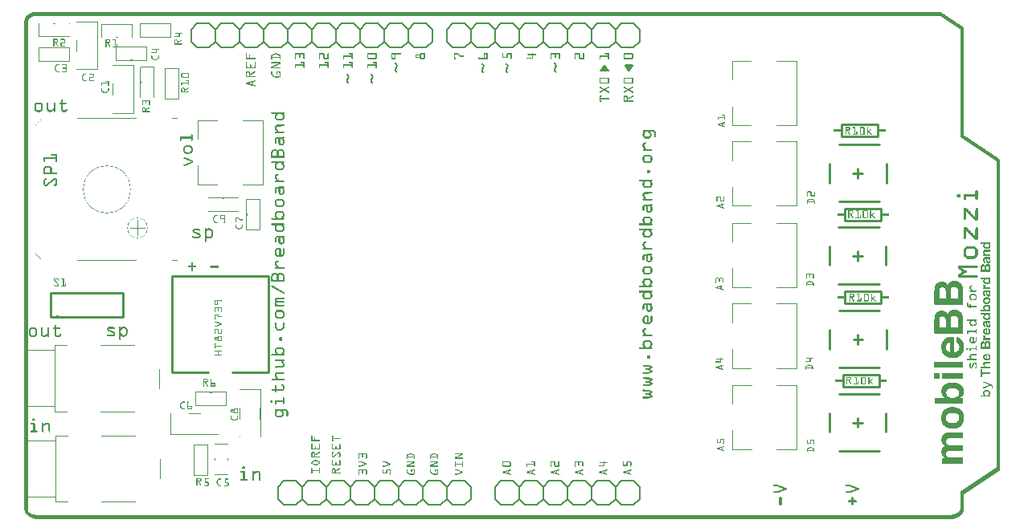
<source format=gto>
G04 MADE WITH FRITZING*
G04 WWW.FRITZING.ORG*
G04 DOUBLE SIDED*
G04 HOLES PLATED*
G04 CONTOUR ON CENTER OF CONTOUR VECTOR*
%ASAXBY*%
%FSLAX23Y23*%
%MOIN*%
%OFA0B0*%
%SFA1.0B1.0*%
%ADD10C,0.084569X0.0810417*%
%ADD11C,0.198625X0.195097*%
%ADD12C,0.010000*%
%ADD13C,0.006000*%
%ADD14C,0.003528*%
%ADD15C,0.001764*%
%ADD16R,0.001000X0.001000*%
%LNSILK1*%
G90*
G70*
G54D10*
X469Y1212D03*
G54D11*
X341Y1370D03*
G54D12*
X3388Y1641D02*
X3538Y1641D01*
D02*
X3538Y1641D02*
X3538Y1591D01*
D02*
X3538Y1591D02*
X3388Y1591D01*
D02*
X3388Y1591D02*
X3388Y1641D01*
D02*
X3403Y1291D02*
X3553Y1291D01*
D02*
X3553Y1291D02*
X3553Y1241D01*
D02*
X3553Y1241D02*
X3403Y1241D01*
D02*
X3403Y1241D02*
X3403Y1291D01*
D02*
X3403Y947D02*
X3553Y947D01*
D02*
X3553Y947D02*
X3553Y897D01*
D02*
X3553Y897D02*
X3403Y897D01*
D02*
X3403Y897D02*
X3403Y947D01*
D02*
X3394Y602D02*
X3544Y602D01*
D02*
X3544Y602D02*
X3544Y552D01*
D02*
X3544Y552D02*
X3394Y552D01*
D02*
X3394Y552D02*
X3394Y602D01*
G54D13*
D02*
X2276Y160D02*
X2326Y160D01*
D02*
X2326Y160D02*
X2351Y135D01*
D02*
X2351Y135D02*
X2351Y85D01*
D02*
X2351Y85D02*
X2326Y60D01*
D02*
X2351Y135D02*
X2376Y160D01*
D02*
X2376Y160D02*
X2426Y160D01*
D02*
X2426Y160D02*
X2451Y135D01*
D02*
X2451Y135D02*
X2451Y85D01*
D02*
X2451Y85D02*
X2426Y60D01*
D02*
X2426Y60D02*
X2376Y60D01*
D02*
X2376Y60D02*
X2351Y85D01*
D02*
X2151Y135D02*
X2176Y160D01*
D02*
X2176Y160D02*
X2226Y160D01*
D02*
X2226Y160D02*
X2251Y135D01*
D02*
X2251Y135D02*
X2251Y85D01*
D02*
X2251Y85D02*
X2226Y60D01*
D02*
X2226Y60D02*
X2176Y60D01*
D02*
X2176Y60D02*
X2151Y85D01*
D02*
X2276Y160D02*
X2251Y135D01*
D02*
X2251Y85D02*
X2276Y60D01*
D02*
X2326Y60D02*
X2276Y60D01*
D02*
X1976Y160D02*
X2026Y160D01*
D02*
X2026Y160D02*
X2051Y135D01*
D02*
X2051Y135D02*
X2051Y85D01*
D02*
X2051Y85D02*
X2026Y60D01*
D02*
X2051Y135D02*
X2076Y160D01*
D02*
X2076Y160D02*
X2126Y160D01*
D02*
X2126Y160D02*
X2151Y135D01*
D02*
X2151Y135D02*
X2151Y85D01*
D02*
X2151Y85D02*
X2126Y60D01*
D02*
X2126Y60D02*
X2076Y60D01*
D02*
X2076Y60D02*
X2051Y85D01*
D02*
X1951Y135D02*
X1951Y85D01*
D02*
X1976Y160D02*
X1951Y135D01*
D02*
X1951Y85D02*
X1976Y60D01*
D02*
X2026Y60D02*
X1976Y60D01*
D02*
X2476Y160D02*
X2526Y160D01*
D02*
X2526Y160D02*
X2551Y135D01*
D02*
X2551Y135D02*
X2551Y85D01*
D02*
X2551Y85D02*
X2526Y60D01*
D02*
X2476Y160D02*
X2451Y135D01*
D02*
X2451Y85D02*
X2476Y60D01*
D02*
X2526Y60D02*
X2476Y60D01*
D02*
X866Y1960D02*
X816Y1960D01*
D02*
X1066Y1960D02*
X1016Y1960D01*
D02*
X966Y1960D02*
X916Y1960D01*
D02*
X1166Y1960D02*
X1116Y1960D01*
D02*
X1366Y1960D02*
X1316Y1960D01*
D02*
X1266Y1960D02*
X1216Y1960D01*
D02*
X1466Y1960D02*
X1416Y1960D01*
D02*
X1666Y1960D02*
X1616Y1960D01*
D02*
X1566Y1960D02*
X1516Y1960D01*
D02*
X766Y1960D02*
X716Y1960D01*
D02*
X891Y1985D02*
X866Y1960D01*
D02*
X816Y1960D02*
X791Y1985D01*
D02*
X791Y1985D02*
X791Y2035D01*
D02*
X791Y2035D02*
X816Y2060D01*
D02*
X816Y2060D02*
X866Y2060D01*
D02*
X866Y2060D02*
X891Y2035D01*
D02*
X1016Y1960D02*
X991Y1985D01*
D02*
X991Y1985D02*
X991Y2035D01*
D02*
X991Y2035D02*
X1016Y2060D01*
D02*
X991Y1985D02*
X966Y1960D01*
D02*
X916Y1960D02*
X891Y1985D01*
D02*
X891Y1985D02*
X891Y2035D01*
D02*
X891Y2035D02*
X916Y2060D01*
D02*
X916Y2060D02*
X966Y2060D01*
D02*
X966Y2060D02*
X991Y2035D01*
D02*
X1191Y1985D02*
X1166Y1960D01*
D02*
X1116Y1960D02*
X1091Y1985D01*
D02*
X1091Y1985D02*
X1091Y2035D01*
D02*
X1091Y2035D02*
X1116Y2060D01*
D02*
X1116Y2060D02*
X1166Y2060D01*
D02*
X1166Y2060D02*
X1191Y2035D01*
D02*
X1066Y1960D02*
X1091Y1985D01*
D02*
X1091Y2035D02*
X1066Y2060D01*
D02*
X1016Y2060D02*
X1066Y2060D01*
D02*
X1316Y1960D02*
X1291Y1985D01*
D02*
X1291Y1985D02*
X1291Y2035D01*
D02*
X1291Y2035D02*
X1316Y2060D01*
D02*
X1291Y1985D02*
X1266Y1960D01*
D02*
X1216Y1960D02*
X1191Y1985D01*
D02*
X1191Y1985D02*
X1191Y2035D01*
D02*
X1191Y2035D02*
X1216Y2060D01*
D02*
X1216Y2060D02*
X1266Y2060D01*
D02*
X1266Y2060D02*
X1291Y2035D01*
D02*
X1491Y1985D02*
X1466Y1960D01*
D02*
X1416Y1960D02*
X1391Y1985D01*
D02*
X1391Y1985D02*
X1391Y2035D01*
D02*
X1391Y2035D02*
X1416Y2060D01*
D02*
X1416Y2060D02*
X1466Y2060D01*
D02*
X1466Y2060D02*
X1491Y2035D01*
D02*
X1366Y1960D02*
X1391Y1985D01*
D02*
X1391Y2035D02*
X1366Y2060D01*
D02*
X1316Y2060D02*
X1366Y2060D01*
D02*
X1616Y1960D02*
X1591Y1985D01*
D02*
X1591Y1985D02*
X1591Y2035D01*
D02*
X1591Y2035D02*
X1616Y2060D01*
D02*
X1591Y1985D02*
X1566Y1960D01*
D02*
X1516Y1960D02*
X1491Y1985D01*
D02*
X1491Y1985D02*
X1491Y2035D01*
D02*
X1491Y2035D02*
X1516Y2060D01*
D02*
X1516Y2060D02*
X1566Y2060D01*
D02*
X1566Y2060D02*
X1591Y2035D01*
D02*
X1691Y1985D02*
X1691Y2035D01*
D02*
X1666Y1960D02*
X1691Y1985D01*
D02*
X1691Y2035D02*
X1666Y2060D01*
D02*
X1616Y2060D02*
X1666Y2060D01*
D02*
X716Y1960D02*
X691Y1985D01*
D02*
X691Y1985D02*
X691Y2035D01*
D02*
X691Y2035D02*
X716Y2060D01*
D02*
X766Y1960D02*
X791Y1985D01*
D02*
X791Y2035D02*
X766Y2060D01*
D02*
X716Y2060D02*
X766Y2060D01*
D02*
X1926Y1960D02*
X1876Y1960D01*
D02*
X1876Y1960D02*
X1851Y1985D01*
D02*
X1851Y1985D02*
X1851Y2035D01*
D02*
X1851Y2035D02*
X1876Y2060D01*
D02*
X2051Y1985D02*
X2026Y1960D01*
D02*
X2026Y1960D02*
X1976Y1960D01*
D02*
X1976Y1960D02*
X1951Y1985D01*
D02*
X1951Y1985D02*
X1951Y2035D01*
D02*
X1951Y2035D02*
X1976Y2060D01*
D02*
X1976Y2060D02*
X2026Y2060D01*
D02*
X2026Y2060D02*
X2051Y2035D01*
D02*
X1926Y1960D02*
X1951Y1985D01*
D02*
X1951Y2035D02*
X1926Y2060D01*
D02*
X1876Y2060D02*
X1926Y2060D01*
D02*
X2226Y1960D02*
X2176Y1960D01*
D02*
X2176Y1960D02*
X2151Y1985D01*
D02*
X2151Y1985D02*
X2151Y2035D01*
D02*
X2151Y2035D02*
X2176Y2060D01*
D02*
X2151Y1985D02*
X2126Y1960D01*
D02*
X2126Y1960D02*
X2076Y1960D01*
D02*
X2076Y1960D02*
X2051Y1985D01*
D02*
X2051Y1985D02*
X2051Y2035D01*
D02*
X2051Y2035D02*
X2076Y2060D01*
D02*
X2076Y2060D02*
X2126Y2060D01*
D02*
X2126Y2060D02*
X2151Y2035D01*
D02*
X2351Y1985D02*
X2326Y1960D01*
D02*
X2326Y1960D02*
X2276Y1960D01*
D02*
X2276Y1960D02*
X2251Y1985D01*
D02*
X2251Y1985D02*
X2251Y2035D01*
D02*
X2251Y2035D02*
X2276Y2060D01*
D02*
X2276Y2060D02*
X2326Y2060D01*
D02*
X2326Y2060D02*
X2351Y2035D01*
D02*
X2226Y1960D02*
X2251Y1985D01*
D02*
X2251Y2035D02*
X2226Y2060D01*
D02*
X2176Y2060D02*
X2226Y2060D01*
D02*
X2526Y1960D02*
X2476Y1960D01*
D02*
X2476Y1960D02*
X2451Y1985D01*
D02*
X2451Y1985D02*
X2451Y2035D01*
D02*
X2451Y2035D02*
X2476Y2060D01*
D02*
X2451Y1985D02*
X2426Y1960D01*
D02*
X2426Y1960D02*
X2376Y1960D01*
D02*
X2376Y1960D02*
X2351Y1985D01*
D02*
X2351Y1985D02*
X2351Y2035D01*
D02*
X2351Y2035D02*
X2376Y2060D01*
D02*
X2376Y2060D02*
X2426Y2060D01*
D02*
X2426Y2060D02*
X2451Y2035D01*
D02*
X2551Y1985D02*
X2551Y2035D01*
D02*
X2526Y1960D02*
X2551Y1985D01*
D02*
X2551Y2035D02*
X2526Y2060D01*
D02*
X2476Y2060D02*
X2526Y2060D01*
D02*
X1826Y1960D02*
X1776Y1960D01*
D02*
X1776Y1960D02*
X1751Y1985D01*
D02*
X1751Y1985D02*
X1751Y2035D01*
D02*
X1751Y2035D02*
X1776Y2060D01*
D02*
X1826Y1960D02*
X1851Y1985D01*
D02*
X1851Y2035D02*
X1826Y2060D01*
D02*
X1776Y2060D02*
X1826Y2060D01*
D02*
X1676Y160D02*
X1726Y160D01*
D02*
X1726Y160D02*
X1751Y135D01*
D02*
X1751Y135D02*
X1751Y85D01*
D02*
X1751Y85D02*
X1726Y60D01*
D02*
X1551Y135D02*
X1576Y160D01*
D02*
X1576Y160D02*
X1626Y160D01*
D02*
X1626Y160D02*
X1651Y135D01*
D02*
X1651Y135D02*
X1651Y85D01*
D02*
X1651Y85D02*
X1626Y60D01*
D02*
X1626Y60D02*
X1576Y60D01*
D02*
X1576Y60D02*
X1551Y85D01*
D02*
X1676Y160D02*
X1651Y135D01*
D02*
X1651Y85D02*
X1676Y60D01*
D02*
X1726Y60D02*
X1676Y60D01*
D02*
X1376Y160D02*
X1426Y160D01*
D02*
X1426Y160D02*
X1451Y135D01*
D02*
X1451Y135D02*
X1451Y85D01*
D02*
X1451Y85D02*
X1426Y60D01*
D02*
X1451Y135D02*
X1476Y160D01*
D02*
X1476Y160D02*
X1526Y160D01*
D02*
X1526Y160D02*
X1551Y135D01*
D02*
X1551Y135D02*
X1551Y85D01*
D02*
X1551Y85D02*
X1526Y60D01*
D02*
X1526Y60D02*
X1476Y60D01*
D02*
X1476Y60D02*
X1451Y85D01*
D02*
X1251Y135D02*
X1276Y160D01*
D02*
X1276Y160D02*
X1326Y160D01*
D02*
X1326Y160D02*
X1351Y135D01*
D02*
X1351Y135D02*
X1351Y85D01*
D02*
X1351Y85D02*
X1326Y60D01*
D02*
X1326Y60D02*
X1276Y60D01*
D02*
X1276Y60D02*
X1251Y85D01*
D02*
X1376Y160D02*
X1351Y135D01*
D02*
X1351Y85D02*
X1376Y60D01*
D02*
X1426Y60D02*
X1376Y60D01*
D02*
X1076Y160D02*
X1126Y160D01*
D02*
X1126Y160D02*
X1151Y135D01*
D02*
X1151Y135D02*
X1151Y85D01*
D02*
X1151Y85D02*
X1126Y60D01*
D02*
X1151Y135D02*
X1176Y160D01*
D02*
X1176Y160D02*
X1226Y160D01*
D02*
X1226Y160D02*
X1251Y135D01*
D02*
X1251Y135D02*
X1251Y85D01*
D02*
X1251Y85D02*
X1226Y60D01*
D02*
X1226Y60D02*
X1176Y60D01*
D02*
X1176Y60D02*
X1151Y85D01*
D02*
X1051Y135D02*
X1051Y85D01*
D02*
X1076Y160D02*
X1051Y135D01*
D02*
X1051Y85D02*
X1076Y60D01*
D02*
X1126Y60D02*
X1076Y60D01*
D02*
X1776Y160D02*
X1826Y160D01*
D02*
X1826Y160D02*
X1851Y135D01*
D02*
X1851Y135D02*
X1851Y85D01*
D02*
X1851Y85D02*
X1826Y60D01*
D02*
X1776Y160D02*
X1751Y135D01*
D02*
X1751Y85D02*
X1776Y60D01*
D02*
X1826Y60D02*
X1776Y60D01*
G54D14*
D02*
X799Y1391D02*
X720Y1391D01*
D02*
X720Y1391D02*
X720Y1470D01*
D02*
X799Y1659D02*
X720Y1659D01*
D02*
X720Y1580D02*
X720Y1659D01*
G54D12*
D02*
X107Y841D02*
X407Y841D01*
D02*
X407Y841D02*
X407Y941D01*
D02*
X407Y941D02*
X107Y941D01*
D02*
X107Y941D02*
X107Y841D01*
G54D15*
D02*
X437Y1212D02*
X500Y1212D01*
D02*
X469Y1181D02*
X469Y1244D01*
G54D14*
D02*
X3014Y291D02*
X2935Y291D01*
D02*
X2935Y291D02*
X2935Y370D01*
D02*
X3014Y559D02*
X2935Y559D01*
D02*
X2935Y480D02*
X2935Y559D01*
D02*
X3013Y629D02*
X2934Y629D01*
D02*
X2934Y629D02*
X2934Y708D01*
D02*
X3013Y897D02*
X2934Y897D01*
D02*
X2934Y818D02*
X2934Y897D01*
D02*
X3013Y964D02*
X2934Y964D01*
D02*
X2934Y964D02*
X2934Y1043D01*
D02*
X3013Y1232D02*
X2934Y1232D01*
D02*
X2934Y1153D02*
X2934Y1232D01*
D02*
X3013Y1303D02*
X2934Y1303D01*
D02*
X2934Y1303D02*
X2934Y1382D01*
D02*
X3013Y1571D02*
X2934Y1571D01*
D02*
X2934Y1492D02*
X2934Y1571D01*
D02*
X3013Y1638D02*
X2934Y1638D01*
D02*
X2934Y1638D02*
X2934Y1716D01*
D02*
X3013Y1905D02*
X2934Y1905D01*
D02*
X2934Y1827D02*
X2934Y1905D01*
G54D12*
D02*
X3573Y442D02*
X3573Y363D01*
D02*
X3377Y520D02*
X3544Y520D01*
D02*
X3377Y284D02*
X3544Y284D01*
D02*
X3337Y442D02*
X3337Y363D01*
D02*
X3455Y422D02*
X3455Y383D01*
D02*
X3475Y402D02*
X3436Y402D01*
D02*
X3575Y788D02*
X3575Y709D01*
D02*
X3378Y867D02*
X3545Y867D01*
D02*
X3378Y631D02*
X3545Y631D01*
D02*
X3338Y788D02*
X3338Y709D01*
D02*
X3456Y768D02*
X3456Y729D01*
D02*
X3476Y749D02*
X3437Y749D01*
D02*
X3573Y1135D02*
X3573Y1057D01*
D02*
X3376Y1214D02*
X3544Y1214D01*
D02*
X3376Y978D02*
X3544Y978D01*
D02*
X3337Y1135D02*
X3337Y1057D01*
D02*
X3455Y1116D02*
X3455Y1076D01*
D02*
X3475Y1096D02*
X3435Y1096D01*
D02*
X3574Y1478D02*
X3574Y1399D01*
D02*
X3377Y1557D02*
X3545Y1557D01*
D02*
X3377Y1320D02*
X3545Y1320D01*
D02*
X3338Y1478D02*
X3338Y1399D01*
D02*
X3456Y1458D02*
X3456Y1419D01*
D02*
X3476Y1438D02*
X3436Y1438D01*
D02*
X1011Y612D02*
X1011Y1012D01*
D02*
X1011Y1012D02*
X611Y1012D01*
D02*
X611Y1012D02*
X611Y612D01*
D02*
X1011Y612D02*
X861Y612D01*
D02*
X761Y612D02*
X611Y612D01*
G54D14*
D02*
X315Y723D02*
X455Y723D01*
D02*
X558Y625D02*
X558Y546D01*
D02*
X315Y448D02*
X455Y448D01*
D02*
X320Y349D02*
X459Y349D01*
D02*
X563Y251D02*
X563Y172D01*
D02*
X320Y74D02*
X459Y74D01*
X904Y1391D02*
X988Y1391D01*
X988Y1659D01*
X904Y1659D01*
D02*
X3119Y291D02*
X3203Y291D01*
X3203Y559D01*
X3119Y559D01*
D02*
X3118Y629D02*
X3202Y629D01*
X3202Y897D01*
X3118Y897D01*
D02*
X3118Y964D02*
X3202Y964D01*
X3202Y1232D01*
X3118Y1232D01*
D02*
X3118Y1303D02*
X3202Y1303D01*
X3202Y1571D01*
X3118Y1571D01*
D02*
X3118Y1638D02*
X3202Y1638D01*
X3202Y1905D01*
X3118Y1905D01*
D02*
X175Y723D02*
X125Y723D01*
X125Y448D01*
X175Y448D01*
D02*
X125Y703D02*
X7Y703D01*
X7Y470D01*
X125Y470D01*
D02*
X179Y349D02*
X129Y349D01*
X129Y74D01*
X179Y74D01*
D02*
X130Y329D02*
X11Y329D01*
X11Y96D01*
X130Y96D01*
D02*
G54D16*
X32Y2106D02*
X3802Y2106D01*
X29Y2105D02*
X3803Y2105D01*
X27Y2104D02*
X3805Y2104D01*
X25Y2103D02*
X3806Y2103D01*
X23Y2102D02*
X3808Y2102D01*
X21Y2101D02*
X3809Y2101D01*
X19Y2100D02*
X3811Y2100D01*
X18Y2099D02*
X3812Y2099D01*
X16Y2098D02*
X3814Y2098D01*
X15Y2097D02*
X3815Y2097D01*
X14Y2096D02*
X3817Y2096D01*
X12Y2095D02*
X3818Y2095D01*
X11Y2094D02*
X3820Y2094D01*
X10Y2093D02*
X3821Y2093D01*
X9Y2092D02*
X49Y2092D01*
X3797Y2092D02*
X3823Y2092D01*
X8Y2091D02*
X43Y2091D01*
X3799Y2091D02*
X3824Y2091D01*
X8Y2090D02*
X39Y2090D01*
X3801Y2090D02*
X3826Y2090D01*
X7Y2089D02*
X36Y2089D01*
X3802Y2089D02*
X3827Y2089D01*
X6Y2088D02*
X33Y2088D01*
X3804Y2088D02*
X3829Y2088D01*
X5Y2087D02*
X31Y2087D01*
X3805Y2087D02*
X3830Y2087D01*
X5Y2086D02*
X29Y2086D01*
X3807Y2086D02*
X3832Y2086D01*
X4Y2085D02*
X27Y2085D01*
X3808Y2085D02*
X3833Y2085D01*
X4Y2084D02*
X25Y2084D01*
X3810Y2084D02*
X3835Y2084D01*
X3Y2083D02*
X24Y2083D01*
X3811Y2083D02*
X3836Y2083D01*
X2Y2082D02*
X22Y2082D01*
X3813Y2082D02*
X3838Y2082D01*
X2Y2081D02*
X21Y2081D01*
X3814Y2081D02*
X3839Y2081D01*
X2Y2080D02*
X20Y2080D01*
X3816Y2080D02*
X3841Y2080D01*
X1Y2079D02*
X19Y2079D01*
X3817Y2079D02*
X3842Y2079D01*
X1Y2078D02*
X18Y2078D01*
X3819Y2078D02*
X3844Y2078D01*
X1Y2077D02*
X17Y2077D01*
X3820Y2077D02*
X3845Y2077D01*
X1Y2076D02*
X17Y2076D01*
X3822Y2076D02*
X3847Y2076D01*
X0Y2075D02*
X16Y2075D01*
X3823Y2075D02*
X3848Y2075D01*
X0Y2074D02*
X15Y2074D01*
X3825Y2074D02*
X3850Y2074D01*
X0Y2073D02*
X15Y2073D01*
X3826Y2073D02*
X3851Y2073D01*
X0Y2072D02*
X14Y2072D01*
X3828Y2072D02*
X3853Y2072D01*
X0Y2071D02*
X14Y2071D01*
X3829Y2071D02*
X3854Y2071D01*
X0Y2070D02*
X14Y2070D01*
X3831Y2070D02*
X3856Y2070D01*
X0Y2069D02*
X13Y2069D01*
X3832Y2069D02*
X3857Y2069D01*
X0Y2068D02*
X13Y2068D01*
X3834Y2068D02*
X3859Y2068D01*
X0Y2067D02*
X13Y2067D01*
X214Y2067D02*
X304Y2067D01*
X3835Y2067D02*
X3860Y2067D01*
X0Y2066D02*
X13Y2066D01*
X214Y2066D02*
X304Y2066D01*
X3837Y2066D02*
X3862Y2066D01*
X0Y2065D02*
X13Y2065D01*
X214Y2065D02*
X304Y2065D01*
X3838Y2065D02*
X3863Y2065D01*
X0Y2064D02*
X13Y2064D01*
X214Y2064D02*
X216Y2064D01*
X302Y2064D02*
X304Y2064D01*
X3840Y2064D02*
X3865Y2064D01*
X0Y2063D02*
X13Y2063D01*
X214Y2063D02*
X216Y2063D01*
X302Y2063D02*
X304Y2063D01*
X3841Y2063D02*
X3866Y2063D01*
X0Y2062D02*
X13Y2062D01*
X61Y2062D02*
X189Y2062D01*
X214Y2062D02*
X216Y2062D01*
X302Y2062D02*
X304Y2062D01*
X3843Y2062D02*
X3868Y2062D01*
X0Y2061D02*
X13Y2061D01*
X60Y2061D02*
X189Y2061D01*
X214Y2061D02*
X216Y2061D01*
X302Y2061D02*
X304Y2061D01*
X3844Y2061D02*
X3869Y2061D01*
X0Y2060D02*
X13Y2060D01*
X60Y2060D02*
X189Y2060D01*
X214Y2060D02*
X216Y2060D01*
X302Y2060D02*
X304Y2060D01*
X479Y2060D02*
X608Y2060D01*
X3846Y2060D02*
X3871Y2060D01*
X0Y2059D02*
X13Y2059D01*
X60Y2059D02*
X62Y2059D01*
X120Y2059D02*
X129Y2059D01*
X187Y2059D02*
X189Y2059D01*
X214Y2059D02*
X216Y2059D01*
X302Y2059D02*
X304Y2059D01*
X479Y2059D02*
X608Y2059D01*
X3847Y2059D02*
X3872Y2059D01*
X0Y2058D02*
X13Y2058D01*
X60Y2058D02*
X62Y2058D01*
X188Y2058D02*
X189Y2058D01*
X214Y2058D02*
X216Y2058D01*
X302Y2058D02*
X304Y2058D01*
X320Y2058D02*
X449Y2058D01*
X479Y2058D02*
X608Y2058D01*
X3849Y2058D02*
X3874Y2058D01*
X0Y2057D02*
X13Y2057D01*
X60Y2057D02*
X62Y2057D01*
X188Y2057D02*
X189Y2057D01*
X214Y2057D02*
X216Y2057D01*
X302Y2057D02*
X304Y2057D01*
X320Y2057D02*
X449Y2057D01*
X479Y2057D02*
X481Y2057D01*
X539Y2057D02*
X548Y2057D01*
X606Y2057D02*
X608Y2057D01*
X3850Y2057D02*
X3875Y2057D01*
X0Y2056D02*
X13Y2056D01*
X60Y2056D02*
X62Y2056D01*
X188Y2056D02*
X189Y2056D01*
X214Y2056D02*
X216Y2056D01*
X302Y2056D02*
X304Y2056D01*
X320Y2056D02*
X449Y2056D01*
X479Y2056D02*
X481Y2056D01*
X606Y2056D02*
X608Y2056D01*
X3852Y2056D02*
X3877Y2056D01*
X0Y2055D02*
X13Y2055D01*
X60Y2055D02*
X62Y2055D01*
X188Y2055D02*
X189Y2055D01*
X214Y2055D02*
X216Y2055D01*
X302Y2055D02*
X304Y2055D01*
X320Y2055D02*
X322Y2055D01*
X380Y2055D02*
X389Y2055D01*
X447Y2055D02*
X449Y2055D01*
X479Y2055D02*
X481Y2055D01*
X606Y2055D02*
X608Y2055D01*
X3853Y2055D02*
X3878Y2055D01*
X0Y2054D02*
X13Y2054D01*
X60Y2054D02*
X62Y2054D01*
X188Y2054D02*
X189Y2054D01*
X214Y2054D02*
X216Y2054D01*
X302Y2054D02*
X304Y2054D01*
X320Y2054D02*
X322Y2054D01*
X447Y2054D02*
X449Y2054D01*
X479Y2054D02*
X481Y2054D01*
X606Y2054D02*
X608Y2054D01*
X3855Y2054D02*
X3880Y2054D01*
X0Y2053D02*
X13Y2053D01*
X60Y2053D02*
X62Y2053D01*
X188Y2053D02*
X189Y2053D01*
X214Y2053D02*
X216Y2053D01*
X302Y2053D02*
X304Y2053D01*
X320Y2053D02*
X322Y2053D01*
X447Y2053D02*
X449Y2053D01*
X479Y2053D02*
X481Y2053D01*
X606Y2053D02*
X608Y2053D01*
X3856Y2053D02*
X3881Y2053D01*
X0Y2052D02*
X13Y2052D01*
X60Y2052D02*
X62Y2052D01*
X188Y2052D02*
X189Y2052D01*
X214Y2052D02*
X216Y2052D01*
X302Y2052D02*
X304Y2052D01*
X320Y2052D02*
X322Y2052D01*
X447Y2052D02*
X449Y2052D01*
X479Y2052D02*
X481Y2052D01*
X606Y2052D02*
X608Y2052D01*
X3858Y2052D02*
X3883Y2052D01*
X0Y2051D02*
X13Y2051D01*
X60Y2051D02*
X62Y2051D01*
X188Y2051D02*
X189Y2051D01*
X214Y2051D02*
X216Y2051D01*
X302Y2051D02*
X304Y2051D01*
X320Y2051D02*
X322Y2051D01*
X447Y2051D02*
X449Y2051D01*
X479Y2051D02*
X481Y2051D01*
X606Y2051D02*
X608Y2051D01*
X3859Y2051D02*
X3884Y2051D01*
X0Y2050D02*
X13Y2050D01*
X60Y2050D02*
X62Y2050D01*
X188Y2050D02*
X189Y2050D01*
X214Y2050D02*
X216Y2050D01*
X302Y2050D02*
X304Y2050D01*
X320Y2050D02*
X322Y2050D01*
X447Y2050D02*
X449Y2050D01*
X479Y2050D02*
X481Y2050D01*
X606Y2050D02*
X608Y2050D01*
X3861Y2050D02*
X3886Y2050D01*
X0Y2049D02*
X13Y2049D01*
X60Y2049D02*
X62Y2049D01*
X188Y2049D02*
X189Y2049D01*
X214Y2049D02*
X216Y2049D01*
X302Y2049D02*
X304Y2049D01*
X320Y2049D02*
X322Y2049D01*
X447Y2049D02*
X449Y2049D01*
X479Y2049D02*
X481Y2049D01*
X606Y2049D02*
X608Y2049D01*
X3862Y2049D02*
X3887Y2049D01*
X0Y2048D02*
X13Y2048D01*
X60Y2048D02*
X62Y2048D01*
X188Y2048D02*
X189Y2048D01*
X214Y2048D02*
X216Y2048D01*
X302Y2048D02*
X304Y2048D01*
X320Y2048D02*
X322Y2048D01*
X447Y2048D02*
X449Y2048D01*
X479Y2048D02*
X481Y2048D01*
X606Y2048D02*
X608Y2048D01*
X3864Y2048D02*
X3889Y2048D01*
X0Y2047D02*
X13Y2047D01*
X60Y2047D02*
X62Y2047D01*
X188Y2047D02*
X189Y2047D01*
X214Y2047D02*
X216Y2047D01*
X302Y2047D02*
X304Y2047D01*
X320Y2047D02*
X322Y2047D01*
X447Y2047D02*
X449Y2047D01*
X479Y2047D02*
X481Y2047D01*
X606Y2047D02*
X608Y2047D01*
X3865Y2047D02*
X3889Y2047D01*
X0Y2046D02*
X13Y2046D01*
X60Y2046D02*
X62Y2046D01*
X188Y2046D02*
X189Y2046D01*
X214Y2046D02*
X216Y2046D01*
X302Y2046D02*
X304Y2046D01*
X320Y2046D02*
X322Y2046D01*
X447Y2046D02*
X449Y2046D01*
X479Y2046D02*
X481Y2046D01*
X606Y2046D02*
X608Y2046D01*
X3867Y2046D02*
X3891Y2046D01*
X0Y2045D02*
X13Y2045D01*
X60Y2045D02*
X62Y2045D01*
X188Y2045D02*
X189Y2045D01*
X214Y2045D02*
X216Y2045D01*
X302Y2045D02*
X304Y2045D01*
X320Y2045D02*
X322Y2045D01*
X447Y2045D02*
X449Y2045D01*
X479Y2045D02*
X481Y2045D01*
X606Y2045D02*
X608Y2045D01*
X3868Y2045D02*
X3892Y2045D01*
X0Y2044D02*
X13Y2044D01*
X60Y2044D02*
X62Y2044D01*
X188Y2044D02*
X189Y2044D01*
X214Y2044D02*
X216Y2044D01*
X302Y2044D02*
X304Y2044D01*
X320Y2044D02*
X322Y2044D01*
X447Y2044D02*
X449Y2044D01*
X479Y2044D02*
X481Y2044D01*
X606Y2044D02*
X608Y2044D01*
X3870Y2044D02*
X3893Y2044D01*
X0Y2043D02*
X13Y2043D01*
X60Y2043D02*
X62Y2043D01*
X188Y2043D02*
X189Y2043D01*
X214Y2043D02*
X216Y2043D01*
X302Y2043D02*
X304Y2043D01*
X320Y2043D02*
X322Y2043D01*
X447Y2043D02*
X449Y2043D01*
X479Y2043D02*
X481Y2043D01*
X606Y2043D02*
X608Y2043D01*
X3871Y2043D02*
X3894Y2043D01*
X0Y2042D02*
X13Y2042D01*
X60Y2042D02*
X62Y2042D01*
X188Y2042D02*
X189Y2042D01*
X214Y2042D02*
X216Y2042D01*
X302Y2042D02*
X304Y2042D01*
X320Y2042D02*
X322Y2042D01*
X447Y2042D02*
X449Y2042D01*
X479Y2042D02*
X481Y2042D01*
X606Y2042D02*
X608Y2042D01*
X3873Y2042D02*
X3894Y2042D01*
X0Y2041D02*
X13Y2041D01*
X60Y2041D02*
X62Y2041D01*
X188Y2041D02*
X189Y2041D01*
X214Y2041D02*
X216Y2041D01*
X302Y2041D02*
X304Y2041D01*
X320Y2041D02*
X322Y2041D01*
X447Y2041D02*
X449Y2041D01*
X479Y2041D02*
X481Y2041D01*
X606Y2041D02*
X608Y2041D01*
X3874Y2041D02*
X3894Y2041D01*
X0Y2040D02*
X13Y2040D01*
X60Y2040D02*
X62Y2040D01*
X188Y2040D02*
X189Y2040D01*
X214Y2040D02*
X216Y2040D01*
X302Y2040D02*
X304Y2040D01*
X320Y2040D02*
X322Y2040D01*
X447Y2040D02*
X449Y2040D01*
X479Y2040D02*
X481Y2040D01*
X606Y2040D02*
X608Y2040D01*
X3876Y2040D02*
X3895Y2040D01*
X0Y2039D02*
X13Y2039D01*
X60Y2039D02*
X62Y2039D01*
X188Y2039D02*
X189Y2039D01*
X214Y2039D02*
X216Y2039D01*
X302Y2039D02*
X304Y2039D01*
X320Y2039D02*
X322Y2039D01*
X447Y2039D02*
X449Y2039D01*
X479Y2039D02*
X481Y2039D01*
X606Y2039D02*
X608Y2039D01*
X3877Y2039D02*
X3895Y2039D01*
X0Y2038D02*
X13Y2038D01*
X60Y2038D02*
X62Y2038D01*
X188Y2038D02*
X189Y2038D01*
X214Y2038D02*
X216Y2038D01*
X302Y2038D02*
X304Y2038D01*
X320Y2038D02*
X322Y2038D01*
X447Y2038D02*
X449Y2038D01*
X479Y2038D02*
X481Y2038D01*
X606Y2038D02*
X608Y2038D01*
X3879Y2038D02*
X3895Y2038D01*
X0Y2037D02*
X13Y2037D01*
X60Y2037D02*
X62Y2037D01*
X188Y2037D02*
X189Y2037D01*
X214Y2037D02*
X216Y2037D01*
X302Y2037D02*
X304Y2037D01*
X320Y2037D02*
X322Y2037D01*
X447Y2037D02*
X449Y2037D01*
X479Y2037D02*
X481Y2037D01*
X606Y2037D02*
X608Y2037D01*
X3880Y2037D02*
X3895Y2037D01*
X0Y2036D02*
X13Y2036D01*
X60Y2036D02*
X62Y2036D01*
X188Y2036D02*
X189Y2036D01*
X214Y2036D02*
X216Y2036D01*
X302Y2036D02*
X304Y2036D01*
X320Y2036D02*
X322Y2036D01*
X447Y2036D02*
X449Y2036D01*
X479Y2036D02*
X481Y2036D01*
X606Y2036D02*
X608Y2036D01*
X3881Y2036D02*
X3895Y2036D01*
X0Y2035D02*
X13Y2035D01*
X60Y2035D02*
X62Y2035D01*
X188Y2035D02*
X189Y2035D01*
X214Y2035D02*
X216Y2035D01*
X302Y2035D02*
X304Y2035D01*
X320Y2035D02*
X322Y2035D01*
X447Y2035D02*
X449Y2035D01*
X479Y2035D02*
X481Y2035D01*
X606Y2035D02*
X608Y2035D01*
X3882Y2035D02*
X3895Y2035D01*
X0Y2034D02*
X13Y2034D01*
X60Y2034D02*
X62Y2034D01*
X188Y2034D02*
X189Y2034D01*
X214Y2034D02*
X216Y2034D01*
X302Y2034D02*
X304Y2034D01*
X320Y2034D02*
X322Y2034D01*
X447Y2034D02*
X449Y2034D01*
X479Y2034D02*
X481Y2034D01*
X606Y2034D02*
X608Y2034D01*
X3882Y2034D02*
X3895Y2034D01*
X0Y2033D02*
X13Y2033D01*
X60Y2033D02*
X62Y2033D01*
X188Y2033D02*
X189Y2033D01*
X214Y2033D02*
X216Y2033D01*
X302Y2033D02*
X304Y2033D01*
X320Y2033D02*
X322Y2033D01*
X447Y2033D02*
X449Y2033D01*
X479Y2033D02*
X481Y2033D01*
X606Y2033D02*
X608Y2033D01*
X3882Y2033D02*
X3895Y2033D01*
X0Y2032D02*
X13Y2032D01*
X60Y2032D02*
X62Y2032D01*
X188Y2032D02*
X189Y2032D01*
X214Y2032D02*
X216Y2032D01*
X302Y2032D02*
X304Y2032D01*
X320Y2032D02*
X322Y2032D01*
X447Y2032D02*
X449Y2032D01*
X479Y2032D02*
X481Y2032D01*
X606Y2032D02*
X608Y2032D01*
X3882Y2032D02*
X3895Y2032D01*
X0Y2031D02*
X13Y2031D01*
X60Y2031D02*
X62Y2031D01*
X188Y2031D02*
X189Y2031D01*
X214Y2031D02*
X216Y2031D01*
X302Y2031D02*
X304Y2031D01*
X320Y2031D02*
X322Y2031D01*
X447Y2031D02*
X449Y2031D01*
X479Y2031D02*
X481Y2031D01*
X606Y2031D02*
X608Y2031D01*
X3882Y2031D02*
X3895Y2031D01*
X0Y2030D02*
X13Y2030D01*
X60Y2030D02*
X62Y2030D01*
X188Y2030D02*
X189Y2030D01*
X214Y2030D02*
X216Y2030D01*
X302Y2030D02*
X304Y2030D01*
X320Y2030D02*
X322Y2030D01*
X447Y2030D02*
X449Y2030D01*
X479Y2030D02*
X481Y2030D01*
X606Y2030D02*
X608Y2030D01*
X3882Y2030D02*
X3895Y2030D01*
X0Y2029D02*
X13Y2029D01*
X60Y2029D02*
X62Y2029D01*
X188Y2029D02*
X189Y2029D01*
X214Y2029D02*
X216Y2029D01*
X302Y2029D02*
X304Y2029D01*
X320Y2029D02*
X322Y2029D01*
X447Y2029D02*
X449Y2029D01*
X479Y2029D02*
X481Y2029D01*
X606Y2029D02*
X608Y2029D01*
X3882Y2029D02*
X3895Y2029D01*
X0Y2028D02*
X13Y2028D01*
X60Y2028D02*
X62Y2028D01*
X188Y2028D02*
X189Y2028D01*
X214Y2028D02*
X216Y2028D01*
X302Y2028D02*
X304Y2028D01*
X320Y2028D02*
X322Y2028D01*
X447Y2028D02*
X449Y2028D01*
X479Y2028D02*
X481Y2028D01*
X606Y2028D02*
X608Y2028D01*
X3882Y2028D02*
X3895Y2028D01*
X0Y2027D02*
X13Y2027D01*
X60Y2027D02*
X62Y2027D01*
X188Y2027D02*
X189Y2027D01*
X214Y2027D02*
X216Y2027D01*
X302Y2027D02*
X304Y2027D01*
X320Y2027D02*
X322Y2027D01*
X447Y2027D02*
X449Y2027D01*
X479Y2027D02*
X481Y2027D01*
X606Y2027D02*
X608Y2027D01*
X3882Y2027D02*
X3895Y2027D01*
X0Y2026D02*
X13Y2026D01*
X60Y2026D02*
X62Y2026D01*
X188Y2026D02*
X189Y2026D01*
X214Y2026D02*
X216Y2026D01*
X302Y2026D02*
X304Y2026D01*
X320Y2026D02*
X322Y2026D01*
X447Y2026D02*
X449Y2026D01*
X479Y2026D02*
X481Y2026D01*
X606Y2026D02*
X608Y2026D01*
X3882Y2026D02*
X3895Y2026D01*
X0Y2025D02*
X13Y2025D01*
X60Y2025D02*
X62Y2025D01*
X188Y2025D02*
X189Y2025D01*
X214Y2025D02*
X216Y2025D01*
X302Y2025D02*
X304Y2025D01*
X320Y2025D02*
X322Y2025D01*
X447Y2025D02*
X449Y2025D01*
X479Y2025D02*
X481Y2025D01*
X606Y2025D02*
X608Y2025D01*
X3882Y2025D02*
X3895Y2025D01*
X0Y2024D02*
X13Y2024D01*
X60Y2024D02*
X62Y2024D01*
X188Y2024D02*
X189Y2024D01*
X214Y2024D02*
X216Y2024D01*
X302Y2024D02*
X304Y2024D01*
X320Y2024D02*
X322Y2024D01*
X447Y2024D02*
X449Y2024D01*
X479Y2024D02*
X481Y2024D01*
X606Y2024D02*
X608Y2024D01*
X3882Y2024D02*
X3895Y2024D01*
X0Y2023D02*
X13Y2023D01*
X60Y2023D02*
X62Y2023D01*
X188Y2023D02*
X189Y2023D01*
X214Y2023D02*
X216Y2023D01*
X302Y2023D02*
X304Y2023D01*
X320Y2023D02*
X322Y2023D01*
X447Y2023D02*
X449Y2023D01*
X479Y2023D02*
X481Y2023D01*
X606Y2023D02*
X608Y2023D01*
X3882Y2023D02*
X3895Y2023D01*
X0Y2022D02*
X13Y2022D01*
X60Y2022D02*
X62Y2022D01*
X188Y2022D02*
X189Y2022D01*
X214Y2022D02*
X216Y2022D01*
X302Y2022D02*
X304Y2022D01*
X320Y2022D02*
X322Y2022D01*
X447Y2022D02*
X449Y2022D01*
X479Y2022D02*
X481Y2022D01*
X606Y2022D02*
X608Y2022D01*
X640Y2022D02*
X642Y2022D01*
X3882Y2022D02*
X3895Y2022D01*
X0Y2021D02*
X13Y2021D01*
X60Y2021D02*
X62Y2021D01*
X188Y2021D02*
X189Y2021D01*
X214Y2021D02*
X216Y2021D01*
X302Y2021D02*
X304Y2021D01*
X320Y2021D02*
X322Y2021D01*
X447Y2021D02*
X449Y2021D01*
X479Y2021D02*
X481Y2021D01*
X606Y2021D02*
X608Y2021D01*
X639Y2021D02*
X642Y2021D01*
X3882Y2021D02*
X3895Y2021D01*
X0Y2020D02*
X13Y2020D01*
X60Y2020D02*
X62Y2020D01*
X188Y2020D02*
X189Y2020D01*
X214Y2020D02*
X216Y2020D01*
X302Y2020D02*
X304Y2020D01*
X320Y2020D02*
X322Y2020D01*
X447Y2020D02*
X449Y2020D01*
X479Y2020D02*
X481Y2020D01*
X606Y2020D02*
X608Y2020D01*
X626Y2020D02*
X652Y2020D01*
X3882Y2020D02*
X3895Y2020D01*
X0Y2019D02*
X13Y2019D01*
X60Y2019D02*
X62Y2019D01*
X188Y2019D02*
X189Y2019D01*
X214Y2019D02*
X216Y2019D01*
X302Y2019D02*
X304Y2019D01*
X320Y2019D02*
X322Y2019D01*
X447Y2019D02*
X449Y2019D01*
X479Y2019D02*
X481Y2019D01*
X606Y2019D02*
X608Y2019D01*
X625Y2019D02*
X653Y2019D01*
X3882Y2019D02*
X3895Y2019D01*
X0Y2018D02*
X13Y2018D01*
X60Y2018D02*
X62Y2018D01*
X188Y2018D02*
X189Y2018D01*
X214Y2018D02*
X216Y2018D01*
X302Y2018D02*
X304Y2018D01*
X320Y2018D02*
X322Y2018D01*
X447Y2018D02*
X449Y2018D01*
X479Y2018D02*
X481Y2018D01*
X606Y2018D02*
X608Y2018D01*
X625Y2018D02*
X653Y2018D01*
X3882Y2018D02*
X3895Y2018D01*
X0Y2017D02*
X13Y2017D01*
X60Y2017D02*
X62Y2017D01*
X188Y2017D02*
X189Y2017D01*
X214Y2017D02*
X216Y2017D01*
X302Y2017D02*
X304Y2017D01*
X320Y2017D02*
X322Y2017D01*
X447Y2017D02*
X449Y2017D01*
X479Y2017D02*
X481Y2017D01*
X606Y2017D02*
X608Y2017D01*
X626Y2017D02*
X653Y2017D01*
X3882Y2017D02*
X3895Y2017D01*
X0Y2016D02*
X13Y2016D01*
X60Y2016D02*
X62Y2016D01*
X188Y2016D02*
X189Y2016D01*
X214Y2016D02*
X216Y2016D01*
X302Y2016D02*
X304Y2016D01*
X320Y2016D02*
X322Y2016D01*
X447Y2016D02*
X449Y2016D01*
X479Y2016D02*
X481Y2016D01*
X606Y2016D02*
X608Y2016D01*
X639Y2016D02*
X643Y2016D01*
X3882Y2016D02*
X3895Y2016D01*
X0Y2015D02*
X13Y2015D01*
X60Y2015D02*
X62Y2015D01*
X188Y2015D02*
X189Y2015D01*
X214Y2015D02*
X216Y2015D01*
X302Y2015D02*
X304Y2015D01*
X320Y2015D02*
X322Y2015D01*
X447Y2015D02*
X449Y2015D01*
X479Y2015D02*
X481Y2015D01*
X606Y2015D02*
X608Y2015D01*
X639Y2015D02*
X643Y2015D01*
X3882Y2015D02*
X3895Y2015D01*
X0Y2014D02*
X13Y2014D01*
X60Y2014D02*
X62Y2014D01*
X188Y2014D02*
X189Y2014D01*
X214Y2014D02*
X216Y2014D01*
X302Y2014D02*
X304Y2014D01*
X320Y2014D02*
X322Y2014D01*
X447Y2014D02*
X449Y2014D01*
X479Y2014D02*
X481Y2014D01*
X606Y2014D02*
X608Y2014D01*
X639Y2014D02*
X643Y2014D01*
X3882Y2014D02*
X3895Y2014D01*
X0Y2013D02*
X13Y2013D01*
X60Y2013D02*
X62Y2013D01*
X188Y2013D02*
X189Y2013D01*
X214Y2013D02*
X216Y2013D01*
X302Y2013D02*
X304Y2013D01*
X320Y2013D02*
X322Y2013D01*
X447Y2013D02*
X449Y2013D01*
X479Y2013D02*
X481Y2013D01*
X606Y2013D02*
X608Y2013D01*
X639Y2013D02*
X643Y2013D01*
X3882Y2013D02*
X3895Y2013D01*
X0Y2012D02*
X13Y2012D01*
X60Y2012D02*
X62Y2012D01*
X188Y2012D02*
X189Y2012D01*
X214Y2012D02*
X216Y2012D01*
X302Y2012D02*
X304Y2012D01*
X320Y2012D02*
X322Y2012D01*
X447Y2012D02*
X449Y2012D01*
X479Y2012D02*
X481Y2012D01*
X606Y2012D02*
X608Y2012D01*
X639Y2012D02*
X643Y2012D01*
X3882Y2012D02*
X3895Y2012D01*
X0Y2011D02*
X13Y2011D01*
X60Y2011D02*
X62Y2011D01*
X188Y2011D02*
X189Y2011D01*
X214Y2011D02*
X216Y2011D01*
X302Y2011D02*
X304Y2011D01*
X320Y2011D02*
X322Y2011D01*
X447Y2011D02*
X449Y2011D01*
X479Y2011D02*
X481Y2011D01*
X606Y2011D02*
X608Y2011D01*
X639Y2011D02*
X643Y2011D01*
X3882Y2011D02*
X3895Y2011D01*
X0Y2010D02*
X13Y2010D01*
X60Y2010D02*
X62Y2010D01*
X188Y2010D02*
X189Y2010D01*
X214Y2010D02*
X216Y2010D01*
X302Y2010D02*
X304Y2010D01*
X320Y2010D02*
X322Y2010D01*
X447Y2010D02*
X449Y2010D01*
X479Y2010D02*
X481Y2010D01*
X606Y2010D02*
X608Y2010D01*
X639Y2010D02*
X643Y2010D01*
X3882Y2010D02*
X3895Y2010D01*
X0Y2009D02*
X13Y2009D01*
X60Y2009D02*
X62Y2009D01*
X188Y2009D02*
X189Y2009D01*
X214Y2009D02*
X216Y2009D01*
X302Y2009D02*
X304Y2009D01*
X320Y2009D02*
X322Y2009D01*
X447Y2009D02*
X449Y2009D01*
X479Y2009D02*
X481Y2009D01*
X606Y2009D02*
X608Y2009D01*
X639Y2009D02*
X643Y2009D01*
X3882Y2009D02*
X3895Y2009D01*
X0Y2008D02*
X13Y2008D01*
X60Y2008D02*
X62Y2008D01*
X188Y2008D02*
X189Y2008D01*
X214Y2008D02*
X216Y2008D01*
X302Y2008D02*
X304Y2008D01*
X320Y2008D02*
X322Y2008D01*
X447Y2008D02*
X449Y2008D01*
X479Y2008D02*
X481Y2008D01*
X606Y2008D02*
X608Y2008D01*
X639Y2008D02*
X643Y2008D01*
X3882Y2008D02*
X3895Y2008D01*
X0Y2007D02*
X13Y2007D01*
X60Y2007D02*
X62Y2007D01*
X121Y2007D02*
X129Y2007D01*
X188Y2007D02*
X189Y2007D01*
X214Y2007D02*
X216Y2007D01*
X302Y2007D02*
X304Y2007D01*
X320Y2007D02*
X322Y2007D01*
X447Y2007D02*
X449Y2007D01*
X479Y2007D02*
X481Y2007D01*
X606Y2007D02*
X608Y2007D01*
X622Y2007D02*
X643Y2007D01*
X3882Y2007D02*
X3895Y2007D01*
X0Y2006D02*
X13Y2006D01*
X60Y2006D02*
X189Y2006D01*
X214Y2006D02*
X216Y2006D01*
X302Y2006D02*
X304Y2006D01*
X320Y2006D02*
X322Y2006D01*
X447Y2006D02*
X449Y2006D01*
X479Y2006D02*
X481Y2006D01*
X606Y2006D02*
X608Y2006D01*
X622Y2006D02*
X643Y2006D01*
X3882Y2006D02*
X3895Y2006D01*
X0Y2005D02*
X13Y2005D01*
X60Y2005D02*
X189Y2005D01*
X214Y2005D02*
X216Y2005D01*
X302Y2005D02*
X304Y2005D01*
X320Y2005D02*
X322Y2005D01*
X447Y2005D02*
X449Y2005D01*
X479Y2005D02*
X481Y2005D01*
X606Y2005D02*
X608Y2005D01*
X622Y2005D02*
X643Y2005D01*
X3882Y2005D02*
X3895Y2005D01*
X0Y2004D02*
X13Y2004D01*
X60Y2004D02*
X189Y2004D01*
X214Y2004D02*
X216Y2004D01*
X302Y2004D02*
X304Y2004D01*
X320Y2004D02*
X322Y2004D01*
X447Y2004D02*
X449Y2004D01*
X479Y2004D02*
X481Y2004D01*
X539Y2004D02*
X548Y2004D01*
X606Y2004D02*
X608Y2004D01*
X623Y2004D02*
X642Y2004D01*
X3882Y2004D02*
X3895Y2004D01*
X0Y2003D02*
X13Y2003D01*
X214Y2003D02*
X216Y2003D01*
X302Y2003D02*
X304Y2003D01*
X320Y2003D02*
X322Y2003D01*
X380Y2003D02*
X389Y2003D01*
X447Y2003D02*
X449Y2003D01*
X479Y2003D02*
X608Y2003D01*
X3882Y2003D02*
X3895Y2003D01*
X0Y2002D02*
X13Y2002D01*
X214Y2002D02*
X216Y2002D01*
X302Y2002D02*
X304Y2002D01*
X320Y2002D02*
X449Y2002D01*
X479Y2002D02*
X608Y2002D01*
X3882Y2002D02*
X3895Y2002D01*
X0Y2001D02*
X13Y2001D01*
X214Y2001D02*
X216Y2001D01*
X302Y2001D02*
X304Y2001D01*
X320Y2001D02*
X449Y2001D01*
X3882Y2001D02*
X3895Y2001D01*
X0Y2000D02*
X13Y2000D01*
X214Y2000D02*
X216Y2000D01*
X302Y2000D02*
X304Y2000D01*
X320Y2000D02*
X449Y2000D01*
X3882Y2000D02*
X3895Y2000D01*
X0Y1999D02*
X13Y1999D01*
X214Y1999D02*
X216Y1999D01*
X302Y1999D02*
X304Y1999D01*
X3882Y1999D02*
X3895Y1999D01*
X0Y1998D02*
X13Y1998D01*
X214Y1998D02*
X216Y1998D01*
X302Y1998D02*
X304Y1998D01*
X3882Y1998D02*
X3895Y1998D01*
X0Y1997D02*
X13Y1997D01*
X214Y1997D02*
X216Y1997D01*
X302Y1997D02*
X304Y1997D01*
X3882Y1997D02*
X3895Y1997D01*
X0Y1996D02*
X13Y1996D01*
X120Y1996D02*
X133Y1996D01*
X152Y1996D02*
X165Y1996D01*
X214Y1996D02*
X216Y1996D01*
X302Y1996D02*
X304Y1996D01*
X3882Y1996D02*
X3895Y1996D01*
X0Y1995D02*
X13Y1995D01*
X119Y1995D02*
X136Y1995D01*
X150Y1995D02*
X168Y1995D01*
X214Y1995D02*
X216Y1995D01*
X302Y1995D02*
X304Y1995D01*
X3882Y1995D02*
X3895Y1995D01*
X0Y1994D02*
X13Y1994D01*
X119Y1994D02*
X137Y1994D01*
X150Y1994D02*
X169Y1994D01*
X214Y1994D02*
X216Y1994D01*
X302Y1994D02*
X304Y1994D01*
X3882Y1994D02*
X3895Y1994D01*
X0Y1993D02*
X13Y1993D01*
X119Y1993D02*
X138Y1993D01*
X150Y1993D02*
X169Y1993D01*
X214Y1993D02*
X216Y1993D01*
X302Y1993D02*
X304Y1993D01*
X336Y1993D02*
X353Y1993D01*
X367Y1993D02*
X378Y1993D01*
X626Y1993D02*
X631Y1993D01*
X651Y1993D02*
X652Y1993D01*
X3882Y1993D02*
X3895Y1993D01*
X0Y1992D02*
X13Y1992D01*
X119Y1992D02*
X139Y1992D01*
X151Y1992D02*
X169Y1992D01*
X214Y1992D02*
X217Y1992D01*
X302Y1992D02*
X304Y1992D01*
X336Y1992D02*
X354Y1992D01*
X367Y1992D02*
X378Y1992D01*
X624Y1992D02*
X633Y1992D01*
X649Y1992D02*
X653Y1992D01*
X3882Y1992D02*
X3895Y1992D01*
X0Y1991D02*
X13Y1991D01*
X119Y1991D02*
X123Y1991D01*
X135Y1991D02*
X139Y1991D01*
X166Y1991D02*
X169Y1991D01*
X214Y1991D02*
X217Y1991D01*
X301Y1991D02*
X304Y1991D01*
X336Y1991D02*
X355Y1991D01*
X367Y1991D02*
X378Y1991D01*
X623Y1991D02*
X634Y1991D01*
X647Y1991D02*
X653Y1991D01*
X3882Y1991D02*
X3895Y1991D01*
X0Y1990D02*
X13Y1990D01*
X119Y1990D02*
X123Y1990D01*
X136Y1990D02*
X139Y1990D01*
X166Y1990D02*
X169Y1990D01*
X214Y1990D02*
X217Y1990D01*
X301Y1990D02*
X304Y1990D01*
X336Y1990D02*
X356Y1990D01*
X367Y1990D02*
X378Y1990D01*
X622Y1990D02*
X635Y1990D01*
X646Y1990D02*
X653Y1990D01*
X3882Y1990D02*
X3895Y1990D01*
X0Y1989D02*
X13Y1989D01*
X119Y1989D02*
X123Y1989D01*
X136Y1989D02*
X139Y1989D01*
X166Y1989D02*
X169Y1989D01*
X214Y1989D02*
X217Y1989D01*
X301Y1989D02*
X304Y1989D01*
X336Y1989D02*
X340Y1989D01*
X352Y1989D02*
X356Y1989D01*
X375Y1989D02*
X378Y1989D01*
X622Y1989D02*
X626Y1989D01*
X631Y1989D02*
X635Y1989D01*
X644Y1989D02*
X651Y1989D01*
X3882Y1989D02*
X3895Y1989D01*
X0Y1988D02*
X13Y1988D01*
X119Y1988D02*
X123Y1988D01*
X136Y1988D02*
X139Y1988D01*
X166Y1988D02*
X169Y1988D01*
X214Y1988D02*
X217Y1988D01*
X301Y1988D02*
X304Y1988D01*
X336Y1988D02*
X340Y1988D01*
X353Y1988D02*
X356Y1988D01*
X375Y1988D02*
X378Y1988D01*
X622Y1988D02*
X625Y1988D01*
X632Y1988D02*
X635Y1988D01*
X642Y1988D02*
X650Y1988D01*
X3882Y1988D02*
X3895Y1988D01*
X0Y1987D02*
X13Y1987D01*
X119Y1987D02*
X123Y1987D01*
X136Y1987D02*
X139Y1987D01*
X166Y1987D02*
X169Y1987D01*
X214Y1987D02*
X217Y1987D01*
X301Y1987D02*
X304Y1987D01*
X336Y1987D02*
X340Y1987D01*
X353Y1987D02*
X356Y1987D01*
X375Y1987D02*
X378Y1987D01*
X622Y1987D02*
X625Y1987D01*
X632Y1987D02*
X635Y1987D01*
X640Y1987D02*
X648Y1987D01*
X3882Y1987D02*
X3895Y1987D01*
X0Y1986D02*
X13Y1986D01*
X119Y1986D02*
X123Y1986D01*
X135Y1986D02*
X139Y1986D01*
X166Y1986D02*
X169Y1986D01*
X214Y1986D02*
X217Y1986D01*
X301Y1986D02*
X304Y1986D01*
X336Y1986D02*
X340Y1986D01*
X353Y1986D02*
X356Y1986D01*
X375Y1986D02*
X378Y1986D01*
X622Y1986D02*
X625Y1986D01*
X632Y1986D02*
X635Y1986D01*
X639Y1986D02*
X646Y1986D01*
X3882Y1986D02*
X3895Y1986D01*
X0Y1985D02*
X13Y1985D01*
X119Y1985D02*
X139Y1985D01*
X166Y1985D02*
X169Y1985D01*
X214Y1985D02*
X217Y1985D01*
X301Y1985D02*
X304Y1985D01*
X336Y1985D02*
X340Y1985D01*
X353Y1985D02*
X356Y1985D01*
X375Y1985D02*
X378Y1985D01*
X622Y1985D02*
X625Y1985D01*
X632Y1985D02*
X645Y1985D01*
X3882Y1985D02*
X3895Y1985D01*
X0Y1984D02*
X13Y1984D01*
X119Y1984D02*
X138Y1984D01*
X166Y1984D02*
X169Y1984D01*
X214Y1984D02*
X217Y1984D01*
X301Y1984D02*
X304Y1984D01*
X336Y1984D02*
X340Y1984D01*
X353Y1984D02*
X356Y1984D01*
X375Y1984D02*
X378Y1984D01*
X622Y1984D02*
X625Y1984D01*
X632Y1984D02*
X643Y1984D01*
X3882Y1984D02*
X3895Y1984D01*
X0Y1983D02*
X13Y1983D01*
X119Y1983D02*
X137Y1983D01*
X166Y1983D02*
X169Y1983D01*
X214Y1983D02*
X217Y1983D01*
X301Y1983D02*
X304Y1983D01*
X336Y1983D02*
X356Y1983D01*
X375Y1983D02*
X378Y1983D01*
X622Y1983D02*
X625Y1983D01*
X632Y1983D02*
X641Y1983D01*
X3882Y1983D02*
X3895Y1983D01*
X0Y1982D02*
X13Y1982D01*
X119Y1982D02*
X136Y1982D01*
X166Y1982D02*
X169Y1982D01*
X214Y1982D02*
X217Y1982D01*
X301Y1982D02*
X304Y1982D01*
X336Y1982D02*
X355Y1982D01*
X375Y1982D02*
X378Y1982D01*
X622Y1982D02*
X625Y1982D01*
X632Y1982D02*
X639Y1982D01*
X3882Y1982D02*
X3895Y1982D01*
X0Y1981D02*
X13Y1981D01*
X119Y1981D02*
X123Y1981D01*
X127Y1981D02*
X131Y1981D01*
X151Y1981D02*
X169Y1981D01*
X214Y1981D02*
X217Y1981D01*
X301Y1981D02*
X304Y1981D01*
X336Y1981D02*
X355Y1981D01*
X375Y1981D02*
X378Y1981D01*
X622Y1981D02*
X625Y1981D01*
X632Y1981D02*
X638Y1981D01*
X3882Y1981D02*
X3895Y1981D01*
X0Y1980D02*
X13Y1980D01*
X119Y1980D02*
X123Y1980D01*
X127Y1980D02*
X131Y1980D01*
X150Y1980D02*
X169Y1980D01*
X214Y1980D02*
X217Y1980D01*
X301Y1980D02*
X304Y1980D01*
X336Y1980D02*
X353Y1980D01*
X375Y1980D02*
X378Y1980D01*
X622Y1980D02*
X625Y1980D01*
X632Y1980D02*
X636Y1980D01*
X3882Y1980D02*
X3895Y1980D01*
X0Y1979D02*
X13Y1979D01*
X119Y1979D02*
X123Y1979D01*
X128Y1979D02*
X132Y1979D01*
X150Y1979D02*
X168Y1979D01*
X214Y1979D02*
X217Y1979D01*
X301Y1979D02*
X304Y1979D01*
X336Y1979D02*
X351Y1979D01*
X375Y1979D02*
X378Y1979D01*
X622Y1979D02*
X625Y1979D01*
X632Y1979D02*
X635Y1979D01*
X3882Y1979D02*
X3895Y1979D01*
X0Y1978D02*
X13Y1978D01*
X119Y1978D02*
X123Y1978D01*
X128Y1978D02*
X132Y1978D01*
X150Y1978D02*
X167Y1978D01*
X214Y1978D02*
X217Y1978D01*
X301Y1978D02*
X304Y1978D01*
X336Y1978D02*
X340Y1978D01*
X344Y1978D02*
X348Y1978D01*
X375Y1978D02*
X378Y1978D01*
X622Y1978D02*
X625Y1978D01*
X632Y1978D02*
X635Y1978D01*
X3882Y1978D02*
X3895Y1978D01*
X0Y1977D02*
X13Y1977D01*
X119Y1977D02*
X123Y1977D01*
X129Y1977D02*
X133Y1977D01*
X150Y1977D02*
X153Y1977D01*
X214Y1977D02*
X217Y1977D01*
X301Y1977D02*
X304Y1977D01*
X336Y1977D02*
X340Y1977D01*
X345Y1977D02*
X349Y1977D01*
X375Y1977D02*
X378Y1977D01*
X622Y1977D02*
X625Y1977D01*
X632Y1977D02*
X636Y1977D01*
X3882Y1977D02*
X3895Y1977D01*
X0Y1976D02*
X13Y1976D01*
X119Y1976D02*
X123Y1976D01*
X130Y1976D02*
X134Y1976D01*
X150Y1976D02*
X153Y1976D01*
X214Y1976D02*
X217Y1976D01*
X301Y1976D02*
X304Y1976D01*
X336Y1976D02*
X340Y1976D01*
X345Y1976D02*
X349Y1976D01*
X375Y1976D02*
X378Y1976D01*
X622Y1976D02*
X653Y1976D01*
X3882Y1976D02*
X3895Y1976D01*
X0Y1975D02*
X13Y1975D01*
X119Y1975D02*
X123Y1975D01*
X130Y1975D02*
X134Y1975D01*
X150Y1975D02*
X153Y1975D01*
X214Y1975D02*
X217Y1975D01*
X301Y1975D02*
X304Y1975D01*
X336Y1975D02*
X340Y1975D01*
X346Y1975D02*
X350Y1975D01*
X375Y1975D02*
X378Y1975D01*
X384Y1975D02*
X386Y1975D01*
X622Y1975D02*
X653Y1975D01*
X3882Y1975D02*
X3895Y1975D01*
X0Y1974D02*
X13Y1974D01*
X119Y1974D02*
X123Y1974D01*
X131Y1974D02*
X135Y1974D01*
X150Y1974D02*
X153Y1974D01*
X214Y1974D02*
X217Y1974D01*
X301Y1974D02*
X304Y1974D01*
X336Y1974D02*
X340Y1974D01*
X346Y1974D02*
X350Y1974D01*
X375Y1974D02*
X378Y1974D01*
X383Y1974D02*
X386Y1974D01*
X622Y1974D02*
X653Y1974D01*
X3882Y1974D02*
X3895Y1974D01*
X0Y1973D02*
X13Y1973D01*
X119Y1973D02*
X123Y1973D01*
X131Y1973D02*
X135Y1973D01*
X150Y1973D02*
X153Y1973D01*
X214Y1973D02*
X217Y1973D01*
X301Y1973D02*
X304Y1973D01*
X336Y1973D02*
X340Y1973D01*
X347Y1973D02*
X351Y1973D01*
X375Y1973D02*
X378Y1973D01*
X383Y1973D02*
X386Y1973D01*
X622Y1973D02*
X652Y1973D01*
X3882Y1973D02*
X3895Y1973D01*
X0Y1972D02*
X13Y1972D01*
X119Y1972D02*
X123Y1972D01*
X132Y1972D02*
X136Y1972D01*
X150Y1972D02*
X153Y1972D01*
X214Y1972D02*
X217Y1972D01*
X301Y1972D02*
X304Y1972D01*
X336Y1972D02*
X340Y1972D01*
X348Y1972D02*
X351Y1972D01*
X375Y1972D02*
X378Y1972D01*
X383Y1972D02*
X386Y1972D01*
X3882Y1972D02*
X3895Y1972D01*
X0Y1971D02*
X13Y1971D01*
X119Y1971D02*
X123Y1971D01*
X133Y1971D02*
X136Y1971D01*
X150Y1971D02*
X153Y1971D01*
X214Y1971D02*
X217Y1971D01*
X301Y1971D02*
X304Y1971D01*
X336Y1971D02*
X340Y1971D01*
X348Y1971D02*
X352Y1971D01*
X375Y1971D02*
X378Y1971D01*
X383Y1971D02*
X386Y1971D01*
X3882Y1971D02*
X3895Y1971D01*
X0Y1970D02*
X13Y1970D01*
X119Y1970D02*
X123Y1970D01*
X133Y1970D02*
X137Y1970D01*
X150Y1970D02*
X153Y1970D01*
X214Y1970D02*
X217Y1970D01*
X301Y1970D02*
X304Y1970D01*
X336Y1970D02*
X340Y1970D01*
X349Y1970D02*
X353Y1970D01*
X375Y1970D02*
X378Y1970D01*
X383Y1970D02*
X386Y1970D01*
X3882Y1970D02*
X3895Y1970D01*
X0Y1969D02*
X13Y1969D01*
X119Y1969D02*
X123Y1969D01*
X134Y1969D02*
X138Y1969D01*
X150Y1969D02*
X153Y1969D01*
X214Y1969D02*
X217Y1969D01*
X301Y1969D02*
X304Y1969D01*
X336Y1969D02*
X340Y1969D01*
X349Y1969D02*
X353Y1969D01*
X375Y1969D02*
X378Y1969D01*
X383Y1969D02*
X386Y1969D01*
X3882Y1969D02*
X3895Y1969D01*
X0Y1968D02*
X13Y1968D01*
X119Y1968D02*
X123Y1968D01*
X134Y1968D02*
X138Y1968D01*
X150Y1968D02*
X153Y1968D01*
X214Y1968D02*
X217Y1968D01*
X301Y1968D02*
X304Y1968D01*
X336Y1968D02*
X340Y1968D01*
X350Y1968D02*
X354Y1968D01*
X375Y1968D02*
X378Y1968D01*
X383Y1968D02*
X386Y1968D01*
X3882Y1968D02*
X3895Y1968D01*
X0Y1967D02*
X13Y1967D01*
X119Y1967D02*
X123Y1967D01*
X135Y1967D02*
X139Y1967D01*
X150Y1967D02*
X169Y1967D01*
X214Y1967D02*
X217Y1967D01*
X301Y1967D02*
X304Y1967D01*
X336Y1967D02*
X340Y1967D01*
X350Y1967D02*
X354Y1967D01*
X375Y1967D02*
X378Y1967D01*
X383Y1967D02*
X386Y1967D01*
X3882Y1967D02*
X3895Y1967D01*
X0Y1966D02*
X13Y1966D01*
X119Y1966D02*
X123Y1966D01*
X135Y1966D02*
X139Y1966D01*
X150Y1966D02*
X169Y1966D01*
X214Y1966D02*
X217Y1966D01*
X301Y1966D02*
X304Y1966D01*
X336Y1966D02*
X340Y1966D01*
X351Y1966D02*
X355Y1966D01*
X375Y1966D02*
X378Y1966D01*
X383Y1966D02*
X386Y1966D01*
X3882Y1966D02*
X3895Y1966D01*
X0Y1965D02*
X13Y1965D01*
X120Y1965D02*
X123Y1965D01*
X136Y1965D02*
X139Y1965D01*
X150Y1965D02*
X169Y1965D01*
X214Y1965D02*
X217Y1965D01*
X301Y1965D02*
X304Y1965D01*
X336Y1965D02*
X340Y1965D01*
X352Y1965D02*
X356Y1965D01*
X368Y1965D02*
X386Y1965D01*
X3882Y1965D02*
X3895Y1965D01*
X0Y1964D02*
X13Y1964D01*
X120Y1964D02*
X122Y1964D01*
X137Y1964D02*
X138Y1964D01*
X150Y1964D02*
X168Y1964D01*
X214Y1964D02*
X217Y1964D01*
X301Y1964D02*
X304Y1964D01*
X336Y1964D02*
X340Y1964D01*
X352Y1964D02*
X356Y1964D01*
X367Y1964D02*
X509Y1964D01*
X3882Y1964D02*
X3895Y1964D01*
X0Y1963D02*
X13Y1963D01*
X214Y1963D02*
X217Y1963D01*
X301Y1963D02*
X304Y1963D01*
X337Y1963D02*
X340Y1963D01*
X353Y1963D02*
X356Y1963D01*
X367Y1963D02*
X509Y1963D01*
X3882Y1963D02*
X3895Y1963D01*
X0Y1962D02*
X13Y1962D01*
X214Y1962D02*
X217Y1962D01*
X301Y1962D02*
X304Y1962D01*
X337Y1962D02*
X339Y1962D01*
X353Y1962D02*
X356Y1962D01*
X367Y1962D02*
X509Y1962D01*
X3882Y1962D02*
X3895Y1962D01*
X0Y1961D02*
X13Y1961D01*
X214Y1961D02*
X217Y1961D01*
X301Y1961D02*
X304Y1961D01*
X380Y1961D02*
X382Y1961D01*
X440Y1961D02*
X449Y1961D01*
X507Y1961D02*
X509Y1961D01*
X3882Y1961D02*
X3895Y1961D01*
X0Y1960D02*
X13Y1960D01*
X59Y1960D02*
X188Y1960D01*
X214Y1960D02*
X217Y1960D01*
X301Y1960D02*
X304Y1960D01*
X380Y1960D02*
X382Y1960D01*
X507Y1960D02*
X509Y1960D01*
X3882Y1960D02*
X3895Y1960D01*
X0Y1959D02*
X13Y1959D01*
X59Y1959D02*
X188Y1959D01*
X214Y1959D02*
X217Y1959D01*
X301Y1959D02*
X304Y1959D01*
X380Y1959D02*
X382Y1959D01*
X507Y1959D02*
X509Y1959D01*
X3882Y1959D02*
X3895Y1959D01*
X0Y1958D02*
X13Y1958D01*
X59Y1958D02*
X188Y1958D01*
X214Y1958D02*
X217Y1958D01*
X301Y1958D02*
X304Y1958D01*
X380Y1958D02*
X382Y1958D01*
X507Y1958D02*
X509Y1958D01*
X3882Y1958D02*
X3895Y1958D01*
X0Y1957D02*
X13Y1957D01*
X59Y1957D02*
X61Y1957D01*
X120Y1957D02*
X128Y1957D01*
X186Y1957D02*
X188Y1957D01*
X214Y1957D02*
X217Y1957D01*
X301Y1957D02*
X304Y1957D01*
X380Y1957D02*
X382Y1957D01*
X507Y1957D02*
X509Y1957D01*
X3882Y1957D02*
X3895Y1957D01*
X0Y1956D02*
X13Y1956D01*
X59Y1956D02*
X61Y1956D01*
X186Y1956D02*
X188Y1956D01*
X214Y1956D02*
X217Y1956D01*
X301Y1956D02*
X304Y1956D01*
X380Y1956D02*
X382Y1956D01*
X507Y1956D02*
X509Y1956D01*
X546Y1956D02*
X546Y1956D01*
X3882Y1956D02*
X3895Y1956D01*
X0Y1955D02*
X13Y1955D01*
X59Y1955D02*
X61Y1955D01*
X186Y1955D02*
X188Y1955D01*
X214Y1955D02*
X217Y1955D01*
X301Y1955D02*
X304Y1955D01*
X380Y1955D02*
X382Y1955D01*
X507Y1955D02*
X509Y1955D01*
X544Y1955D02*
X547Y1955D01*
X3882Y1955D02*
X3895Y1955D01*
X0Y1954D02*
X13Y1954D01*
X59Y1954D02*
X61Y1954D01*
X186Y1954D02*
X188Y1954D01*
X214Y1954D02*
X217Y1954D01*
X301Y1954D02*
X304Y1954D01*
X380Y1954D02*
X382Y1954D01*
X507Y1954D02*
X509Y1954D01*
X532Y1954D02*
X555Y1954D01*
X3882Y1954D02*
X3895Y1954D01*
X0Y1953D02*
X13Y1953D01*
X59Y1953D02*
X61Y1953D01*
X186Y1953D02*
X188Y1953D01*
X214Y1953D02*
X217Y1953D01*
X301Y1953D02*
X304Y1953D01*
X380Y1953D02*
X382Y1953D01*
X507Y1953D02*
X509Y1953D01*
X530Y1953D02*
X558Y1953D01*
X3882Y1953D02*
X3895Y1953D01*
X0Y1952D02*
X13Y1952D01*
X59Y1952D02*
X61Y1952D01*
X186Y1952D02*
X188Y1952D01*
X214Y1952D02*
X217Y1952D01*
X301Y1952D02*
X304Y1952D01*
X380Y1952D02*
X382Y1952D01*
X507Y1952D02*
X509Y1952D01*
X530Y1952D02*
X558Y1952D01*
X3882Y1952D02*
X3895Y1952D01*
X0Y1951D02*
X13Y1951D01*
X59Y1951D02*
X61Y1951D01*
X186Y1951D02*
X188Y1951D01*
X214Y1951D02*
X217Y1951D01*
X301Y1951D02*
X304Y1951D01*
X380Y1951D02*
X382Y1951D01*
X507Y1951D02*
X509Y1951D01*
X530Y1951D02*
X558Y1951D01*
X3882Y1951D02*
X3895Y1951D01*
X0Y1950D02*
X13Y1950D01*
X59Y1950D02*
X61Y1950D01*
X186Y1950D02*
X188Y1950D01*
X214Y1950D02*
X217Y1950D01*
X301Y1950D02*
X304Y1950D01*
X380Y1950D02*
X382Y1950D01*
X507Y1950D02*
X509Y1950D01*
X531Y1950D02*
X557Y1950D01*
X3882Y1950D02*
X3895Y1950D01*
X0Y1949D02*
X13Y1949D01*
X59Y1949D02*
X61Y1949D01*
X186Y1949D02*
X188Y1949D01*
X214Y1949D02*
X217Y1949D01*
X301Y1949D02*
X304Y1949D01*
X380Y1949D02*
X382Y1949D01*
X507Y1949D02*
X509Y1949D01*
X544Y1949D02*
X547Y1949D01*
X3882Y1949D02*
X3895Y1949D01*
X0Y1948D02*
X13Y1948D01*
X59Y1948D02*
X61Y1948D01*
X186Y1948D02*
X188Y1948D01*
X214Y1948D02*
X217Y1948D01*
X301Y1948D02*
X304Y1948D01*
X380Y1948D02*
X382Y1948D01*
X507Y1948D02*
X509Y1948D01*
X544Y1948D02*
X547Y1948D01*
X3882Y1948D02*
X3895Y1948D01*
X0Y1947D02*
X13Y1947D01*
X59Y1947D02*
X61Y1947D01*
X186Y1947D02*
X188Y1947D01*
X214Y1947D02*
X217Y1947D01*
X301Y1947D02*
X304Y1947D01*
X380Y1947D02*
X382Y1947D01*
X507Y1947D02*
X509Y1947D01*
X544Y1947D02*
X547Y1947D01*
X3882Y1947D02*
X3895Y1947D01*
X0Y1946D02*
X13Y1946D01*
X59Y1946D02*
X61Y1946D01*
X186Y1946D02*
X188Y1946D01*
X214Y1946D02*
X217Y1946D01*
X301Y1946D02*
X304Y1946D01*
X380Y1946D02*
X382Y1946D01*
X507Y1946D02*
X509Y1946D01*
X544Y1946D02*
X547Y1946D01*
X3882Y1946D02*
X3895Y1946D01*
X0Y1945D02*
X13Y1945D01*
X59Y1945D02*
X61Y1945D01*
X186Y1945D02*
X188Y1945D01*
X214Y1945D02*
X217Y1945D01*
X301Y1945D02*
X304Y1945D01*
X380Y1945D02*
X382Y1945D01*
X507Y1945D02*
X509Y1945D01*
X544Y1945D02*
X547Y1945D01*
X3882Y1945D02*
X3895Y1945D01*
X0Y1944D02*
X13Y1944D01*
X59Y1944D02*
X61Y1944D01*
X186Y1944D02*
X188Y1944D01*
X214Y1944D02*
X217Y1944D01*
X301Y1944D02*
X304Y1944D01*
X380Y1944D02*
X382Y1944D01*
X507Y1944D02*
X509Y1944D01*
X544Y1944D02*
X547Y1944D01*
X3882Y1944D02*
X3895Y1944D01*
X0Y1943D02*
X13Y1943D01*
X59Y1943D02*
X61Y1943D01*
X186Y1943D02*
X188Y1943D01*
X214Y1943D02*
X217Y1943D01*
X301Y1943D02*
X304Y1943D01*
X380Y1943D02*
X382Y1943D01*
X507Y1943D02*
X509Y1943D01*
X544Y1943D02*
X547Y1943D01*
X3882Y1943D02*
X3895Y1943D01*
X0Y1942D02*
X13Y1942D01*
X59Y1942D02*
X61Y1942D01*
X186Y1942D02*
X188Y1942D01*
X214Y1942D02*
X216Y1942D01*
X302Y1942D02*
X304Y1942D01*
X380Y1942D02*
X382Y1942D01*
X507Y1942D02*
X509Y1942D01*
X544Y1942D02*
X547Y1942D01*
X3882Y1942D02*
X3895Y1942D01*
X0Y1941D02*
X13Y1941D01*
X59Y1941D02*
X61Y1941D01*
X186Y1941D02*
X188Y1941D01*
X214Y1941D02*
X216Y1941D01*
X302Y1941D02*
X304Y1941D01*
X380Y1941D02*
X382Y1941D01*
X507Y1941D02*
X509Y1941D01*
X527Y1941D02*
X547Y1941D01*
X3882Y1941D02*
X3895Y1941D01*
X0Y1940D02*
X13Y1940D01*
X59Y1940D02*
X61Y1940D01*
X186Y1940D02*
X188Y1940D01*
X214Y1940D02*
X216Y1940D01*
X302Y1940D02*
X304Y1940D01*
X380Y1940D02*
X382Y1940D01*
X507Y1940D02*
X509Y1940D01*
X527Y1940D02*
X547Y1940D01*
X3882Y1940D02*
X3895Y1940D01*
X0Y1939D02*
X13Y1939D01*
X59Y1939D02*
X61Y1939D01*
X186Y1939D02*
X188Y1939D01*
X214Y1939D02*
X216Y1939D01*
X302Y1939D02*
X304Y1939D01*
X380Y1939D02*
X382Y1939D01*
X507Y1939D02*
X509Y1939D01*
X527Y1939D02*
X547Y1939D01*
X3882Y1939D02*
X3895Y1939D01*
X0Y1938D02*
X13Y1938D01*
X59Y1938D02*
X61Y1938D01*
X186Y1938D02*
X188Y1938D01*
X214Y1938D02*
X216Y1938D01*
X302Y1938D02*
X304Y1938D01*
X380Y1938D02*
X382Y1938D01*
X507Y1938D02*
X509Y1938D01*
X527Y1938D02*
X547Y1938D01*
X3882Y1938D02*
X3895Y1938D01*
X0Y1937D02*
X13Y1937D01*
X59Y1937D02*
X61Y1937D01*
X186Y1937D02*
X188Y1937D01*
X214Y1937D02*
X216Y1937D01*
X302Y1937D02*
X304Y1937D01*
X380Y1937D02*
X382Y1937D01*
X507Y1937D02*
X509Y1937D01*
X920Y1937D02*
X921Y1937D01*
X1125Y1937D02*
X1139Y1937D01*
X1144Y1937D02*
X1159Y1937D01*
X1225Y1937D02*
X1241Y1937D01*
X1258Y1937D02*
X1261Y1937D01*
X1345Y1937D02*
X1361Y1937D01*
X1425Y1937D02*
X1459Y1937D01*
X1523Y1937D02*
X1561Y1937D01*
X1642Y1937D02*
X1659Y1937D01*
X1782Y1937D02*
X1799Y1937D01*
X1905Y1937D02*
X1921Y1937D01*
X1983Y1937D02*
X1985Y1937D01*
X2002Y1937D02*
X2019Y1937D01*
X2185Y1937D02*
X2199Y1937D01*
X2204Y1937D02*
X2219Y1937D01*
X2285Y1937D02*
X2301Y1937D01*
X2318Y1937D02*
X2321Y1937D01*
X2407Y1937D02*
X2423Y1937D01*
X2487Y1937D02*
X2521Y1937D01*
X3882Y1937D02*
X3895Y1937D01*
X0Y1936D02*
X13Y1936D01*
X59Y1936D02*
X61Y1936D01*
X186Y1936D02*
X188Y1936D01*
X214Y1936D02*
X216Y1936D01*
X302Y1936D02*
X304Y1936D01*
X380Y1936D02*
X382Y1936D01*
X507Y1936D02*
X509Y1936D01*
X919Y1936D02*
X922Y1936D01*
X1039Y1936D02*
X1046Y1936D01*
X1123Y1936D02*
X1141Y1936D01*
X1143Y1936D02*
X1160Y1936D01*
X1223Y1936D02*
X1242Y1936D01*
X1258Y1936D02*
X1261Y1936D01*
X1344Y1936D02*
X1361Y1936D01*
X1423Y1936D02*
X1460Y1936D01*
X1522Y1936D02*
X1561Y1936D01*
X1641Y1936D02*
X1660Y1936D01*
X1782Y1936D02*
X1799Y1936D01*
X1904Y1936D02*
X1921Y1936D01*
X1982Y1936D02*
X1986Y1936D01*
X2001Y1936D02*
X2020Y1936D01*
X2105Y1936D02*
X2107Y1936D01*
X2183Y1936D02*
X2201Y1936D01*
X2203Y1936D02*
X2220Y1936D01*
X2283Y1936D02*
X2302Y1936D01*
X2317Y1936D02*
X2321Y1936D01*
X2407Y1936D02*
X2424Y1936D01*
X2486Y1936D02*
X2522Y1936D01*
X3882Y1936D02*
X3895Y1936D01*
X0Y1935D02*
X13Y1935D01*
X59Y1935D02*
X61Y1935D01*
X186Y1935D02*
X188Y1935D01*
X214Y1935D02*
X216Y1935D01*
X302Y1935D02*
X304Y1935D01*
X380Y1935D02*
X382Y1935D01*
X507Y1935D02*
X509Y1935D01*
X918Y1935D02*
X922Y1935D01*
X1036Y1935D02*
X1049Y1935D01*
X1123Y1935D02*
X1161Y1935D01*
X1223Y1935D02*
X1243Y1935D01*
X1257Y1935D02*
X1262Y1935D01*
X1344Y1935D02*
X1362Y1935D01*
X1423Y1935D02*
X1461Y1935D01*
X1522Y1935D02*
X1562Y1935D01*
X1640Y1935D02*
X1661Y1935D01*
X1782Y1935D02*
X1800Y1935D01*
X1904Y1935D02*
X1921Y1935D01*
X1982Y1935D02*
X1986Y1935D01*
X2000Y1935D02*
X2021Y1935D01*
X2104Y1935D02*
X2108Y1935D01*
X2183Y1935D02*
X2221Y1935D01*
X2283Y1935D02*
X2303Y1935D01*
X2317Y1935D02*
X2321Y1935D01*
X2406Y1935D02*
X2424Y1935D01*
X2485Y1935D02*
X2523Y1935D01*
X3882Y1935D02*
X3895Y1935D01*
X0Y1934D02*
X13Y1934D01*
X59Y1934D02*
X61Y1934D01*
X186Y1934D02*
X188Y1934D01*
X214Y1934D02*
X216Y1934D01*
X302Y1934D02*
X304Y1934D01*
X380Y1934D02*
X382Y1934D01*
X507Y1934D02*
X509Y1934D01*
X918Y1934D02*
X922Y1934D01*
X1034Y1934D02*
X1051Y1934D01*
X1122Y1934D02*
X1161Y1934D01*
X1222Y1934D02*
X1244Y1934D01*
X1257Y1934D02*
X1262Y1934D01*
X1344Y1934D02*
X1362Y1934D01*
X1422Y1934D02*
X1461Y1934D01*
X1522Y1934D02*
X1562Y1934D01*
X1640Y1934D02*
X1661Y1934D01*
X1782Y1934D02*
X1801Y1934D01*
X1904Y1934D02*
X1921Y1934D01*
X1982Y1934D02*
X1986Y1934D01*
X2000Y1934D02*
X2021Y1934D01*
X2104Y1934D02*
X2108Y1934D01*
X2182Y1934D02*
X2221Y1934D01*
X2282Y1934D02*
X2303Y1934D01*
X2317Y1934D02*
X2321Y1934D01*
X2407Y1934D02*
X2424Y1934D01*
X2485Y1934D02*
X2524Y1934D01*
X3882Y1934D02*
X3895Y1934D01*
X0Y1933D02*
X13Y1933D01*
X59Y1933D02*
X61Y1933D01*
X186Y1933D02*
X188Y1933D01*
X214Y1933D02*
X216Y1933D01*
X302Y1933D02*
X304Y1933D01*
X380Y1933D02*
X382Y1933D01*
X507Y1933D02*
X509Y1933D01*
X918Y1933D02*
X922Y1933D01*
X1032Y1933D02*
X1053Y1933D01*
X1122Y1933D02*
X1162Y1933D01*
X1222Y1933D02*
X1244Y1933D01*
X1257Y1933D02*
X1262Y1933D01*
X1345Y1933D02*
X1362Y1933D01*
X1422Y1933D02*
X1461Y1933D01*
X1522Y1933D02*
X1562Y1933D01*
X1640Y1933D02*
X1661Y1933D01*
X1782Y1933D02*
X1802Y1933D01*
X1904Y1933D02*
X1921Y1933D01*
X1982Y1933D02*
X1986Y1933D01*
X2000Y1933D02*
X2021Y1933D01*
X2087Y1933D02*
X2121Y1933D01*
X2182Y1933D02*
X2221Y1933D01*
X2282Y1933D02*
X2304Y1933D01*
X2317Y1933D02*
X2321Y1933D01*
X2408Y1933D02*
X2424Y1933D01*
X2484Y1933D02*
X2524Y1933D01*
X3882Y1933D02*
X3895Y1933D01*
X0Y1932D02*
X13Y1932D01*
X59Y1932D02*
X61Y1932D01*
X186Y1932D02*
X188Y1932D01*
X214Y1932D02*
X216Y1932D01*
X302Y1932D02*
X304Y1932D01*
X380Y1932D02*
X382Y1932D01*
X507Y1932D02*
X509Y1932D01*
X918Y1932D02*
X922Y1932D01*
X1030Y1932D02*
X1055Y1932D01*
X1122Y1932D02*
X1126Y1932D01*
X1139Y1932D02*
X1145Y1932D01*
X1157Y1932D02*
X1162Y1932D01*
X1222Y1932D02*
X1226Y1932D01*
X1240Y1932D02*
X1244Y1932D01*
X1257Y1932D02*
X1262Y1932D01*
X1357Y1932D02*
X1362Y1932D01*
X1422Y1932D02*
X1426Y1932D01*
X1457Y1932D02*
X1462Y1932D01*
X1522Y1932D02*
X1526Y1932D01*
X1535Y1932D02*
X1539Y1932D01*
X1557Y1932D02*
X1561Y1932D01*
X1623Y1932D02*
X1644Y1932D01*
X1657Y1932D02*
X1662Y1932D01*
X1782Y1932D02*
X1786Y1932D01*
X1797Y1932D02*
X1803Y1932D01*
X1904Y1932D02*
X1908Y1932D01*
X1917Y1932D02*
X1921Y1932D01*
X1982Y1932D02*
X1986Y1932D01*
X1999Y1932D02*
X2004Y1932D01*
X2017Y1932D02*
X2021Y1932D01*
X2086Y1932D02*
X2121Y1932D01*
X2182Y1932D02*
X2186Y1932D01*
X2198Y1932D02*
X2205Y1932D01*
X2217Y1932D02*
X2221Y1932D01*
X2282Y1932D02*
X2286Y1932D01*
X2300Y1932D02*
X2304Y1932D01*
X2317Y1932D02*
X2321Y1932D01*
X2420Y1932D02*
X2424Y1932D01*
X2484Y1932D02*
X2489Y1932D01*
X2520Y1932D02*
X2524Y1932D01*
X3882Y1932D02*
X3895Y1932D01*
X0Y1931D02*
X13Y1931D01*
X59Y1931D02*
X61Y1931D01*
X186Y1931D02*
X188Y1931D01*
X214Y1931D02*
X216Y1931D01*
X302Y1931D02*
X304Y1931D01*
X380Y1931D02*
X382Y1931D01*
X507Y1931D02*
X509Y1931D01*
X918Y1931D02*
X922Y1931D01*
X932Y1931D02*
X935Y1931D01*
X1028Y1931D02*
X1039Y1931D01*
X1046Y1931D02*
X1057Y1931D01*
X1122Y1931D02*
X1126Y1931D01*
X1139Y1931D02*
X1144Y1931D01*
X1157Y1931D02*
X1162Y1931D01*
X1222Y1931D02*
X1226Y1931D01*
X1240Y1931D02*
X1244Y1931D01*
X1257Y1931D02*
X1262Y1931D01*
X1357Y1931D02*
X1362Y1931D01*
X1422Y1931D02*
X1426Y1931D01*
X1457Y1931D02*
X1462Y1931D01*
X1522Y1931D02*
X1526Y1931D01*
X1535Y1931D02*
X1539Y1931D01*
X1558Y1931D02*
X1561Y1931D01*
X1622Y1931D02*
X1644Y1931D01*
X1657Y1931D02*
X1662Y1931D01*
X1782Y1931D02*
X1786Y1931D01*
X1798Y1931D02*
X1804Y1931D01*
X1904Y1931D02*
X1908Y1931D01*
X1917Y1931D02*
X1921Y1931D01*
X1982Y1931D02*
X1986Y1931D01*
X1999Y1931D02*
X2004Y1931D01*
X2017Y1931D02*
X2021Y1931D01*
X2086Y1931D02*
X2121Y1931D01*
X2182Y1931D02*
X2186Y1931D01*
X2199Y1931D02*
X2204Y1931D01*
X2217Y1931D02*
X2221Y1931D01*
X2282Y1931D02*
X2286Y1931D01*
X2300Y1931D02*
X2304Y1931D01*
X2317Y1931D02*
X2321Y1931D01*
X2420Y1931D02*
X2424Y1931D01*
X2484Y1931D02*
X2489Y1931D01*
X2520Y1931D02*
X2524Y1931D01*
X3882Y1931D02*
X3895Y1931D01*
X0Y1930D02*
X13Y1930D01*
X59Y1930D02*
X61Y1930D01*
X186Y1930D02*
X188Y1930D01*
X214Y1930D02*
X216Y1930D01*
X302Y1930D02*
X304Y1930D01*
X380Y1930D02*
X382Y1930D01*
X507Y1930D02*
X509Y1930D01*
X918Y1930D02*
X922Y1930D01*
X932Y1930D02*
X936Y1930D01*
X1027Y1930D02*
X1037Y1930D01*
X1048Y1930D02*
X1059Y1930D01*
X1122Y1930D02*
X1126Y1930D01*
X1140Y1930D02*
X1144Y1930D01*
X1157Y1930D02*
X1162Y1930D01*
X1222Y1930D02*
X1226Y1930D01*
X1240Y1930D02*
X1244Y1930D01*
X1257Y1930D02*
X1262Y1930D01*
X1357Y1930D02*
X1362Y1930D01*
X1422Y1930D02*
X1426Y1930D01*
X1457Y1930D02*
X1462Y1930D01*
X1522Y1930D02*
X1526Y1930D01*
X1535Y1930D02*
X1539Y1930D01*
X1559Y1930D02*
X1559Y1930D01*
X1622Y1930D02*
X1644Y1930D01*
X1657Y1930D02*
X1662Y1930D01*
X1782Y1930D02*
X1786Y1930D01*
X1799Y1930D02*
X1805Y1930D01*
X1904Y1930D02*
X1908Y1930D01*
X1917Y1930D02*
X1921Y1930D01*
X1982Y1930D02*
X1986Y1930D01*
X1999Y1930D02*
X2004Y1930D01*
X2017Y1930D02*
X2021Y1930D01*
X2087Y1930D02*
X2121Y1930D01*
X2182Y1930D02*
X2186Y1930D01*
X2199Y1930D02*
X2204Y1930D01*
X2217Y1930D02*
X2221Y1930D01*
X2282Y1930D02*
X2286Y1930D01*
X2300Y1930D02*
X2304Y1930D01*
X2317Y1930D02*
X2321Y1930D01*
X2420Y1930D02*
X2424Y1930D01*
X2484Y1930D02*
X2489Y1930D01*
X2520Y1930D02*
X2524Y1930D01*
X3882Y1930D02*
X3895Y1930D01*
X0Y1929D02*
X13Y1929D01*
X59Y1929D02*
X61Y1929D01*
X186Y1929D02*
X188Y1929D01*
X214Y1929D02*
X216Y1929D01*
X302Y1929D02*
X304Y1929D01*
X380Y1929D02*
X382Y1929D01*
X507Y1929D02*
X509Y1929D01*
X918Y1929D02*
X922Y1929D01*
X931Y1929D02*
X936Y1929D01*
X1025Y1929D02*
X1035Y1929D01*
X1050Y1929D02*
X1060Y1929D01*
X1122Y1929D02*
X1126Y1929D01*
X1140Y1929D02*
X1144Y1929D01*
X1157Y1929D02*
X1162Y1929D01*
X1222Y1929D02*
X1226Y1929D01*
X1240Y1929D02*
X1244Y1929D01*
X1257Y1929D02*
X1262Y1929D01*
X1357Y1929D02*
X1362Y1929D01*
X1422Y1929D02*
X1426Y1929D01*
X1457Y1929D02*
X1462Y1929D01*
X1522Y1929D02*
X1526Y1929D01*
X1535Y1929D02*
X1539Y1929D01*
X1622Y1929D02*
X1644Y1929D01*
X1657Y1929D02*
X1662Y1929D01*
X1782Y1929D02*
X1786Y1929D01*
X1800Y1929D02*
X1805Y1929D01*
X1904Y1929D02*
X1908Y1929D01*
X1917Y1929D02*
X1921Y1929D01*
X1982Y1929D02*
X1986Y1929D01*
X1999Y1929D02*
X2004Y1929D01*
X2017Y1929D02*
X2021Y1929D01*
X2088Y1929D02*
X2120Y1929D01*
X2182Y1929D02*
X2186Y1929D01*
X2199Y1929D02*
X2204Y1929D01*
X2217Y1929D02*
X2221Y1929D01*
X2282Y1929D02*
X2286Y1929D01*
X2300Y1929D02*
X2304Y1929D01*
X2317Y1929D02*
X2321Y1929D01*
X2420Y1929D02*
X2424Y1929D01*
X2484Y1929D02*
X2489Y1929D01*
X2520Y1929D02*
X2524Y1929D01*
X3882Y1929D02*
X3895Y1929D01*
X0Y1928D02*
X13Y1928D01*
X59Y1928D02*
X61Y1928D01*
X186Y1928D02*
X188Y1928D01*
X214Y1928D02*
X216Y1928D01*
X302Y1928D02*
X304Y1928D01*
X380Y1928D02*
X382Y1928D01*
X507Y1928D02*
X509Y1928D01*
X918Y1928D02*
X922Y1928D01*
X931Y1928D02*
X936Y1928D01*
X1024Y1928D02*
X1033Y1928D01*
X1052Y1928D02*
X1061Y1928D01*
X1122Y1928D02*
X1126Y1928D01*
X1140Y1928D02*
X1144Y1928D01*
X1157Y1928D02*
X1162Y1928D01*
X1222Y1928D02*
X1226Y1928D01*
X1240Y1928D02*
X1244Y1928D01*
X1257Y1928D02*
X1262Y1928D01*
X1357Y1928D02*
X1362Y1928D01*
X1422Y1928D02*
X1426Y1928D01*
X1457Y1928D02*
X1462Y1928D01*
X1522Y1928D02*
X1526Y1928D01*
X1535Y1928D02*
X1539Y1928D01*
X1622Y1928D02*
X1644Y1928D01*
X1657Y1928D02*
X1662Y1928D01*
X1782Y1928D02*
X1786Y1928D01*
X1800Y1928D02*
X1806Y1928D01*
X1904Y1928D02*
X1908Y1928D01*
X1917Y1928D02*
X1921Y1928D01*
X1982Y1928D02*
X1986Y1928D01*
X1999Y1928D02*
X2004Y1928D01*
X2017Y1928D02*
X2021Y1928D01*
X2104Y1928D02*
X2108Y1928D01*
X2182Y1928D02*
X2186Y1928D01*
X2199Y1928D02*
X2204Y1928D01*
X2217Y1928D02*
X2221Y1928D01*
X2282Y1928D02*
X2286Y1928D01*
X2300Y1928D02*
X2304Y1928D01*
X2317Y1928D02*
X2321Y1928D01*
X2420Y1928D02*
X2424Y1928D01*
X2484Y1928D02*
X2489Y1928D01*
X2520Y1928D02*
X2524Y1928D01*
X3882Y1928D02*
X3895Y1928D01*
X0Y1927D02*
X13Y1927D01*
X59Y1927D02*
X61Y1927D01*
X186Y1927D02*
X188Y1927D01*
X214Y1927D02*
X216Y1927D01*
X302Y1927D02*
X304Y1927D01*
X380Y1927D02*
X382Y1927D01*
X507Y1927D02*
X509Y1927D01*
X918Y1927D02*
X922Y1927D01*
X931Y1927D02*
X936Y1927D01*
X1024Y1927D02*
X1031Y1927D01*
X1054Y1927D02*
X1061Y1927D01*
X1122Y1927D02*
X1126Y1927D01*
X1140Y1927D02*
X1144Y1927D01*
X1157Y1927D02*
X1162Y1927D01*
X1222Y1927D02*
X1226Y1927D01*
X1240Y1927D02*
X1244Y1927D01*
X1257Y1927D02*
X1262Y1927D01*
X1322Y1927D02*
X1362Y1927D01*
X1422Y1927D02*
X1426Y1927D01*
X1457Y1927D02*
X1462Y1927D01*
X1522Y1927D02*
X1526Y1927D01*
X1535Y1927D02*
X1539Y1927D01*
X1622Y1927D02*
X1626Y1927D01*
X1639Y1927D02*
X1644Y1927D01*
X1657Y1927D02*
X1662Y1927D01*
X1782Y1927D02*
X1786Y1927D01*
X1801Y1927D02*
X1820Y1927D01*
X1904Y1927D02*
X1908Y1927D01*
X1917Y1927D02*
X1921Y1927D01*
X1982Y1927D02*
X1986Y1927D01*
X1999Y1927D02*
X2004Y1927D01*
X2017Y1927D02*
X2021Y1927D01*
X2104Y1927D02*
X2108Y1927D01*
X2182Y1927D02*
X2186Y1927D01*
X2199Y1927D02*
X2204Y1927D01*
X2217Y1927D02*
X2221Y1927D01*
X2282Y1927D02*
X2286Y1927D01*
X2300Y1927D02*
X2304Y1927D01*
X2317Y1927D02*
X2321Y1927D01*
X2384Y1927D02*
X2424Y1927D01*
X2484Y1927D02*
X2489Y1927D01*
X2520Y1927D02*
X2524Y1927D01*
X3882Y1927D02*
X3895Y1927D01*
X0Y1926D02*
X13Y1926D01*
X59Y1926D02*
X61Y1926D01*
X186Y1926D02*
X188Y1926D01*
X214Y1926D02*
X216Y1926D01*
X302Y1926D02*
X304Y1926D01*
X380Y1926D02*
X382Y1926D01*
X507Y1926D02*
X509Y1926D01*
X527Y1926D02*
X529Y1926D01*
X555Y1926D02*
X558Y1926D01*
X918Y1926D02*
X922Y1926D01*
X931Y1926D02*
X936Y1926D01*
X1023Y1926D02*
X1029Y1926D01*
X1056Y1926D02*
X1062Y1926D01*
X1122Y1926D02*
X1126Y1926D01*
X1140Y1926D02*
X1144Y1926D01*
X1157Y1926D02*
X1162Y1926D01*
X1222Y1926D02*
X1226Y1926D01*
X1240Y1926D02*
X1244Y1926D01*
X1257Y1926D02*
X1262Y1926D01*
X1322Y1926D02*
X1362Y1926D01*
X1422Y1926D02*
X1426Y1926D01*
X1457Y1926D02*
X1462Y1926D01*
X1522Y1926D02*
X1526Y1926D01*
X1535Y1926D02*
X1539Y1926D01*
X1622Y1926D02*
X1626Y1926D01*
X1640Y1926D02*
X1644Y1926D01*
X1657Y1926D02*
X1662Y1926D01*
X1782Y1926D02*
X1786Y1926D01*
X1802Y1926D02*
X1821Y1926D01*
X1904Y1926D02*
X1908Y1926D01*
X1917Y1926D02*
X1921Y1926D01*
X1982Y1926D02*
X1986Y1926D01*
X1999Y1926D02*
X2004Y1926D01*
X2017Y1926D02*
X2021Y1926D01*
X2104Y1926D02*
X2108Y1926D01*
X2182Y1926D02*
X2186Y1926D01*
X2199Y1926D02*
X2204Y1926D01*
X2217Y1926D02*
X2221Y1926D01*
X2282Y1926D02*
X2286Y1926D01*
X2300Y1926D02*
X2304Y1926D01*
X2317Y1926D02*
X2321Y1926D01*
X2384Y1926D02*
X2424Y1926D01*
X2484Y1926D02*
X2489Y1926D01*
X2520Y1926D02*
X2524Y1926D01*
X3882Y1926D02*
X3895Y1926D01*
X0Y1925D02*
X13Y1925D01*
X59Y1925D02*
X61Y1925D01*
X186Y1925D02*
X188Y1925D01*
X214Y1925D02*
X216Y1925D01*
X302Y1925D02*
X304Y1925D01*
X380Y1925D02*
X382Y1925D01*
X507Y1925D02*
X509Y1925D01*
X526Y1925D02*
X530Y1925D01*
X555Y1925D02*
X558Y1925D01*
X918Y1925D02*
X922Y1925D01*
X931Y1925D02*
X936Y1925D01*
X1023Y1925D02*
X1028Y1925D01*
X1057Y1925D02*
X1062Y1925D01*
X1122Y1925D02*
X1126Y1925D01*
X1140Y1925D02*
X1144Y1925D01*
X1157Y1925D02*
X1162Y1925D01*
X1222Y1925D02*
X1226Y1925D01*
X1240Y1925D02*
X1244Y1925D01*
X1257Y1925D02*
X1262Y1925D01*
X1322Y1925D02*
X1362Y1925D01*
X1422Y1925D02*
X1426Y1925D01*
X1457Y1925D02*
X1462Y1925D01*
X1522Y1925D02*
X1526Y1925D01*
X1535Y1925D02*
X1539Y1925D01*
X1622Y1925D02*
X1626Y1925D01*
X1640Y1925D02*
X1644Y1925D01*
X1657Y1925D02*
X1662Y1925D01*
X1782Y1925D02*
X1786Y1925D01*
X1803Y1925D02*
X1821Y1925D01*
X1904Y1925D02*
X1908Y1925D01*
X1917Y1925D02*
X1921Y1925D01*
X1982Y1925D02*
X1986Y1925D01*
X1999Y1925D02*
X2004Y1925D01*
X2017Y1925D02*
X2021Y1925D01*
X2104Y1925D02*
X2108Y1925D01*
X2182Y1925D02*
X2186Y1925D01*
X2199Y1925D02*
X2204Y1925D01*
X2217Y1925D02*
X2221Y1925D01*
X2282Y1925D02*
X2286Y1925D01*
X2300Y1925D02*
X2304Y1925D01*
X2317Y1925D02*
X2321Y1925D01*
X2384Y1925D02*
X2424Y1925D01*
X2484Y1925D02*
X2489Y1925D01*
X2520Y1925D02*
X2524Y1925D01*
X3882Y1925D02*
X3895Y1925D01*
X0Y1924D02*
X13Y1924D01*
X59Y1924D02*
X61Y1924D01*
X186Y1924D02*
X188Y1924D01*
X214Y1924D02*
X216Y1924D01*
X302Y1924D02*
X304Y1924D01*
X380Y1924D02*
X382Y1924D01*
X507Y1924D02*
X509Y1924D01*
X526Y1924D02*
X530Y1924D01*
X555Y1924D02*
X558Y1924D01*
X918Y1924D02*
X922Y1924D01*
X931Y1924D02*
X936Y1924D01*
X1023Y1924D02*
X1027Y1924D01*
X1058Y1924D02*
X1062Y1924D01*
X1122Y1924D02*
X1126Y1924D01*
X1140Y1924D02*
X1144Y1924D01*
X1157Y1924D02*
X1162Y1924D01*
X1222Y1924D02*
X1226Y1924D01*
X1240Y1924D02*
X1244Y1924D01*
X1257Y1924D02*
X1262Y1924D01*
X1322Y1924D02*
X1362Y1924D01*
X1422Y1924D02*
X1426Y1924D01*
X1457Y1924D02*
X1462Y1924D01*
X1522Y1924D02*
X1526Y1924D01*
X1535Y1924D02*
X1539Y1924D01*
X1622Y1924D02*
X1626Y1924D01*
X1640Y1924D02*
X1644Y1924D01*
X1657Y1924D02*
X1662Y1924D01*
X1782Y1924D02*
X1786Y1924D01*
X1804Y1924D02*
X1821Y1924D01*
X1904Y1924D02*
X1908Y1924D01*
X1917Y1924D02*
X1921Y1924D01*
X1982Y1924D02*
X1986Y1924D01*
X1999Y1924D02*
X2004Y1924D01*
X2017Y1924D02*
X2021Y1924D01*
X2104Y1924D02*
X2108Y1924D01*
X2182Y1924D02*
X2186Y1924D01*
X2199Y1924D02*
X2204Y1924D01*
X2217Y1924D02*
X2221Y1924D01*
X2282Y1924D02*
X2286Y1924D01*
X2300Y1924D02*
X2304Y1924D01*
X2317Y1924D02*
X2321Y1924D01*
X2384Y1924D02*
X2424Y1924D01*
X2484Y1924D02*
X2489Y1924D01*
X2520Y1924D02*
X2524Y1924D01*
X3882Y1924D02*
X3895Y1924D01*
X0Y1923D02*
X13Y1923D01*
X59Y1923D02*
X61Y1923D01*
X186Y1923D02*
X188Y1923D01*
X214Y1923D02*
X216Y1923D01*
X302Y1923D02*
X304Y1923D01*
X380Y1923D02*
X382Y1923D01*
X507Y1923D02*
X509Y1923D01*
X526Y1923D02*
X530Y1923D01*
X555Y1923D02*
X558Y1923D01*
X918Y1923D02*
X922Y1923D01*
X931Y1923D02*
X936Y1923D01*
X1023Y1923D02*
X1027Y1923D01*
X1058Y1923D02*
X1062Y1923D01*
X1122Y1923D02*
X1126Y1923D01*
X1140Y1923D02*
X1144Y1923D01*
X1157Y1923D02*
X1162Y1923D01*
X1222Y1923D02*
X1226Y1923D01*
X1240Y1923D02*
X1244Y1923D01*
X1257Y1923D02*
X1262Y1923D01*
X1322Y1923D02*
X1362Y1923D01*
X1422Y1923D02*
X1426Y1923D01*
X1457Y1923D02*
X1462Y1923D01*
X1522Y1923D02*
X1526Y1923D01*
X1535Y1923D02*
X1539Y1923D01*
X1622Y1923D02*
X1626Y1923D01*
X1640Y1923D02*
X1644Y1923D01*
X1657Y1923D02*
X1662Y1923D01*
X1782Y1923D02*
X1786Y1923D01*
X1805Y1923D02*
X1821Y1923D01*
X1904Y1923D02*
X1908Y1923D01*
X1917Y1923D02*
X1921Y1923D01*
X1982Y1923D02*
X1986Y1923D01*
X1999Y1923D02*
X2004Y1923D01*
X2017Y1923D02*
X2021Y1923D01*
X2104Y1923D02*
X2108Y1923D01*
X2182Y1923D02*
X2186Y1923D01*
X2199Y1923D02*
X2204Y1923D01*
X2217Y1923D02*
X2221Y1923D01*
X2282Y1923D02*
X2286Y1923D01*
X2300Y1923D02*
X2304Y1923D01*
X2317Y1923D02*
X2321Y1923D01*
X2384Y1923D02*
X2424Y1923D01*
X2484Y1923D02*
X2489Y1923D01*
X2520Y1923D02*
X2524Y1923D01*
X3882Y1923D02*
X3895Y1923D01*
X0Y1922D02*
X13Y1922D01*
X59Y1922D02*
X61Y1922D01*
X186Y1922D02*
X188Y1922D01*
X214Y1922D02*
X216Y1922D01*
X302Y1922D02*
X304Y1922D01*
X380Y1922D02*
X382Y1922D01*
X507Y1922D02*
X509Y1922D01*
X526Y1922D02*
X530Y1922D01*
X555Y1922D02*
X558Y1922D01*
X918Y1922D02*
X922Y1922D01*
X931Y1922D02*
X936Y1922D01*
X1023Y1922D02*
X1027Y1922D01*
X1058Y1922D02*
X1062Y1922D01*
X1122Y1922D02*
X1126Y1922D01*
X1140Y1922D02*
X1144Y1922D01*
X1157Y1922D02*
X1162Y1922D01*
X1222Y1922D02*
X1226Y1922D01*
X1240Y1922D02*
X1244Y1922D01*
X1257Y1922D02*
X1262Y1922D01*
X1322Y1922D02*
X1326Y1922D01*
X1357Y1922D02*
X1362Y1922D01*
X1422Y1922D02*
X1426Y1922D01*
X1457Y1922D02*
X1462Y1922D01*
X1522Y1922D02*
X1526Y1922D01*
X1535Y1922D02*
X1539Y1922D01*
X1622Y1922D02*
X1644Y1922D01*
X1657Y1922D02*
X1662Y1922D01*
X1782Y1922D02*
X1786Y1922D01*
X1904Y1922D02*
X1908Y1922D01*
X1917Y1922D02*
X1921Y1922D01*
X1982Y1922D02*
X2004Y1922D01*
X2017Y1922D02*
X2021Y1922D01*
X2104Y1922D02*
X2108Y1922D01*
X2182Y1922D02*
X2186Y1922D01*
X2199Y1922D02*
X2204Y1922D01*
X2217Y1922D02*
X2221Y1922D01*
X2282Y1922D02*
X2286Y1922D01*
X2300Y1922D02*
X2304Y1922D01*
X2317Y1922D02*
X2321Y1922D01*
X2384Y1922D02*
X2389Y1922D01*
X2419Y1922D02*
X2424Y1922D01*
X2484Y1922D02*
X2489Y1922D01*
X2520Y1922D02*
X2524Y1922D01*
X3882Y1922D02*
X3895Y1922D01*
X0Y1921D02*
X13Y1921D01*
X59Y1921D02*
X61Y1921D01*
X186Y1921D02*
X188Y1921D01*
X214Y1921D02*
X216Y1921D01*
X302Y1921D02*
X304Y1921D01*
X380Y1921D02*
X382Y1921D01*
X507Y1921D02*
X509Y1921D01*
X526Y1921D02*
X530Y1921D01*
X555Y1921D02*
X558Y1921D01*
X918Y1921D02*
X922Y1921D01*
X931Y1921D02*
X936Y1921D01*
X1023Y1921D02*
X1062Y1921D01*
X1122Y1921D02*
X1126Y1921D01*
X1140Y1921D02*
X1144Y1921D01*
X1157Y1921D02*
X1162Y1921D01*
X1222Y1921D02*
X1226Y1921D01*
X1240Y1921D02*
X1244Y1921D01*
X1257Y1921D02*
X1262Y1921D01*
X1322Y1921D02*
X1326Y1921D01*
X1357Y1921D02*
X1362Y1921D01*
X1422Y1921D02*
X1426Y1921D01*
X1457Y1921D02*
X1462Y1921D01*
X1522Y1921D02*
X1526Y1921D01*
X1535Y1921D02*
X1539Y1921D01*
X1622Y1921D02*
X1644Y1921D01*
X1657Y1921D02*
X1662Y1921D01*
X1782Y1921D02*
X1786Y1921D01*
X1904Y1921D02*
X1908Y1921D01*
X1917Y1921D02*
X1921Y1921D01*
X1982Y1921D02*
X2004Y1921D01*
X2017Y1921D02*
X2021Y1921D01*
X2104Y1921D02*
X2108Y1921D01*
X2182Y1921D02*
X2186Y1921D01*
X2199Y1921D02*
X2204Y1921D01*
X2217Y1921D02*
X2221Y1921D01*
X2282Y1921D02*
X2286Y1921D01*
X2300Y1921D02*
X2304Y1921D01*
X2317Y1921D02*
X2321Y1921D01*
X2384Y1921D02*
X2389Y1921D01*
X2420Y1921D02*
X2424Y1921D01*
X2484Y1921D02*
X2489Y1921D01*
X2520Y1921D02*
X2524Y1921D01*
X3882Y1921D02*
X3895Y1921D01*
X0Y1920D02*
X13Y1920D01*
X59Y1920D02*
X61Y1920D01*
X186Y1920D02*
X188Y1920D01*
X214Y1920D02*
X216Y1920D01*
X302Y1920D02*
X304Y1920D01*
X380Y1920D02*
X382Y1920D01*
X507Y1920D02*
X509Y1920D01*
X526Y1920D02*
X530Y1920D01*
X555Y1920D02*
X558Y1920D01*
X918Y1920D02*
X922Y1920D01*
X931Y1920D02*
X936Y1920D01*
X1023Y1920D02*
X1062Y1920D01*
X1122Y1920D02*
X1126Y1920D01*
X1140Y1920D02*
X1144Y1920D01*
X1157Y1920D02*
X1162Y1920D01*
X1222Y1920D02*
X1226Y1920D01*
X1240Y1920D02*
X1244Y1920D01*
X1257Y1920D02*
X1262Y1920D01*
X1322Y1920D02*
X1326Y1920D01*
X1357Y1920D02*
X1362Y1920D01*
X1422Y1920D02*
X1426Y1920D01*
X1457Y1920D02*
X1462Y1920D01*
X1522Y1920D02*
X1526Y1920D01*
X1535Y1920D02*
X1539Y1920D01*
X1622Y1920D02*
X1644Y1920D01*
X1657Y1920D02*
X1662Y1920D01*
X1782Y1920D02*
X1786Y1920D01*
X1904Y1920D02*
X1908Y1920D01*
X1917Y1920D02*
X1921Y1920D01*
X1982Y1920D02*
X2004Y1920D01*
X2017Y1920D02*
X2021Y1920D01*
X2104Y1920D02*
X2108Y1920D01*
X2182Y1920D02*
X2186Y1920D01*
X2199Y1920D02*
X2204Y1920D01*
X2217Y1920D02*
X2221Y1920D01*
X2282Y1920D02*
X2286Y1920D01*
X2300Y1920D02*
X2304Y1920D01*
X2317Y1920D02*
X2321Y1920D01*
X2384Y1920D02*
X2389Y1920D01*
X2420Y1920D02*
X2424Y1920D01*
X2484Y1920D02*
X2489Y1920D01*
X2520Y1920D02*
X2524Y1920D01*
X3882Y1920D02*
X3895Y1920D01*
X0Y1919D02*
X13Y1919D01*
X59Y1919D02*
X61Y1919D01*
X186Y1919D02*
X188Y1919D01*
X214Y1919D02*
X216Y1919D01*
X302Y1919D02*
X304Y1919D01*
X380Y1919D02*
X382Y1919D01*
X507Y1919D02*
X509Y1919D01*
X526Y1919D02*
X530Y1919D01*
X555Y1919D02*
X558Y1919D01*
X918Y1919D02*
X922Y1919D01*
X931Y1919D02*
X936Y1919D01*
X1023Y1919D02*
X1062Y1919D01*
X1122Y1919D02*
X1126Y1919D01*
X1140Y1919D02*
X1144Y1919D01*
X1157Y1919D02*
X1162Y1919D01*
X1222Y1919D02*
X1226Y1919D01*
X1240Y1919D02*
X1244Y1919D01*
X1257Y1919D02*
X1262Y1919D01*
X1322Y1919D02*
X1326Y1919D01*
X1357Y1919D02*
X1362Y1919D01*
X1422Y1919D02*
X1426Y1919D01*
X1457Y1919D02*
X1462Y1919D01*
X1522Y1919D02*
X1526Y1919D01*
X1535Y1919D02*
X1539Y1919D01*
X1622Y1919D02*
X1644Y1919D01*
X1657Y1919D02*
X1662Y1919D01*
X1782Y1919D02*
X1786Y1919D01*
X1883Y1919D02*
X1885Y1919D01*
X1904Y1919D02*
X1908Y1919D01*
X1917Y1919D02*
X1921Y1919D01*
X1982Y1919D02*
X2004Y1919D01*
X2017Y1919D02*
X2021Y1919D01*
X2104Y1919D02*
X2108Y1919D01*
X2182Y1919D02*
X2186Y1919D01*
X2200Y1919D02*
X2204Y1919D01*
X2217Y1919D02*
X2221Y1919D01*
X2282Y1919D02*
X2286Y1919D01*
X2300Y1919D02*
X2304Y1919D01*
X2317Y1919D02*
X2321Y1919D01*
X2384Y1919D02*
X2389Y1919D01*
X2420Y1919D02*
X2424Y1919D01*
X2484Y1919D02*
X2489Y1919D01*
X2520Y1919D02*
X2524Y1919D01*
X3882Y1919D02*
X3895Y1919D01*
X0Y1918D02*
X13Y1918D01*
X59Y1918D02*
X61Y1918D01*
X186Y1918D02*
X188Y1918D01*
X214Y1918D02*
X216Y1918D01*
X302Y1918D02*
X304Y1918D01*
X380Y1918D02*
X382Y1918D01*
X507Y1918D02*
X509Y1918D01*
X526Y1918D02*
X530Y1918D01*
X555Y1918D02*
X558Y1918D01*
X918Y1918D02*
X922Y1918D01*
X931Y1918D02*
X936Y1918D01*
X1023Y1918D02*
X1062Y1918D01*
X1122Y1918D02*
X1126Y1918D01*
X1140Y1918D02*
X1143Y1918D01*
X1157Y1918D02*
X1162Y1918D01*
X1222Y1918D02*
X1226Y1918D01*
X1240Y1918D02*
X1244Y1918D01*
X1257Y1918D02*
X1262Y1918D01*
X1322Y1918D02*
X1326Y1918D01*
X1357Y1918D02*
X1362Y1918D01*
X1422Y1918D02*
X1426Y1918D01*
X1457Y1918D02*
X1462Y1918D01*
X1522Y1918D02*
X1526Y1918D01*
X1535Y1918D02*
X1539Y1918D01*
X1623Y1918D02*
X1644Y1918D01*
X1657Y1918D02*
X1662Y1918D01*
X1782Y1918D02*
X1786Y1918D01*
X1882Y1918D02*
X1886Y1918D01*
X1904Y1918D02*
X1908Y1918D01*
X1917Y1918D02*
X1921Y1918D01*
X1982Y1918D02*
X2004Y1918D01*
X2016Y1918D02*
X2021Y1918D01*
X2083Y1918D02*
X2108Y1918D01*
X2182Y1918D02*
X2186Y1918D01*
X2200Y1918D02*
X2203Y1918D01*
X2217Y1918D02*
X2221Y1918D01*
X2282Y1918D02*
X2286Y1918D01*
X2300Y1918D02*
X2304Y1918D01*
X2317Y1918D02*
X2321Y1918D01*
X2384Y1918D02*
X2389Y1918D01*
X2420Y1918D02*
X2424Y1918D01*
X2484Y1918D02*
X2489Y1918D01*
X2520Y1918D02*
X2524Y1918D01*
X3882Y1918D02*
X3895Y1918D01*
X0Y1917D02*
X13Y1917D01*
X59Y1917D02*
X61Y1917D01*
X186Y1917D02*
X188Y1917D01*
X214Y1917D02*
X216Y1917D01*
X302Y1917D02*
X304Y1917D01*
X380Y1917D02*
X382Y1917D01*
X507Y1917D02*
X509Y1917D01*
X526Y1917D02*
X530Y1917D01*
X555Y1917D02*
X558Y1917D01*
X918Y1917D02*
X922Y1917D01*
X931Y1917D02*
X936Y1917D01*
X1023Y1917D02*
X1062Y1917D01*
X1122Y1917D02*
X1126Y1917D01*
X1157Y1917D02*
X1162Y1917D01*
X1222Y1917D02*
X1226Y1917D01*
X1240Y1917D02*
X1262Y1917D01*
X1322Y1917D02*
X1326Y1917D01*
X1357Y1917D02*
X1362Y1917D01*
X1422Y1917D02*
X1461Y1917D01*
X1522Y1917D02*
X1539Y1917D01*
X1639Y1917D02*
X1661Y1917D01*
X1782Y1917D02*
X1786Y1917D01*
X1882Y1917D02*
X1921Y1917D01*
X1982Y1917D02*
X2003Y1917D01*
X2016Y1917D02*
X2021Y1917D01*
X2082Y1917D02*
X2108Y1917D01*
X2182Y1917D02*
X2186Y1917D01*
X2217Y1917D02*
X2221Y1917D01*
X2282Y1917D02*
X2286Y1917D01*
X2300Y1917D02*
X2321Y1917D01*
X2384Y1917D02*
X2389Y1917D01*
X2420Y1917D02*
X2424Y1917D01*
X2484Y1917D02*
X2524Y1917D01*
X3882Y1917D02*
X3895Y1917D01*
X0Y1916D02*
X13Y1916D01*
X59Y1916D02*
X61Y1916D01*
X186Y1916D02*
X188Y1916D01*
X214Y1916D02*
X216Y1916D01*
X302Y1916D02*
X304Y1916D01*
X380Y1916D02*
X382Y1916D01*
X507Y1916D02*
X509Y1916D01*
X527Y1916D02*
X530Y1916D01*
X554Y1916D02*
X558Y1916D01*
X918Y1916D02*
X957Y1916D01*
X1023Y1916D02*
X1027Y1916D01*
X1058Y1916D02*
X1062Y1916D01*
X1122Y1916D02*
X1126Y1916D01*
X1157Y1916D02*
X1162Y1916D01*
X1222Y1916D02*
X1226Y1916D01*
X1240Y1916D02*
X1262Y1916D01*
X1322Y1916D02*
X1326Y1916D01*
X1357Y1916D02*
X1362Y1916D01*
X1422Y1916D02*
X1461Y1916D01*
X1522Y1916D02*
X1539Y1916D01*
X1640Y1916D02*
X1661Y1916D01*
X1782Y1916D02*
X1788Y1916D01*
X1882Y1916D02*
X1921Y1916D01*
X2015Y1916D02*
X2020Y1916D01*
X2082Y1916D02*
X2108Y1916D01*
X2182Y1916D02*
X2186Y1916D01*
X2217Y1916D02*
X2221Y1916D01*
X2282Y1916D02*
X2286Y1916D01*
X2300Y1916D02*
X2321Y1916D01*
X2384Y1916D02*
X2389Y1916D01*
X2420Y1916D02*
X2424Y1916D01*
X2484Y1916D02*
X2524Y1916D01*
X3882Y1916D02*
X3895Y1916D01*
X0Y1915D02*
X13Y1915D01*
X59Y1915D02*
X61Y1915D01*
X186Y1915D02*
X188Y1915D01*
X214Y1915D02*
X216Y1915D01*
X302Y1915D02*
X304Y1915D01*
X380Y1915D02*
X382Y1915D01*
X507Y1915D02*
X509Y1915D01*
X527Y1915D02*
X531Y1915D01*
X553Y1915D02*
X557Y1915D01*
X918Y1915D02*
X958Y1915D01*
X1023Y1915D02*
X1027Y1915D01*
X1058Y1915D02*
X1062Y1915D01*
X1122Y1915D02*
X1126Y1915D01*
X1157Y1915D02*
X1162Y1915D01*
X1222Y1915D02*
X1226Y1915D01*
X1240Y1915D02*
X1262Y1915D01*
X1322Y1915D02*
X1326Y1915D01*
X1357Y1915D02*
X1362Y1915D01*
X1422Y1915D02*
X1461Y1915D01*
X1522Y1915D02*
X1539Y1915D01*
X1640Y1915D02*
X1661Y1915D01*
X1782Y1915D02*
X1788Y1915D01*
X1882Y1915D02*
X1921Y1915D01*
X2015Y1915D02*
X2020Y1915D01*
X2082Y1915D02*
X2108Y1915D01*
X2182Y1915D02*
X2186Y1915D01*
X2217Y1915D02*
X2221Y1915D01*
X2282Y1915D02*
X2286Y1915D01*
X2300Y1915D02*
X2321Y1915D01*
X2384Y1915D02*
X2389Y1915D01*
X2420Y1915D02*
X2424Y1915D01*
X2485Y1915D02*
X2523Y1915D01*
X3882Y1915D02*
X3895Y1915D01*
X0Y1914D02*
X13Y1914D01*
X59Y1914D02*
X61Y1914D01*
X186Y1914D02*
X188Y1914D01*
X214Y1914D02*
X216Y1914D01*
X302Y1914D02*
X304Y1914D01*
X380Y1914D02*
X382Y1914D01*
X507Y1914D02*
X509Y1914D01*
X527Y1914D02*
X533Y1914D01*
X551Y1914D02*
X557Y1914D01*
X918Y1914D02*
X958Y1914D01*
X1023Y1914D02*
X1027Y1914D01*
X1058Y1914D02*
X1062Y1914D01*
X1122Y1914D02*
X1126Y1914D01*
X1157Y1914D02*
X1161Y1914D01*
X1222Y1914D02*
X1226Y1914D01*
X1241Y1914D02*
X1262Y1914D01*
X1322Y1914D02*
X1326Y1914D01*
X1357Y1914D02*
X1361Y1914D01*
X1423Y1914D02*
X1460Y1914D01*
X1522Y1914D02*
X1539Y1914D01*
X1641Y1914D02*
X1660Y1914D01*
X1782Y1914D02*
X1788Y1914D01*
X1882Y1914D02*
X1921Y1914D01*
X2015Y1914D02*
X2019Y1914D01*
X2083Y1914D02*
X2108Y1914D01*
X2182Y1914D02*
X2186Y1914D01*
X2217Y1914D02*
X2221Y1914D01*
X2282Y1914D02*
X2286Y1914D01*
X2301Y1914D02*
X2321Y1914D01*
X2384Y1914D02*
X2388Y1914D01*
X2420Y1914D02*
X2424Y1914D01*
X2485Y1914D02*
X2523Y1914D01*
X3882Y1914D02*
X3895Y1914D01*
X0Y1913D02*
X13Y1913D01*
X59Y1913D02*
X61Y1913D01*
X186Y1913D02*
X188Y1913D01*
X214Y1913D02*
X216Y1913D01*
X302Y1913D02*
X304Y1913D01*
X380Y1913D02*
X382Y1913D01*
X507Y1913D02*
X509Y1913D01*
X528Y1913D02*
X535Y1913D01*
X549Y1913D02*
X556Y1913D01*
X918Y1913D02*
X958Y1913D01*
X1023Y1913D02*
X1027Y1913D01*
X1058Y1913D02*
X1062Y1913D01*
X1123Y1913D02*
X1126Y1913D01*
X1158Y1913D02*
X1161Y1913D01*
X1223Y1913D02*
X1226Y1913D01*
X1242Y1913D02*
X1262Y1913D01*
X1322Y1913D02*
X1326Y1913D01*
X1358Y1913D02*
X1361Y1913D01*
X1424Y1913D02*
X1459Y1913D01*
X1522Y1913D02*
X1539Y1913D01*
X1642Y1913D02*
X1659Y1913D01*
X1782Y1913D02*
X1788Y1913D01*
X1882Y1913D02*
X1921Y1913D01*
X2015Y1913D02*
X2019Y1913D01*
X2182Y1913D02*
X2186Y1913D01*
X2218Y1913D02*
X2221Y1913D01*
X2282Y1913D02*
X2286Y1913D01*
X2302Y1913D02*
X2321Y1913D01*
X2385Y1913D02*
X2388Y1913D01*
X2420Y1913D02*
X2423Y1913D01*
X2486Y1913D02*
X2522Y1913D01*
X3882Y1913D02*
X3895Y1913D01*
X0Y1912D02*
X13Y1912D01*
X59Y1912D02*
X61Y1912D01*
X186Y1912D02*
X188Y1912D01*
X214Y1912D02*
X216Y1912D01*
X302Y1912D02*
X304Y1912D01*
X380Y1912D02*
X382Y1912D01*
X507Y1912D02*
X509Y1912D01*
X529Y1912D02*
X537Y1912D01*
X547Y1912D02*
X555Y1912D01*
X918Y1912D02*
X957Y1912D01*
X1023Y1912D02*
X1026Y1912D01*
X1059Y1912D02*
X1062Y1912D01*
X1124Y1912D02*
X1124Y1912D01*
X1159Y1912D02*
X1160Y1912D01*
X1224Y1912D02*
X1224Y1912D01*
X1244Y1912D02*
X1261Y1912D01*
X1324Y1912D02*
X1324Y1912D01*
X1359Y1912D02*
X1360Y1912D01*
X1427Y1912D02*
X1457Y1912D01*
X1524Y1912D02*
X1538Y1912D01*
X1644Y1912D02*
X1657Y1912D01*
X1784Y1912D02*
X1787Y1912D01*
X1884Y1912D02*
X1920Y1912D01*
X2017Y1912D02*
X2017Y1912D01*
X2184Y1912D02*
X2184Y1912D01*
X2219Y1912D02*
X2220Y1912D01*
X2284Y1912D02*
X2284Y1912D01*
X2304Y1912D02*
X2321Y1912D01*
X2386Y1912D02*
X2387Y1912D01*
X2421Y1912D02*
X2422Y1912D01*
X2489Y1912D02*
X2519Y1912D01*
X3882Y1912D02*
X3895Y1912D01*
X0Y1911D02*
X13Y1911D01*
X59Y1911D02*
X61Y1911D01*
X186Y1911D02*
X188Y1911D01*
X214Y1911D02*
X216Y1911D01*
X302Y1911D02*
X304Y1911D01*
X380Y1911D02*
X382Y1911D01*
X507Y1911D02*
X509Y1911D01*
X531Y1911D02*
X539Y1911D01*
X545Y1911D02*
X553Y1911D01*
X3882Y1911D02*
X3895Y1911D01*
X0Y1910D02*
X13Y1910D01*
X59Y1910D02*
X61Y1910D01*
X186Y1910D02*
X188Y1910D01*
X214Y1910D02*
X216Y1910D01*
X302Y1910D02*
X304Y1910D01*
X380Y1910D02*
X382Y1910D01*
X507Y1910D02*
X509Y1910D01*
X533Y1910D02*
X551Y1910D01*
X3882Y1910D02*
X3895Y1910D01*
X0Y1909D02*
X13Y1909D01*
X59Y1909D02*
X61Y1909D01*
X186Y1909D02*
X188Y1909D01*
X214Y1909D02*
X216Y1909D01*
X302Y1909D02*
X304Y1909D01*
X380Y1909D02*
X382Y1909D01*
X440Y1909D02*
X449Y1909D01*
X507Y1909D02*
X509Y1909D01*
X535Y1909D02*
X549Y1909D01*
X3882Y1909D02*
X3895Y1909D01*
X0Y1908D02*
X13Y1908D01*
X59Y1908D02*
X61Y1908D01*
X186Y1908D02*
X188Y1908D01*
X214Y1908D02*
X216Y1908D01*
X302Y1908D02*
X304Y1908D01*
X380Y1908D02*
X509Y1908D01*
X537Y1908D02*
X547Y1908D01*
X3882Y1908D02*
X3895Y1908D01*
X0Y1907D02*
X13Y1907D01*
X59Y1907D02*
X61Y1907D01*
X186Y1907D02*
X188Y1907D01*
X214Y1907D02*
X216Y1907D01*
X302Y1907D02*
X304Y1907D01*
X380Y1907D02*
X509Y1907D01*
X539Y1907D02*
X545Y1907D01*
X3882Y1907D02*
X3895Y1907D01*
X0Y1906D02*
X13Y1906D01*
X59Y1906D02*
X61Y1906D01*
X186Y1906D02*
X188Y1906D01*
X214Y1906D02*
X216Y1906D01*
X302Y1906D02*
X304Y1906D01*
X380Y1906D02*
X509Y1906D01*
X3882Y1906D02*
X3895Y1906D01*
X0Y1905D02*
X13Y1905D01*
X59Y1905D02*
X61Y1905D01*
X120Y1905D02*
X128Y1905D01*
X186Y1905D02*
X188Y1905D01*
X214Y1905D02*
X216Y1905D01*
X302Y1905D02*
X304Y1905D01*
X3882Y1905D02*
X3895Y1905D01*
X0Y1904D02*
X13Y1904D01*
X59Y1904D02*
X188Y1904D01*
X214Y1904D02*
X216Y1904D01*
X302Y1904D02*
X304Y1904D01*
X3882Y1904D02*
X3895Y1904D01*
X0Y1903D02*
X13Y1903D01*
X59Y1903D02*
X188Y1903D01*
X214Y1903D02*
X216Y1903D01*
X302Y1903D02*
X304Y1903D01*
X3882Y1903D02*
X3895Y1903D01*
X0Y1902D02*
X13Y1902D01*
X59Y1902D02*
X188Y1902D01*
X214Y1902D02*
X216Y1902D01*
X302Y1902D02*
X304Y1902D01*
X3882Y1902D02*
X3895Y1902D01*
X0Y1901D02*
X13Y1901D01*
X214Y1901D02*
X216Y1901D01*
X302Y1901D02*
X304Y1901D01*
X3882Y1901D02*
X3895Y1901D01*
X0Y1900D02*
X13Y1900D01*
X214Y1900D02*
X216Y1900D01*
X302Y1900D02*
X304Y1900D01*
X1146Y1900D02*
X1160Y1900D01*
X1246Y1900D02*
X1260Y1900D01*
X1346Y1900D02*
X1360Y1900D01*
X1446Y1900D02*
X1460Y1900D01*
X3882Y1900D02*
X3895Y1900D01*
X0Y1899D02*
X13Y1899D01*
X214Y1899D02*
X216Y1899D01*
X302Y1899D02*
X304Y1899D01*
X919Y1899D02*
X921Y1899D01*
X955Y1899D02*
X957Y1899D01*
X1024Y1899D02*
X1062Y1899D01*
X1145Y1899D02*
X1161Y1899D01*
X1245Y1899D02*
X1261Y1899D01*
X1345Y1899D02*
X1361Y1899D01*
X1445Y1899D02*
X1461Y1899D01*
X3882Y1899D02*
X3895Y1899D01*
X0Y1898D02*
X13Y1898D01*
X214Y1898D02*
X216Y1898D01*
X302Y1898D02*
X304Y1898D01*
X918Y1898D02*
X922Y1898D01*
X954Y1898D02*
X958Y1898D01*
X1023Y1898D02*
X1062Y1898D01*
X1144Y1898D02*
X1161Y1898D01*
X1244Y1898D02*
X1262Y1898D01*
X1344Y1898D02*
X1361Y1898D01*
X1444Y1898D02*
X1461Y1898D01*
X3882Y1898D02*
X3895Y1898D01*
X0Y1897D02*
X13Y1897D01*
X214Y1897D02*
X216Y1897D01*
X302Y1897D02*
X304Y1897D01*
X918Y1897D02*
X922Y1897D01*
X954Y1897D02*
X958Y1897D01*
X1023Y1897D02*
X1062Y1897D01*
X1144Y1897D02*
X1162Y1897D01*
X1244Y1897D02*
X1262Y1897D01*
X1344Y1897D02*
X1362Y1897D01*
X1444Y1897D02*
X1462Y1897D01*
X1534Y1897D02*
X1535Y1897D01*
X2194Y1897D02*
X2195Y1897D01*
X3882Y1897D02*
X3895Y1897D01*
X0Y1896D02*
X13Y1896D01*
X214Y1896D02*
X216Y1896D01*
X302Y1896D02*
X304Y1896D01*
X918Y1896D02*
X922Y1896D01*
X954Y1896D02*
X958Y1896D01*
X1023Y1896D02*
X1062Y1896D01*
X1145Y1896D02*
X1162Y1896D01*
X1245Y1896D02*
X1262Y1896D01*
X1345Y1896D02*
X1362Y1896D01*
X1445Y1896D02*
X1462Y1896D01*
X1534Y1896D02*
X1540Y1896D01*
X2194Y1896D02*
X2200Y1896D01*
X3882Y1896D02*
X3895Y1896D01*
X0Y1895D02*
X13Y1895D01*
X214Y1895D02*
X216Y1895D01*
X302Y1895D02*
X304Y1895D01*
X918Y1895D02*
X922Y1895D01*
X954Y1895D02*
X958Y1895D01*
X1023Y1895D02*
X1062Y1895D01*
X1146Y1895D02*
X1162Y1895D01*
X1246Y1895D02*
X1262Y1895D01*
X1346Y1895D02*
X1362Y1895D01*
X1446Y1895D02*
X1462Y1895D01*
X1534Y1895D02*
X1542Y1895D01*
X1894Y1895D02*
X1898Y1895D01*
X1994Y1895D02*
X1998Y1895D01*
X2194Y1895D02*
X2202Y1895D01*
X3882Y1895D02*
X3895Y1895D01*
X0Y1894D02*
X13Y1894D01*
X214Y1894D02*
X216Y1894D01*
X302Y1894D02*
X304Y1894D01*
X918Y1894D02*
X922Y1894D01*
X954Y1894D02*
X958Y1894D01*
X1053Y1894D02*
X1062Y1894D01*
X1157Y1894D02*
X1162Y1894D01*
X1257Y1894D02*
X1262Y1894D01*
X1357Y1894D02*
X1362Y1894D01*
X1457Y1894D02*
X1462Y1894D01*
X1534Y1894D02*
X1543Y1894D01*
X1894Y1894D02*
X1901Y1894D01*
X1994Y1894D02*
X2001Y1894D01*
X2194Y1894D02*
X2203Y1894D01*
X3882Y1894D02*
X3895Y1894D01*
X0Y1893D02*
X13Y1893D01*
X214Y1893D02*
X216Y1893D01*
X302Y1893D02*
X304Y1893D01*
X918Y1893D02*
X922Y1893D01*
X954Y1893D02*
X958Y1893D01*
X1052Y1893D02*
X1062Y1893D01*
X1157Y1893D02*
X1162Y1893D01*
X1257Y1893D02*
X1262Y1893D01*
X1357Y1893D02*
X1362Y1893D01*
X1457Y1893D02*
X1462Y1893D01*
X1534Y1893D02*
X1544Y1893D01*
X1894Y1893D02*
X1902Y1893D01*
X1994Y1893D02*
X2002Y1893D01*
X2194Y1893D02*
X2204Y1893D01*
X3882Y1893D02*
X3895Y1893D01*
X0Y1892D02*
X13Y1892D01*
X214Y1892D02*
X216Y1892D01*
X302Y1892D02*
X304Y1892D01*
X918Y1892D02*
X922Y1892D01*
X954Y1892D02*
X958Y1892D01*
X1049Y1892D02*
X1062Y1892D01*
X1157Y1892D02*
X1162Y1892D01*
X1257Y1892D02*
X1262Y1892D01*
X1357Y1892D02*
X1362Y1892D01*
X1457Y1892D02*
X1462Y1892D01*
X1534Y1892D02*
X1545Y1892D01*
X1894Y1892D02*
X1903Y1892D01*
X1994Y1892D02*
X2003Y1892D01*
X2194Y1892D02*
X2205Y1892D01*
X3882Y1892D02*
X3895Y1892D01*
X0Y1891D02*
X13Y1891D01*
X214Y1891D02*
X216Y1891D01*
X302Y1891D02*
X304Y1891D01*
X918Y1891D02*
X922Y1891D01*
X954Y1891D02*
X958Y1891D01*
X1047Y1891D02*
X1059Y1891D01*
X1157Y1891D02*
X1162Y1891D01*
X1257Y1891D02*
X1262Y1891D01*
X1357Y1891D02*
X1362Y1891D01*
X1457Y1891D02*
X1462Y1891D01*
X1534Y1891D02*
X1545Y1891D01*
X1894Y1891D02*
X1904Y1891D01*
X1994Y1891D02*
X2004Y1891D01*
X2194Y1891D02*
X2205Y1891D01*
X3882Y1891D02*
X3895Y1891D01*
X0Y1890D02*
X13Y1890D01*
X133Y1890D02*
X144Y1890D01*
X156Y1890D02*
X173Y1890D01*
X214Y1890D02*
X216Y1890D01*
X302Y1890D02*
X304Y1890D01*
X918Y1890D02*
X922Y1890D01*
X954Y1890D02*
X958Y1890D01*
X1045Y1890D02*
X1057Y1890D01*
X1157Y1890D02*
X1162Y1890D01*
X1257Y1890D02*
X1262Y1890D01*
X1357Y1890D02*
X1362Y1890D01*
X1457Y1890D02*
X1462Y1890D01*
X1538Y1890D02*
X1546Y1890D01*
X1894Y1890D02*
X1905Y1890D01*
X1994Y1890D02*
X2005Y1890D01*
X2198Y1890D02*
X2206Y1890D01*
X3882Y1890D02*
X3895Y1890D01*
X0Y1889D02*
X13Y1889D01*
X132Y1889D02*
X145Y1889D01*
X155Y1889D02*
X174Y1889D01*
X214Y1889D02*
X216Y1889D01*
X302Y1889D02*
X304Y1889D01*
X918Y1889D02*
X922Y1889D01*
X937Y1889D02*
X939Y1889D01*
X954Y1889D02*
X958Y1889D01*
X1043Y1889D02*
X1055Y1889D01*
X1122Y1889D02*
X1162Y1889D01*
X1222Y1889D02*
X1262Y1889D01*
X1322Y1889D02*
X1362Y1889D01*
X1422Y1889D02*
X1462Y1889D01*
X1540Y1889D02*
X1546Y1889D01*
X1894Y1889D02*
X1906Y1889D01*
X1994Y1889D02*
X2006Y1889D01*
X2200Y1889D02*
X2206Y1889D01*
X2404Y1889D02*
X2406Y1889D01*
X2491Y1889D02*
X2520Y1889D01*
X3882Y1889D02*
X3895Y1889D01*
X0Y1888D02*
X13Y1888D01*
X131Y1888D02*
X145Y1888D01*
X156Y1888D02*
X175Y1888D01*
X214Y1888D02*
X216Y1888D01*
X302Y1888D02*
X304Y1888D01*
X918Y1888D02*
X922Y1888D01*
X936Y1888D02*
X940Y1888D01*
X954Y1888D02*
X958Y1888D01*
X1040Y1888D02*
X1052Y1888D01*
X1122Y1888D02*
X1162Y1888D01*
X1222Y1888D02*
X1262Y1888D01*
X1322Y1888D02*
X1362Y1888D01*
X1422Y1888D02*
X1462Y1888D01*
X1541Y1888D02*
X1547Y1888D01*
X1899Y1888D02*
X1906Y1888D01*
X1999Y1888D02*
X2006Y1888D01*
X2200Y1888D02*
X2207Y1888D01*
X2402Y1888D02*
X2408Y1888D01*
X2490Y1888D02*
X2522Y1888D01*
X3882Y1888D02*
X3895Y1888D01*
X0Y1887D02*
X13Y1887D01*
X130Y1887D02*
X144Y1887D01*
X156Y1887D02*
X175Y1887D01*
X214Y1887D02*
X216Y1887D01*
X302Y1887D02*
X304Y1887D01*
X918Y1887D02*
X922Y1887D01*
X936Y1887D02*
X940Y1887D01*
X954Y1887D02*
X958Y1887D01*
X1038Y1887D02*
X1050Y1887D01*
X1122Y1887D02*
X1162Y1887D01*
X1222Y1887D02*
X1262Y1887D01*
X1322Y1887D02*
X1362Y1887D01*
X1422Y1887D02*
X1462Y1887D01*
X1541Y1887D02*
X1547Y1887D01*
X1900Y1887D02*
X1906Y1887D01*
X2000Y1887D02*
X2006Y1887D01*
X2201Y1887D02*
X2207Y1887D01*
X2401Y1887D02*
X2409Y1887D01*
X2489Y1887D02*
X2523Y1887D01*
X3882Y1887D02*
X3895Y1887D01*
X0Y1886D02*
X13Y1886D01*
X130Y1886D02*
X134Y1886D01*
X172Y1886D02*
X175Y1886D01*
X214Y1886D02*
X216Y1886D01*
X302Y1886D02*
X304Y1886D01*
X364Y1886D02*
X454Y1886D01*
X918Y1886D02*
X922Y1886D01*
X936Y1886D02*
X940Y1886D01*
X954Y1886D02*
X958Y1886D01*
X1036Y1886D02*
X1048Y1886D01*
X1122Y1886D02*
X1162Y1886D01*
X1222Y1886D02*
X1262Y1886D01*
X1322Y1886D02*
X1362Y1886D01*
X1422Y1886D02*
X1462Y1886D01*
X1541Y1886D02*
X1547Y1886D01*
X1901Y1886D02*
X1907Y1886D01*
X2001Y1886D02*
X2007Y1886D01*
X2201Y1886D02*
X2207Y1886D01*
X2401Y1886D02*
X2409Y1886D01*
X2488Y1886D02*
X2523Y1886D01*
X3882Y1886D02*
X3895Y1886D01*
X0Y1885D02*
X13Y1885D01*
X129Y1885D02*
X133Y1885D01*
X172Y1885D02*
X175Y1885D01*
X214Y1885D02*
X216Y1885D01*
X302Y1885D02*
X304Y1885D01*
X364Y1885D02*
X454Y1885D01*
X918Y1885D02*
X922Y1885D01*
X936Y1885D02*
X940Y1885D01*
X954Y1885D02*
X958Y1885D01*
X1033Y1885D02*
X1046Y1885D01*
X1122Y1885D02*
X1162Y1885D01*
X1222Y1885D02*
X1262Y1885D01*
X1322Y1885D02*
X1362Y1885D01*
X1422Y1885D02*
X1462Y1885D01*
X1541Y1885D02*
X1547Y1885D01*
X1901Y1885D02*
X1907Y1885D01*
X2001Y1885D02*
X2007Y1885D01*
X2201Y1885D02*
X2207Y1885D01*
X2400Y1885D02*
X2410Y1885D01*
X2488Y1885D02*
X2524Y1885D01*
X3882Y1885D02*
X3895Y1885D01*
X0Y1884D02*
X13Y1884D01*
X129Y1884D02*
X133Y1884D01*
X172Y1884D02*
X175Y1884D01*
X214Y1884D02*
X216Y1884D01*
X302Y1884D02*
X304Y1884D01*
X364Y1884D02*
X454Y1884D01*
X918Y1884D02*
X922Y1884D01*
X936Y1884D02*
X940Y1884D01*
X954Y1884D02*
X958Y1884D01*
X1031Y1884D02*
X1043Y1884D01*
X1122Y1884D02*
X1126Y1884D01*
X1157Y1884D02*
X1162Y1884D01*
X1222Y1884D02*
X1226Y1884D01*
X1257Y1884D02*
X1262Y1884D01*
X1322Y1884D02*
X1326Y1884D01*
X1357Y1884D02*
X1362Y1884D01*
X1422Y1884D02*
X1426Y1884D01*
X1457Y1884D02*
X1462Y1884D01*
X1541Y1884D02*
X1547Y1884D01*
X1901Y1884D02*
X1907Y1884D01*
X2001Y1884D02*
X2007Y1884D01*
X2201Y1884D02*
X2207Y1884D01*
X2399Y1884D02*
X2411Y1884D01*
X2488Y1884D02*
X2524Y1884D01*
X3882Y1884D02*
X3895Y1884D01*
X0Y1883D02*
X13Y1883D01*
X128Y1883D02*
X132Y1883D01*
X172Y1883D02*
X175Y1883D01*
X214Y1883D02*
X216Y1883D01*
X302Y1883D02*
X304Y1883D01*
X364Y1883D02*
X366Y1883D01*
X452Y1883D02*
X454Y1883D01*
X918Y1883D02*
X922Y1883D01*
X936Y1883D02*
X940Y1883D01*
X954Y1883D02*
X958Y1883D01*
X1029Y1883D02*
X1041Y1883D01*
X1122Y1883D02*
X1126Y1883D01*
X1157Y1883D02*
X1162Y1883D01*
X1222Y1883D02*
X1226Y1883D01*
X1257Y1883D02*
X1262Y1883D01*
X1322Y1883D02*
X1326Y1883D01*
X1357Y1883D02*
X1362Y1883D01*
X1422Y1883D02*
X1426Y1883D01*
X1457Y1883D02*
X1462Y1883D01*
X1541Y1883D02*
X1547Y1883D01*
X1901Y1883D02*
X1907Y1883D01*
X2001Y1883D02*
X2007Y1883D01*
X2200Y1883D02*
X2207Y1883D01*
X2399Y1883D02*
X2411Y1883D01*
X2488Y1883D02*
X2523Y1883D01*
X3882Y1883D02*
X3895Y1883D01*
X0Y1882D02*
X13Y1882D01*
X128Y1882D02*
X131Y1882D01*
X172Y1882D02*
X175Y1882D01*
X214Y1882D02*
X216Y1882D01*
X302Y1882D02*
X304Y1882D01*
X364Y1882D02*
X366Y1882D01*
X452Y1882D02*
X454Y1882D01*
X918Y1882D02*
X922Y1882D01*
X936Y1882D02*
X940Y1882D01*
X954Y1882D02*
X958Y1882D01*
X1027Y1882D02*
X1039Y1882D01*
X1122Y1882D02*
X1126Y1882D01*
X1157Y1882D02*
X1162Y1882D01*
X1222Y1882D02*
X1226Y1882D01*
X1257Y1882D02*
X1262Y1882D01*
X1322Y1882D02*
X1326Y1882D01*
X1357Y1882D02*
X1362Y1882D01*
X1422Y1882D02*
X1426Y1882D01*
X1457Y1882D02*
X1462Y1882D01*
X1540Y1882D02*
X1546Y1882D01*
X1901Y1882D02*
X1907Y1882D01*
X2001Y1882D02*
X2007Y1882D01*
X2200Y1882D02*
X2206Y1882D01*
X2398Y1882D02*
X2412Y1882D01*
X2489Y1882D02*
X2523Y1882D01*
X3882Y1882D02*
X3895Y1882D01*
X0Y1881D02*
X13Y1881D01*
X127Y1881D02*
X131Y1881D01*
X172Y1881D02*
X175Y1881D01*
X214Y1881D02*
X216Y1881D01*
X302Y1881D02*
X304Y1881D01*
X364Y1881D02*
X366Y1881D01*
X452Y1881D02*
X454Y1881D01*
X918Y1881D02*
X922Y1881D01*
X936Y1881D02*
X940Y1881D01*
X954Y1881D02*
X958Y1881D01*
X1024Y1881D02*
X1036Y1881D01*
X1122Y1881D02*
X1126Y1881D01*
X1157Y1881D02*
X1162Y1881D01*
X1222Y1881D02*
X1226Y1881D01*
X1257Y1881D02*
X1262Y1881D01*
X1322Y1881D02*
X1326Y1881D01*
X1357Y1881D02*
X1362Y1881D01*
X1422Y1881D02*
X1426Y1881D01*
X1457Y1881D02*
X1462Y1881D01*
X1540Y1881D02*
X1546Y1881D01*
X1900Y1881D02*
X1906Y1881D01*
X2000Y1881D02*
X2006Y1881D01*
X2200Y1881D02*
X2206Y1881D01*
X2397Y1881D02*
X2413Y1881D01*
X2490Y1881D02*
X2522Y1881D01*
X3882Y1881D02*
X3895Y1881D01*
X0Y1880D02*
X13Y1880D01*
X127Y1880D02*
X130Y1880D01*
X172Y1880D02*
X175Y1880D01*
X214Y1880D02*
X216Y1880D01*
X302Y1880D02*
X304Y1880D01*
X364Y1880D02*
X366Y1880D01*
X452Y1880D02*
X454Y1880D01*
X918Y1880D02*
X922Y1880D01*
X936Y1880D02*
X940Y1880D01*
X954Y1880D02*
X958Y1880D01*
X1023Y1880D02*
X1034Y1880D01*
X1122Y1880D02*
X1126Y1880D01*
X1157Y1880D02*
X1162Y1880D01*
X1222Y1880D02*
X1226Y1880D01*
X1257Y1880D02*
X1262Y1880D01*
X1322Y1880D02*
X1326Y1880D01*
X1357Y1880D02*
X1362Y1880D01*
X1422Y1880D02*
X1426Y1880D01*
X1457Y1880D02*
X1462Y1880D01*
X1539Y1880D02*
X1546Y1880D01*
X1900Y1880D02*
X1906Y1880D01*
X2000Y1880D02*
X2006Y1880D01*
X2199Y1880D02*
X2206Y1880D01*
X2397Y1880D02*
X2413Y1880D01*
X2490Y1880D02*
X2521Y1880D01*
X3882Y1880D02*
X3895Y1880D01*
X0Y1879D02*
X13Y1879D01*
X126Y1879D02*
X130Y1879D01*
X172Y1879D02*
X175Y1879D01*
X214Y1879D02*
X216Y1879D01*
X302Y1879D02*
X304Y1879D01*
X364Y1879D02*
X366Y1879D01*
X452Y1879D02*
X454Y1879D01*
X481Y1879D02*
X538Y1879D01*
X918Y1879D02*
X923Y1879D01*
X935Y1879D02*
X941Y1879D01*
X953Y1879D02*
X958Y1879D01*
X1023Y1879D02*
X1032Y1879D01*
X1122Y1879D02*
X1126Y1879D01*
X1157Y1879D02*
X1162Y1879D01*
X1222Y1879D02*
X1226Y1879D01*
X1257Y1879D02*
X1262Y1879D01*
X1322Y1879D02*
X1326Y1879D01*
X1357Y1879D02*
X1362Y1879D01*
X1422Y1879D02*
X1426Y1879D01*
X1457Y1879D02*
X1462Y1879D01*
X1539Y1879D02*
X1545Y1879D01*
X1900Y1879D02*
X1906Y1879D01*
X2000Y1879D02*
X2006Y1879D01*
X2199Y1879D02*
X2205Y1879D01*
X2396Y1879D02*
X2414Y1879D01*
X2491Y1879D02*
X2521Y1879D01*
X3882Y1879D02*
X3895Y1879D01*
X0Y1878D02*
X13Y1878D01*
X126Y1878D02*
X129Y1878D01*
X172Y1878D02*
X175Y1878D01*
X214Y1878D02*
X216Y1878D01*
X302Y1878D02*
X304Y1878D01*
X364Y1878D02*
X366Y1878D01*
X452Y1878D02*
X454Y1878D01*
X480Y1878D02*
X539Y1878D01*
X918Y1878D02*
X958Y1878D01*
X1023Y1878D02*
X1061Y1878D01*
X1122Y1878D02*
X1126Y1878D01*
X1157Y1878D02*
X1162Y1878D01*
X1222Y1878D02*
X1226Y1878D01*
X1257Y1878D02*
X1262Y1878D01*
X1322Y1878D02*
X1326Y1878D01*
X1357Y1878D02*
X1362Y1878D01*
X1422Y1878D02*
X1426Y1878D01*
X1457Y1878D02*
X1462Y1878D01*
X1539Y1878D02*
X1545Y1878D01*
X1899Y1878D02*
X1906Y1878D01*
X1999Y1878D02*
X2006Y1878D01*
X2199Y1878D02*
X2205Y1878D01*
X2395Y1878D02*
X2415Y1878D01*
X2492Y1878D02*
X2520Y1878D01*
X3882Y1878D02*
X3895Y1878D01*
X0Y1877D02*
X13Y1877D01*
X126Y1877D02*
X129Y1877D01*
X171Y1877D02*
X175Y1877D01*
X214Y1877D02*
X216Y1877D01*
X302Y1877D02*
X304Y1877D01*
X364Y1877D02*
X366Y1877D01*
X452Y1877D02*
X454Y1877D01*
X480Y1877D02*
X539Y1877D01*
X918Y1877D02*
X958Y1877D01*
X1023Y1877D02*
X1062Y1877D01*
X1122Y1877D02*
X1126Y1877D01*
X1157Y1877D02*
X1162Y1877D01*
X1222Y1877D02*
X1226Y1877D01*
X1257Y1877D02*
X1262Y1877D01*
X1322Y1877D02*
X1326Y1877D01*
X1357Y1877D02*
X1362Y1877D01*
X1422Y1877D02*
X1426Y1877D01*
X1457Y1877D02*
X1462Y1877D01*
X1538Y1877D02*
X1545Y1877D01*
X1899Y1877D02*
X1905Y1877D01*
X1999Y1877D02*
X2005Y1877D01*
X2198Y1877D02*
X2205Y1877D01*
X2395Y1877D02*
X2415Y1877D01*
X2492Y1877D02*
X2519Y1877D01*
X3882Y1877D02*
X3895Y1877D01*
X0Y1876D02*
X13Y1876D01*
X125Y1876D02*
X129Y1876D01*
X160Y1876D02*
X174Y1876D01*
X214Y1876D02*
X216Y1876D01*
X302Y1876D02*
X304Y1876D01*
X364Y1876D02*
X366Y1876D01*
X452Y1876D02*
X454Y1876D01*
X480Y1876D02*
X482Y1876D01*
X537Y1876D02*
X539Y1876D01*
X918Y1876D02*
X958Y1876D01*
X1023Y1876D02*
X1062Y1876D01*
X1122Y1876D02*
X1126Y1876D01*
X1158Y1876D02*
X1161Y1876D01*
X1222Y1876D02*
X1226Y1876D01*
X1258Y1876D02*
X1261Y1876D01*
X1322Y1876D02*
X1326Y1876D01*
X1358Y1876D02*
X1361Y1876D01*
X1422Y1876D02*
X1426Y1876D01*
X1457Y1876D02*
X1461Y1876D01*
X1538Y1876D02*
X1544Y1876D01*
X1898Y1876D02*
X1905Y1876D01*
X1998Y1876D02*
X2005Y1876D01*
X2198Y1876D02*
X2204Y1876D01*
X2394Y1876D02*
X2416Y1876D01*
X2493Y1876D02*
X2519Y1876D01*
X3882Y1876D02*
X3895Y1876D01*
X0Y1875D02*
X13Y1875D01*
X125Y1875D02*
X128Y1875D01*
X160Y1875D02*
X174Y1875D01*
X214Y1875D02*
X216Y1875D01*
X302Y1875D02*
X304Y1875D01*
X364Y1875D02*
X366Y1875D01*
X452Y1875D02*
X454Y1875D01*
X480Y1875D02*
X482Y1875D01*
X537Y1875D02*
X539Y1875D01*
X918Y1875D02*
X958Y1875D01*
X1023Y1875D02*
X1062Y1875D01*
X1123Y1875D02*
X1125Y1875D01*
X1158Y1875D02*
X1161Y1875D01*
X1223Y1875D02*
X1225Y1875D01*
X1258Y1875D02*
X1261Y1875D01*
X1323Y1875D02*
X1325Y1875D01*
X1358Y1875D02*
X1361Y1875D01*
X1423Y1875D02*
X1425Y1875D01*
X1458Y1875D02*
X1461Y1875D01*
X1537Y1875D02*
X1544Y1875D01*
X1898Y1875D02*
X1904Y1875D01*
X1998Y1875D02*
X2004Y1875D01*
X2197Y1875D02*
X2204Y1875D01*
X2393Y1875D02*
X2417Y1875D01*
X2494Y1875D02*
X2518Y1875D01*
X3882Y1875D02*
X3895Y1875D01*
X0Y1874D02*
X13Y1874D01*
X125Y1874D02*
X129Y1874D01*
X160Y1874D02*
X174Y1874D01*
X214Y1874D02*
X216Y1874D01*
X302Y1874D02*
X304Y1874D01*
X364Y1874D02*
X366Y1874D01*
X452Y1874D02*
X454Y1874D01*
X480Y1874D02*
X482Y1874D01*
X537Y1874D02*
X539Y1874D01*
X583Y1874D02*
X641Y1874D01*
X918Y1874D02*
X958Y1874D01*
X1023Y1874D02*
X1061Y1874D01*
X1537Y1874D02*
X1543Y1874D01*
X1897Y1874D02*
X1904Y1874D01*
X1997Y1874D02*
X2004Y1874D01*
X2197Y1874D02*
X2203Y1874D01*
X2393Y1874D02*
X2417Y1874D01*
X2494Y1874D02*
X2517Y1874D01*
X3882Y1874D02*
X3895Y1874D01*
X0Y1873D02*
X13Y1873D01*
X125Y1873D02*
X129Y1873D01*
X160Y1873D02*
X174Y1873D01*
X214Y1873D02*
X216Y1873D01*
X302Y1873D02*
X304Y1873D01*
X364Y1873D02*
X366Y1873D01*
X452Y1873D02*
X454Y1873D01*
X480Y1873D02*
X482Y1873D01*
X537Y1873D02*
X539Y1873D01*
X583Y1873D02*
X641Y1873D01*
X1536Y1873D02*
X1543Y1873D01*
X1897Y1873D02*
X1904Y1873D01*
X1997Y1873D02*
X2004Y1873D01*
X2196Y1873D02*
X2203Y1873D01*
X2392Y1873D02*
X2418Y1873D01*
X2495Y1873D02*
X2517Y1873D01*
X3882Y1873D02*
X3895Y1873D01*
X0Y1872D02*
X13Y1872D01*
X126Y1872D02*
X129Y1872D01*
X171Y1872D02*
X175Y1872D01*
X214Y1872D02*
X216Y1872D01*
X302Y1872D02*
X304Y1872D01*
X364Y1872D02*
X366Y1872D01*
X452Y1872D02*
X454Y1872D01*
X480Y1872D02*
X482Y1872D01*
X537Y1872D02*
X539Y1872D01*
X583Y1872D02*
X641Y1872D01*
X1536Y1872D02*
X1542Y1872D01*
X1896Y1872D02*
X1903Y1872D01*
X1996Y1872D02*
X2003Y1872D01*
X2196Y1872D02*
X2202Y1872D01*
X2391Y1872D02*
X2419Y1872D01*
X2496Y1872D02*
X2516Y1872D01*
X3882Y1872D02*
X3895Y1872D01*
X0Y1871D02*
X13Y1871D01*
X126Y1871D02*
X130Y1871D01*
X172Y1871D02*
X175Y1871D01*
X214Y1871D02*
X216Y1871D01*
X302Y1871D02*
X304Y1871D01*
X364Y1871D02*
X366Y1871D01*
X452Y1871D02*
X454Y1871D01*
X480Y1871D02*
X482Y1871D01*
X537Y1871D02*
X539Y1871D01*
X583Y1871D02*
X585Y1871D01*
X639Y1871D02*
X641Y1871D01*
X1536Y1871D02*
X1542Y1871D01*
X1896Y1871D02*
X1903Y1871D01*
X1996Y1871D02*
X2003Y1871D01*
X2195Y1871D02*
X2202Y1871D01*
X2391Y1871D02*
X2419Y1871D01*
X2496Y1871D02*
X2515Y1871D01*
X3882Y1871D02*
X3895Y1871D01*
X0Y1870D02*
X13Y1870D01*
X126Y1870D02*
X130Y1870D01*
X172Y1870D02*
X175Y1870D01*
X214Y1870D02*
X217Y1870D01*
X302Y1870D02*
X304Y1870D01*
X364Y1870D02*
X366Y1870D01*
X452Y1870D02*
X454Y1870D01*
X480Y1870D02*
X482Y1870D01*
X537Y1870D02*
X539Y1870D01*
X583Y1870D02*
X585Y1870D01*
X639Y1870D02*
X641Y1870D01*
X1535Y1870D02*
X1542Y1870D01*
X1896Y1870D02*
X1902Y1870D01*
X1996Y1870D02*
X2002Y1870D01*
X2195Y1870D02*
X2201Y1870D01*
X2390Y1870D02*
X2420Y1870D01*
X2497Y1870D02*
X2515Y1870D01*
X3882Y1870D02*
X3895Y1870D01*
X0Y1869D02*
X13Y1869D01*
X127Y1869D02*
X131Y1869D01*
X172Y1869D02*
X175Y1869D01*
X214Y1869D02*
X304Y1869D01*
X364Y1869D02*
X366Y1869D01*
X452Y1869D02*
X454Y1869D01*
X480Y1869D02*
X482Y1869D01*
X537Y1869D02*
X539Y1869D01*
X583Y1869D02*
X585Y1869D01*
X639Y1869D02*
X641Y1869D01*
X1535Y1869D02*
X1541Y1869D01*
X1895Y1869D02*
X1902Y1869D01*
X1995Y1869D02*
X2002Y1869D01*
X2195Y1869D02*
X2201Y1869D01*
X2389Y1869D02*
X2421Y1869D01*
X2498Y1869D02*
X2514Y1869D01*
X3882Y1869D02*
X3895Y1869D01*
X0Y1868D02*
X13Y1868D01*
X127Y1868D02*
X131Y1868D01*
X172Y1868D02*
X175Y1868D01*
X214Y1868D02*
X304Y1868D01*
X364Y1868D02*
X366Y1868D01*
X452Y1868D02*
X454Y1868D01*
X480Y1868D02*
X482Y1868D01*
X537Y1868D02*
X539Y1868D01*
X583Y1868D02*
X585Y1868D01*
X639Y1868D02*
X641Y1868D01*
X1535Y1868D02*
X1541Y1868D01*
X1895Y1868D02*
X1901Y1868D01*
X1995Y1868D02*
X2001Y1868D01*
X2195Y1868D02*
X2201Y1868D01*
X2389Y1868D02*
X2421Y1868D01*
X2498Y1868D02*
X2513Y1868D01*
X3882Y1868D02*
X3895Y1868D01*
X0Y1867D02*
X13Y1867D01*
X128Y1867D02*
X132Y1867D01*
X172Y1867D02*
X175Y1867D01*
X215Y1867D02*
X304Y1867D01*
X364Y1867D02*
X366Y1867D01*
X452Y1867D02*
X454Y1867D01*
X480Y1867D02*
X482Y1867D01*
X537Y1867D02*
X539Y1867D01*
X583Y1867D02*
X585Y1867D01*
X639Y1867D02*
X641Y1867D01*
X1535Y1867D02*
X1541Y1867D01*
X1895Y1867D02*
X1901Y1867D01*
X1995Y1867D02*
X2001Y1867D01*
X2195Y1867D02*
X2201Y1867D01*
X2388Y1867D02*
X2422Y1867D01*
X2499Y1867D02*
X2513Y1867D01*
X3882Y1867D02*
X3895Y1867D01*
X0Y1866D02*
X13Y1866D01*
X128Y1866D02*
X132Y1866D01*
X172Y1866D02*
X175Y1866D01*
X364Y1866D02*
X366Y1866D01*
X452Y1866D02*
X454Y1866D01*
X480Y1866D02*
X482Y1866D01*
X537Y1866D02*
X539Y1866D01*
X583Y1866D02*
X585Y1866D01*
X639Y1866D02*
X641Y1866D01*
X1535Y1866D02*
X1541Y1866D01*
X1895Y1866D02*
X1901Y1866D01*
X1995Y1866D02*
X2001Y1866D01*
X2195Y1866D02*
X2201Y1866D01*
X2388Y1866D02*
X2423Y1866D01*
X2500Y1866D02*
X2512Y1866D01*
X3882Y1866D02*
X3895Y1866D01*
X0Y1865D02*
X13Y1865D01*
X129Y1865D02*
X133Y1865D01*
X172Y1865D02*
X175Y1865D01*
X364Y1865D02*
X366Y1865D01*
X452Y1865D02*
X454Y1865D01*
X480Y1865D02*
X482Y1865D01*
X537Y1865D02*
X539Y1865D01*
X583Y1865D02*
X585Y1865D01*
X639Y1865D02*
X641Y1865D01*
X1535Y1865D02*
X1541Y1865D01*
X1895Y1865D02*
X1901Y1865D01*
X1995Y1865D02*
X2001Y1865D01*
X2195Y1865D02*
X2201Y1865D01*
X2387Y1865D02*
X2423Y1865D01*
X2500Y1865D02*
X2511Y1865D01*
X3882Y1865D02*
X3895Y1865D01*
X0Y1864D02*
X13Y1864D01*
X129Y1864D02*
X133Y1864D01*
X172Y1864D02*
X175Y1864D01*
X364Y1864D02*
X366Y1864D01*
X452Y1864D02*
X454Y1864D01*
X480Y1864D02*
X482Y1864D01*
X537Y1864D02*
X539Y1864D01*
X583Y1864D02*
X585Y1864D01*
X639Y1864D02*
X641Y1864D01*
X1535Y1864D02*
X1542Y1864D01*
X1895Y1864D02*
X1901Y1864D01*
X1995Y1864D02*
X2001Y1864D01*
X2195Y1864D02*
X2202Y1864D01*
X2387Y1864D02*
X2423Y1864D01*
X2501Y1864D02*
X2511Y1864D01*
X3882Y1864D02*
X3895Y1864D01*
X0Y1863D02*
X13Y1863D01*
X130Y1863D02*
X134Y1863D01*
X172Y1863D02*
X175Y1863D01*
X364Y1863D02*
X366Y1863D01*
X452Y1863D02*
X454Y1863D01*
X480Y1863D02*
X482Y1863D01*
X537Y1863D02*
X539Y1863D01*
X583Y1863D02*
X585Y1863D01*
X639Y1863D02*
X641Y1863D01*
X1536Y1863D02*
X1543Y1863D01*
X1895Y1863D02*
X1901Y1863D01*
X1995Y1863D02*
X2001Y1863D01*
X2196Y1863D02*
X2203Y1863D01*
X2387Y1863D02*
X2423Y1863D01*
X2502Y1863D02*
X2510Y1863D01*
X3882Y1863D02*
X3895Y1863D01*
X0Y1862D02*
X13Y1862D01*
X130Y1862D02*
X144Y1862D01*
X156Y1862D02*
X175Y1862D01*
X364Y1862D02*
X366Y1862D01*
X452Y1862D02*
X454Y1862D01*
X480Y1862D02*
X482Y1862D01*
X537Y1862D02*
X539Y1862D01*
X583Y1862D02*
X585Y1862D01*
X639Y1862D02*
X641Y1862D01*
X1536Y1862D02*
X1545Y1862D01*
X1895Y1862D02*
X1902Y1862D01*
X1995Y1862D02*
X2002Y1862D01*
X2196Y1862D02*
X2205Y1862D01*
X2388Y1862D02*
X2422Y1862D01*
X2502Y1862D02*
X2509Y1862D01*
X3882Y1862D02*
X3895Y1862D01*
X0Y1861D02*
X13Y1861D01*
X131Y1861D02*
X145Y1861D01*
X155Y1861D02*
X175Y1861D01*
X364Y1861D02*
X366Y1861D01*
X452Y1861D02*
X454Y1861D01*
X480Y1861D02*
X482Y1861D01*
X537Y1861D02*
X539Y1861D01*
X583Y1861D02*
X585Y1861D01*
X639Y1861D02*
X641Y1861D01*
X922Y1861D02*
X932Y1861D01*
X954Y1861D02*
X957Y1861D01*
X1024Y1861D02*
X1026Y1861D01*
X1045Y1861D02*
X1058Y1861D01*
X1537Y1861D02*
X1546Y1861D01*
X1896Y1861D02*
X1904Y1861D01*
X1996Y1861D02*
X2004Y1861D01*
X2197Y1861D02*
X2206Y1861D01*
X2389Y1861D02*
X2421Y1861D01*
X2503Y1861D02*
X2509Y1861D01*
X3882Y1861D02*
X3895Y1861D01*
X0Y1860D02*
X13Y1860D01*
X132Y1860D02*
X145Y1860D01*
X155Y1860D02*
X174Y1860D01*
X364Y1860D02*
X366Y1860D01*
X452Y1860D02*
X454Y1860D01*
X480Y1860D02*
X482Y1860D01*
X537Y1860D02*
X539Y1860D01*
X583Y1860D02*
X585Y1860D01*
X639Y1860D02*
X641Y1860D01*
X921Y1860D02*
X933Y1860D01*
X952Y1860D02*
X958Y1860D01*
X1023Y1860D02*
X1027Y1860D01*
X1045Y1860D02*
X1059Y1860D01*
X1537Y1860D02*
X1546Y1860D01*
X1896Y1860D02*
X1906Y1860D01*
X1996Y1860D02*
X2006Y1860D01*
X2197Y1860D02*
X2206Y1860D01*
X2391Y1860D02*
X2419Y1860D01*
X2505Y1860D02*
X2507Y1860D01*
X3882Y1860D02*
X3895Y1860D01*
X0Y1859D02*
X13Y1859D01*
X134Y1859D02*
X144Y1859D01*
X156Y1859D02*
X173Y1859D01*
X364Y1859D02*
X366Y1859D01*
X452Y1859D02*
X454Y1859D01*
X480Y1859D02*
X482Y1859D01*
X537Y1859D02*
X539Y1859D01*
X583Y1859D02*
X585Y1859D01*
X639Y1859D02*
X641Y1859D01*
X920Y1859D02*
X934Y1859D01*
X950Y1859D02*
X958Y1859D01*
X1023Y1859D02*
X1027Y1859D01*
X1045Y1859D02*
X1060Y1859D01*
X1538Y1859D02*
X1546Y1859D01*
X1897Y1859D02*
X1906Y1859D01*
X1997Y1859D02*
X2006Y1859D01*
X2198Y1859D02*
X2206Y1859D01*
X3882Y1859D02*
X3895Y1859D01*
X0Y1858D02*
X13Y1858D01*
X364Y1858D02*
X366Y1858D01*
X452Y1858D02*
X454Y1858D01*
X480Y1858D02*
X482Y1858D01*
X537Y1858D02*
X539Y1858D01*
X583Y1858D02*
X585Y1858D01*
X639Y1858D02*
X641Y1858D01*
X919Y1858D02*
X935Y1858D01*
X949Y1858D02*
X957Y1858D01*
X1023Y1858D02*
X1027Y1858D01*
X1045Y1858D02*
X1061Y1858D01*
X1539Y1858D02*
X1546Y1858D01*
X1898Y1858D02*
X1906Y1858D01*
X1998Y1858D02*
X2006Y1858D01*
X2199Y1858D02*
X2206Y1858D01*
X3882Y1858D02*
X3895Y1858D01*
X0Y1857D02*
X13Y1857D01*
X364Y1857D02*
X366Y1857D01*
X452Y1857D02*
X454Y1857D01*
X480Y1857D02*
X482Y1857D01*
X537Y1857D02*
X539Y1857D01*
X583Y1857D02*
X585Y1857D01*
X639Y1857D02*
X641Y1857D01*
X919Y1857D02*
X935Y1857D01*
X947Y1857D02*
X956Y1857D01*
X1023Y1857D02*
X1027Y1857D01*
X1045Y1857D02*
X1062Y1857D01*
X1541Y1857D02*
X1546Y1857D01*
X1899Y1857D02*
X1906Y1857D01*
X1999Y1857D02*
X2006Y1857D01*
X2201Y1857D02*
X2206Y1857D01*
X3882Y1857D02*
X3895Y1857D01*
X0Y1856D02*
X13Y1856D01*
X364Y1856D02*
X366Y1856D01*
X452Y1856D02*
X454Y1856D01*
X480Y1856D02*
X482Y1856D01*
X537Y1856D02*
X539Y1856D01*
X583Y1856D02*
X585Y1856D01*
X639Y1856D02*
X641Y1856D01*
X918Y1856D02*
X923Y1856D01*
X930Y1856D02*
X935Y1856D01*
X945Y1856D02*
X955Y1856D01*
X1023Y1856D02*
X1027Y1856D01*
X1045Y1856D02*
X1049Y1856D01*
X1057Y1856D02*
X1062Y1856D01*
X1543Y1856D02*
X1546Y1856D01*
X1900Y1856D02*
X1906Y1856D01*
X2000Y1856D02*
X2006Y1856D01*
X2203Y1856D02*
X2206Y1856D01*
X3882Y1856D02*
X3895Y1856D01*
X0Y1855D02*
X13Y1855D01*
X364Y1855D02*
X366Y1855D01*
X452Y1855D02*
X454Y1855D01*
X480Y1855D02*
X482Y1855D01*
X537Y1855D02*
X539Y1855D01*
X583Y1855D02*
X585Y1855D01*
X639Y1855D02*
X641Y1855D01*
X918Y1855D02*
X923Y1855D01*
X931Y1855D02*
X936Y1855D01*
X943Y1855D02*
X953Y1855D01*
X1023Y1855D02*
X1027Y1855D01*
X1045Y1855D02*
X1049Y1855D01*
X1058Y1855D02*
X1062Y1855D01*
X1546Y1855D02*
X1546Y1855D01*
X1902Y1855D02*
X1906Y1855D01*
X2002Y1855D02*
X2006Y1855D01*
X2206Y1855D02*
X2206Y1855D01*
X3882Y1855D02*
X3895Y1855D01*
X0Y1854D02*
X13Y1854D01*
X364Y1854D02*
X366Y1854D01*
X452Y1854D02*
X454Y1854D01*
X480Y1854D02*
X482Y1854D01*
X537Y1854D02*
X539Y1854D01*
X583Y1854D02*
X585Y1854D01*
X639Y1854D02*
X641Y1854D01*
X655Y1854D02*
X677Y1854D01*
X918Y1854D02*
X922Y1854D01*
X931Y1854D02*
X936Y1854D01*
X942Y1854D02*
X951Y1854D01*
X1023Y1854D02*
X1027Y1854D01*
X1045Y1854D02*
X1049Y1854D01*
X1058Y1854D02*
X1062Y1854D01*
X1904Y1854D02*
X1906Y1854D01*
X2004Y1854D02*
X2006Y1854D01*
X3882Y1854D02*
X3895Y1854D01*
X0Y1853D02*
X13Y1853D01*
X364Y1853D02*
X366Y1853D01*
X452Y1853D02*
X454Y1853D01*
X480Y1853D02*
X482Y1853D01*
X537Y1853D02*
X539Y1853D01*
X583Y1853D02*
X585Y1853D01*
X639Y1853D02*
X641Y1853D01*
X652Y1853D02*
X680Y1853D01*
X918Y1853D02*
X922Y1853D01*
X931Y1853D02*
X936Y1853D01*
X940Y1853D02*
X950Y1853D01*
X1023Y1853D02*
X1027Y1853D01*
X1045Y1853D02*
X1049Y1853D01*
X1058Y1853D02*
X1062Y1853D01*
X3882Y1853D02*
X3895Y1853D01*
X0Y1852D02*
X13Y1852D01*
X246Y1852D02*
X257Y1852D01*
X268Y1852D02*
X285Y1852D01*
X364Y1852D02*
X366Y1852D01*
X452Y1852D02*
X454Y1852D01*
X480Y1852D02*
X482Y1852D01*
X537Y1852D02*
X539Y1852D01*
X583Y1852D02*
X585Y1852D01*
X639Y1852D02*
X641Y1852D01*
X651Y1852D02*
X681Y1852D01*
X918Y1852D02*
X922Y1852D01*
X931Y1852D02*
X936Y1852D01*
X938Y1852D02*
X948Y1852D01*
X1023Y1852D02*
X1027Y1852D01*
X1045Y1852D02*
X1049Y1852D01*
X1058Y1852D02*
X1062Y1852D01*
X3882Y1852D02*
X3895Y1852D01*
X0Y1851D02*
X13Y1851D01*
X244Y1851D02*
X257Y1851D01*
X268Y1851D02*
X286Y1851D01*
X364Y1851D02*
X366Y1851D01*
X452Y1851D02*
X454Y1851D01*
X480Y1851D02*
X482Y1851D01*
X537Y1851D02*
X539Y1851D01*
X583Y1851D02*
X585Y1851D01*
X639Y1851D02*
X641Y1851D01*
X651Y1851D02*
X682Y1851D01*
X918Y1851D02*
X922Y1851D01*
X931Y1851D02*
X946Y1851D01*
X1023Y1851D02*
X1027Y1851D01*
X1045Y1851D02*
X1049Y1851D01*
X1058Y1851D02*
X1062Y1851D01*
X1334Y1851D02*
X1337Y1851D01*
X1434Y1851D02*
X1437Y1851D01*
X3882Y1851D02*
X3895Y1851D01*
X0Y1850D02*
X13Y1850D01*
X243Y1850D02*
X257Y1850D01*
X268Y1850D02*
X287Y1850D01*
X364Y1850D02*
X366Y1850D01*
X452Y1850D02*
X454Y1850D01*
X480Y1850D02*
X482Y1850D01*
X537Y1850D02*
X539Y1850D01*
X583Y1850D02*
X585Y1850D01*
X639Y1850D02*
X641Y1850D01*
X650Y1850D02*
X682Y1850D01*
X918Y1850D02*
X922Y1850D01*
X931Y1850D02*
X944Y1850D01*
X1023Y1850D02*
X1027Y1850D01*
X1045Y1850D02*
X1049Y1850D01*
X1058Y1850D02*
X1062Y1850D01*
X1334Y1850D02*
X1340Y1850D01*
X1434Y1850D02*
X1440Y1850D01*
X3882Y1850D02*
X3895Y1850D01*
X0Y1849D02*
X13Y1849D01*
X243Y1849D02*
X256Y1849D01*
X268Y1849D02*
X287Y1849D01*
X364Y1849D02*
X366Y1849D01*
X452Y1849D02*
X454Y1849D01*
X480Y1849D02*
X482Y1849D01*
X537Y1849D02*
X539Y1849D01*
X583Y1849D02*
X585Y1849D01*
X639Y1849D02*
X641Y1849D01*
X650Y1849D02*
X654Y1849D01*
X679Y1849D02*
X682Y1849D01*
X918Y1849D02*
X922Y1849D01*
X931Y1849D02*
X943Y1849D01*
X1023Y1849D02*
X1028Y1849D01*
X1046Y1849D02*
X1048Y1849D01*
X1058Y1849D02*
X1062Y1849D01*
X1334Y1849D02*
X1342Y1849D01*
X1434Y1849D02*
X1442Y1849D01*
X3882Y1849D02*
X3895Y1849D01*
X0Y1848D02*
X13Y1848D01*
X242Y1848D02*
X246Y1848D01*
X284Y1848D02*
X287Y1848D01*
X364Y1848D02*
X366Y1848D01*
X452Y1848D02*
X454Y1848D01*
X480Y1848D02*
X482Y1848D01*
X537Y1848D02*
X539Y1848D01*
X583Y1848D02*
X585Y1848D01*
X639Y1848D02*
X641Y1848D01*
X650Y1848D02*
X654Y1848D01*
X679Y1848D02*
X682Y1848D01*
X918Y1848D02*
X922Y1848D01*
X931Y1848D02*
X941Y1848D01*
X1023Y1848D02*
X1029Y1848D01*
X1058Y1848D02*
X1062Y1848D01*
X1334Y1848D02*
X1343Y1848D01*
X1434Y1848D02*
X1443Y1848D01*
X3882Y1848D02*
X3895Y1848D01*
X0Y1847D02*
X13Y1847D01*
X242Y1847D02*
X245Y1847D01*
X284Y1847D02*
X287Y1847D01*
X364Y1847D02*
X366Y1847D01*
X452Y1847D02*
X454Y1847D01*
X480Y1847D02*
X482Y1847D01*
X537Y1847D02*
X539Y1847D01*
X583Y1847D02*
X585Y1847D01*
X639Y1847D02*
X641Y1847D01*
X650Y1847D02*
X654Y1847D01*
X679Y1847D02*
X682Y1847D01*
X918Y1847D02*
X922Y1847D01*
X931Y1847D02*
X939Y1847D01*
X1024Y1847D02*
X1031Y1847D01*
X1058Y1847D02*
X1062Y1847D01*
X1334Y1847D02*
X1344Y1847D01*
X1434Y1847D02*
X1444Y1847D01*
X3882Y1847D02*
X3895Y1847D01*
X0Y1846D02*
X13Y1846D01*
X241Y1846D02*
X245Y1846D01*
X284Y1846D02*
X287Y1846D01*
X364Y1846D02*
X366Y1846D01*
X452Y1846D02*
X454Y1846D01*
X480Y1846D02*
X482Y1846D01*
X537Y1846D02*
X539Y1846D01*
X583Y1846D02*
X585Y1846D01*
X639Y1846D02*
X641Y1846D01*
X650Y1846D02*
X654Y1846D01*
X679Y1846D02*
X682Y1846D01*
X918Y1846D02*
X922Y1846D01*
X931Y1846D02*
X938Y1846D01*
X1025Y1846D02*
X1032Y1846D01*
X1058Y1846D02*
X1062Y1846D01*
X1334Y1846D02*
X1345Y1846D01*
X1434Y1846D02*
X1445Y1846D01*
X3882Y1846D02*
X3895Y1846D01*
X0Y1845D02*
X13Y1845D01*
X241Y1845D02*
X244Y1845D01*
X284Y1845D02*
X287Y1845D01*
X364Y1845D02*
X366Y1845D01*
X452Y1845D02*
X454Y1845D01*
X480Y1845D02*
X482Y1845D01*
X537Y1845D02*
X539Y1845D01*
X583Y1845D02*
X585Y1845D01*
X639Y1845D02*
X641Y1845D01*
X650Y1845D02*
X654Y1845D01*
X679Y1845D02*
X682Y1845D01*
X918Y1845D02*
X922Y1845D01*
X931Y1845D02*
X936Y1845D01*
X1026Y1845D02*
X1033Y1845D01*
X1058Y1845D02*
X1062Y1845D01*
X1334Y1845D02*
X1346Y1845D01*
X1434Y1845D02*
X1446Y1845D01*
X3882Y1845D02*
X3895Y1845D01*
X0Y1844D02*
X13Y1844D01*
X240Y1844D02*
X244Y1844D01*
X284Y1844D02*
X287Y1844D01*
X364Y1844D02*
X366Y1844D01*
X452Y1844D02*
X454Y1844D01*
X480Y1844D02*
X482Y1844D01*
X537Y1844D02*
X539Y1844D01*
X583Y1844D02*
X585Y1844D01*
X639Y1844D02*
X641Y1844D01*
X650Y1844D02*
X654Y1844D01*
X679Y1844D02*
X682Y1844D01*
X918Y1844D02*
X922Y1844D01*
X931Y1844D02*
X936Y1844D01*
X1027Y1844D02*
X1035Y1844D01*
X1058Y1844D02*
X1062Y1844D01*
X1339Y1844D02*
X1346Y1844D01*
X1439Y1844D02*
X1446Y1844D01*
X3882Y1844D02*
X3895Y1844D01*
X0Y1843D02*
X13Y1843D01*
X240Y1843D02*
X243Y1843D01*
X284Y1843D02*
X287Y1843D01*
X364Y1843D02*
X366Y1843D01*
X452Y1843D02*
X454Y1843D01*
X480Y1843D02*
X482Y1843D01*
X537Y1843D02*
X539Y1843D01*
X583Y1843D02*
X585Y1843D01*
X639Y1843D02*
X641Y1843D01*
X650Y1843D02*
X654Y1843D01*
X679Y1843D02*
X682Y1843D01*
X918Y1843D02*
X922Y1843D01*
X931Y1843D02*
X936Y1843D01*
X1028Y1843D02*
X1036Y1843D01*
X1058Y1843D02*
X1062Y1843D01*
X1340Y1843D02*
X1346Y1843D01*
X1440Y1843D02*
X1446Y1843D01*
X3882Y1843D02*
X3895Y1843D01*
X0Y1842D02*
X13Y1842D01*
X239Y1842D02*
X243Y1842D01*
X284Y1842D02*
X287Y1842D01*
X364Y1842D02*
X366Y1842D01*
X452Y1842D02*
X454Y1842D01*
X480Y1842D02*
X482Y1842D01*
X537Y1842D02*
X539Y1842D01*
X583Y1842D02*
X585Y1842D01*
X639Y1842D02*
X641Y1842D01*
X650Y1842D02*
X654Y1842D01*
X679Y1842D02*
X682Y1842D01*
X918Y1842D02*
X922Y1842D01*
X931Y1842D02*
X936Y1842D01*
X1030Y1842D02*
X1037Y1842D01*
X1057Y1842D02*
X1062Y1842D01*
X1341Y1842D02*
X1347Y1842D01*
X1441Y1842D02*
X1447Y1842D01*
X3882Y1842D02*
X3895Y1842D01*
X0Y1841D02*
X13Y1841D01*
X239Y1841D02*
X242Y1841D01*
X284Y1841D02*
X287Y1841D01*
X364Y1841D02*
X366Y1841D01*
X452Y1841D02*
X454Y1841D01*
X480Y1841D02*
X482Y1841D01*
X537Y1841D02*
X539Y1841D01*
X583Y1841D02*
X585Y1841D01*
X639Y1841D02*
X641Y1841D01*
X650Y1841D02*
X654Y1841D01*
X679Y1841D02*
X682Y1841D01*
X918Y1841D02*
X956Y1841D01*
X1031Y1841D02*
X1040Y1841D01*
X1055Y1841D02*
X1062Y1841D01*
X1341Y1841D02*
X1347Y1841D01*
X1441Y1841D02*
X1447Y1841D01*
X3882Y1841D02*
X3895Y1841D01*
X0Y1840D02*
X13Y1840D01*
X238Y1840D02*
X242Y1840D01*
X284Y1840D02*
X287Y1840D01*
X364Y1840D02*
X366Y1840D01*
X452Y1840D02*
X454Y1840D01*
X480Y1840D02*
X482Y1840D01*
X537Y1840D02*
X539Y1840D01*
X583Y1840D02*
X585Y1840D01*
X639Y1840D02*
X641Y1840D01*
X650Y1840D02*
X654Y1840D01*
X679Y1840D02*
X682Y1840D01*
X918Y1840D02*
X957Y1840D01*
X1032Y1840D02*
X1061Y1840D01*
X1341Y1840D02*
X1347Y1840D01*
X1441Y1840D02*
X1447Y1840D01*
X3882Y1840D02*
X3895Y1840D01*
X0Y1839D02*
X13Y1839D01*
X238Y1839D02*
X241Y1839D01*
X284Y1839D02*
X287Y1839D01*
X364Y1839D02*
X366Y1839D01*
X452Y1839D02*
X454Y1839D01*
X480Y1839D02*
X482Y1839D01*
X537Y1839D02*
X539Y1839D01*
X583Y1839D02*
X585Y1839D01*
X639Y1839D02*
X641Y1839D01*
X650Y1839D02*
X654Y1839D01*
X679Y1839D02*
X682Y1839D01*
X918Y1839D02*
X958Y1839D01*
X1033Y1839D02*
X1061Y1839D01*
X1341Y1839D02*
X1347Y1839D01*
X1441Y1839D02*
X1447Y1839D01*
X3882Y1839D02*
X3895Y1839D01*
X0Y1838D02*
X13Y1838D01*
X238Y1838D02*
X241Y1838D01*
X270Y1838D02*
X287Y1838D01*
X364Y1838D02*
X366Y1838D01*
X452Y1838D02*
X454Y1838D01*
X480Y1838D02*
X482Y1838D01*
X537Y1838D02*
X539Y1838D01*
X583Y1838D02*
X585Y1838D01*
X639Y1838D02*
X641Y1838D01*
X650Y1838D02*
X654Y1838D01*
X679Y1838D02*
X682Y1838D01*
X918Y1838D02*
X958Y1838D01*
X1035Y1838D02*
X1060Y1838D01*
X1341Y1838D02*
X1347Y1838D01*
X1441Y1838D02*
X1447Y1838D01*
X3882Y1838D02*
X3895Y1838D01*
X0Y1837D02*
X13Y1837D01*
X238Y1837D02*
X241Y1837D01*
X269Y1837D02*
X287Y1837D01*
X364Y1837D02*
X366Y1837D01*
X452Y1837D02*
X454Y1837D01*
X480Y1837D02*
X482Y1837D01*
X537Y1837D02*
X539Y1837D01*
X583Y1837D02*
X585Y1837D01*
X639Y1837D02*
X641Y1837D01*
X650Y1837D02*
X682Y1837D01*
X918Y1837D02*
X957Y1837D01*
X1036Y1837D02*
X1059Y1837D01*
X1341Y1837D02*
X1347Y1837D01*
X1440Y1837D02*
X1447Y1837D01*
X3882Y1837D02*
X3895Y1837D01*
X0Y1836D02*
X13Y1836D01*
X238Y1836D02*
X241Y1836D01*
X268Y1836D02*
X286Y1836D01*
X364Y1836D02*
X366Y1836D01*
X452Y1836D02*
X454Y1836D01*
X480Y1836D02*
X482Y1836D01*
X537Y1836D02*
X539Y1836D01*
X583Y1836D02*
X585Y1836D01*
X639Y1836D02*
X641Y1836D01*
X651Y1836D02*
X682Y1836D01*
X1039Y1836D02*
X1056Y1836D01*
X1340Y1836D02*
X1346Y1836D01*
X1440Y1836D02*
X1446Y1836D01*
X3882Y1836D02*
X3895Y1836D01*
X0Y1835D02*
X13Y1835D01*
X238Y1835D02*
X241Y1835D01*
X268Y1835D02*
X285Y1835D01*
X364Y1835D02*
X366Y1835D01*
X452Y1835D02*
X454Y1835D01*
X480Y1835D02*
X482Y1835D01*
X537Y1835D02*
X539Y1835D01*
X583Y1835D02*
X585Y1835D01*
X639Y1835D02*
X641Y1835D01*
X651Y1835D02*
X681Y1835D01*
X1340Y1835D02*
X1346Y1835D01*
X1440Y1835D02*
X1446Y1835D01*
X2387Y1835D02*
X2421Y1835D01*
X2487Y1835D02*
X2521Y1835D01*
X3882Y1835D02*
X3895Y1835D01*
X0Y1834D02*
X13Y1834D01*
X238Y1834D02*
X241Y1834D01*
X268Y1834D02*
X271Y1834D01*
X364Y1834D02*
X366Y1834D01*
X452Y1834D02*
X454Y1834D01*
X480Y1834D02*
X482Y1834D01*
X537Y1834D02*
X539Y1834D01*
X583Y1834D02*
X585Y1834D01*
X639Y1834D02*
X641Y1834D01*
X652Y1834D02*
X680Y1834D01*
X1339Y1834D02*
X1346Y1834D01*
X1439Y1834D02*
X1446Y1834D01*
X2386Y1834D02*
X2423Y1834D01*
X2486Y1834D02*
X2523Y1834D01*
X3882Y1834D02*
X3895Y1834D01*
X0Y1833D02*
X13Y1833D01*
X238Y1833D02*
X242Y1833D01*
X268Y1833D02*
X271Y1833D01*
X364Y1833D02*
X366Y1833D01*
X452Y1833D02*
X454Y1833D01*
X480Y1833D02*
X482Y1833D01*
X537Y1833D02*
X539Y1833D01*
X583Y1833D02*
X585Y1833D01*
X639Y1833D02*
X641Y1833D01*
X1339Y1833D02*
X1345Y1833D01*
X1439Y1833D02*
X1445Y1833D01*
X2385Y1833D02*
X2423Y1833D01*
X2485Y1833D02*
X2523Y1833D01*
X3882Y1833D02*
X3895Y1833D01*
X0Y1832D02*
X13Y1832D01*
X239Y1832D02*
X242Y1832D01*
X268Y1832D02*
X271Y1832D01*
X364Y1832D02*
X366Y1832D01*
X452Y1832D02*
X454Y1832D01*
X480Y1832D02*
X482Y1832D01*
X537Y1832D02*
X539Y1832D01*
X583Y1832D02*
X585Y1832D01*
X639Y1832D02*
X641Y1832D01*
X1339Y1832D02*
X1345Y1832D01*
X1438Y1832D02*
X1445Y1832D01*
X2385Y1832D02*
X2424Y1832D01*
X2485Y1832D02*
X2524Y1832D01*
X3882Y1832D02*
X3895Y1832D01*
X0Y1831D02*
X13Y1831D01*
X239Y1831D02*
X243Y1831D01*
X268Y1831D02*
X271Y1831D01*
X364Y1831D02*
X366Y1831D01*
X452Y1831D02*
X454Y1831D01*
X480Y1831D02*
X482Y1831D01*
X537Y1831D02*
X539Y1831D01*
X583Y1831D02*
X585Y1831D01*
X639Y1831D02*
X641Y1831D01*
X1338Y1831D02*
X1345Y1831D01*
X1438Y1831D02*
X1445Y1831D01*
X2384Y1831D02*
X2424Y1831D01*
X2484Y1831D02*
X2524Y1831D01*
X3882Y1831D02*
X3895Y1831D01*
X0Y1830D02*
X13Y1830D01*
X240Y1830D02*
X243Y1830D01*
X268Y1830D02*
X271Y1830D01*
X364Y1830D02*
X366Y1830D01*
X452Y1830D02*
X454Y1830D01*
X480Y1830D02*
X482Y1830D01*
X537Y1830D02*
X539Y1830D01*
X583Y1830D02*
X585Y1830D01*
X639Y1830D02*
X641Y1830D01*
X1338Y1830D02*
X1344Y1830D01*
X1438Y1830D02*
X1444Y1830D01*
X2384Y1830D02*
X2389Y1830D01*
X2420Y1830D02*
X2424Y1830D01*
X2484Y1830D02*
X2489Y1830D01*
X2520Y1830D02*
X2524Y1830D01*
X3882Y1830D02*
X3895Y1830D01*
X0Y1829D02*
X13Y1829D01*
X240Y1829D02*
X244Y1829D01*
X268Y1829D02*
X271Y1829D01*
X364Y1829D02*
X366Y1829D01*
X452Y1829D02*
X454Y1829D01*
X480Y1829D02*
X482Y1829D01*
X537Y1829D02*
X539Y1829D01*
X583Y1829D02*
X585Y1829D01*
X639Y1829D02*
X641Y1829D01*
X1337Y1829D02*
X1344Y1829D01*
X1437Y1829D02*
X1444Y1829D01*
X2384Y1829D02*
X2389Y1829D01*
X2420Y1829D02*
X2424Y1829D01*
X2484Y1829D02*
X2489Y1829D01*
X2520Y1829D02*
X2524Y1829D01*
X3882Y1829D02*
X3895Y1829D01*
X0Y1828D02*
X13Y1828D01*
X241Y1828D02*
X244Y1828D01*
X268Y1828D02*
X271Y1828D01*
X364Y1828D02*
X366Y1828D01*
X452Y1828D02*
X454Y1828D01*
X480Y1828D02*
X482Y1828D01*
X537Y1828D02*
X539Y1828D01*
X583Y1828D02*
X585Y1828D01*
X639Y1828D02*
X641Y1828D01*
X1337Y1828D02*
X1343Y1828D01*
X1437Y1828D02*
X1443Y1828D01*
X2384Y1828D02*
X2389Y1828D01*
X2420Y1828D02*
X2424Y1828D01*
X2484Y1828D02*
X2489Y1828D01*
X2520Y1828D02*
X2524Y1828D01*
X3882Y1828D02*
X3895Y1828D01*
X0Y1827D02*
X13Y1827D01*
X241Y1827D02*
X245Y1827D01*
X268Y1827D02*
X271Y1827D01*
X364Y1827D02*
X366Y1827D01*
X452Y1827D02*
X454Y1827D01*
X480Y1827D02*
X482Y1827D01*
X537Y1827D02*
X539Y1827D01*
X583Y1827D02*
X585Y1827D01*
X639Y1827D02*
X641Y1827D01*
X1336Y1827D02*
X1343Y1827D01*
X1436Y1827D02*
X1443Y1827D01*
X2384Y1827D02*
X2389Y1827D01*
X2420Y1827D02*
X2424Y1827D01*
X2484Y1827D02*
X2489Y1827D01*
X2520Y1827D02*
X2524Y1827D01*
X3882Y1827D02*
X3895Y1827D01*
X0Y1826D02*
X13Y1826D01*
X242Y1826D02*
X245Y1826D01*
X268Y1826D02*
X271Y1826D01*
X364Y1826D02*
X366Y1826D01*
X452Y1826D02*
X454Y1826D01*
X480Y1826D02*
X482Y1826D01*
X537Y1826D02*
X539Y1826D01*
X583Y1826D02*
X585Y1826D01*
X639Y1826D02*
X641Y1826D01*
X1336Y1826D02*
X1342Y1826D01*
X1436Y1826D02*
X1442Y1826D01*
X2384Y1826D02*
X2389Y1826D01*
X2420Y1826D02*
X2424Y1826D01*
X2484Y1826D02*
X2489Y1826D01*
X2520Y1826D02*
X2524Y1826D01*
X3882Y1826D02*
X3895Y1826D01*
X0Y1825D02*
X13Y1825D01*
X242Y1825D02*
X246Y1825D01*
X268Y1825D02*
X271Y1825D01*
X364Y1825D02*
X366Y1825D01*
X452Y1825D02*
X454Y1825D01*
X480Y1825D02*
X482Y1825D01*
X537Y1825D02*
X539Y1825D01*
X583Y1825D02*
X585Y1825D01*
X639Y1825D02*
X641Y1825D01*
X1335Y1825D02*
X1342Y1825D01*
X1435Y1825D02*
X1442Y1825D01*
X2384Y1825D02*
X2389Y1825D01*
X2420Y1825D02*
X2424Y1825D01*
X2484Y1825D02*
X2489Y1825D01*
X2520Y1825D02*
X2524Y1825D01*
X3882Y1825D02*
X3895Y1825D01*
X0Y1824D02*
X13Y1824D01*
X243Y1824D02*
X256Y1824D01*
X268Y1824D02*
X286Y1824D01*
X364Y1824D02*
X366Y1824D01*
X452Y1824D02*
X454Y1824D01*
X480Y1824D02*
X482Y1824D01*
X537Y1824D02*
X539Y1824D01*
X583Y1824D02*
X585Y1824D01*
X639Y1824D02*
X641Y1824D01*
X955Y1824D02*
X956Y1824D01*
X1335Y1824D02*
X1341Y1824D01*
X1435Y1824D02*
X1441Y1824D01*
X2384Y1824D02*
X2389Y1824D01*
X2420Y1824D02*
X2424Y1824D01*
X2484Y1824D02*
X2489Y1824D01*
X2520Y1824D02*
X2524Y1824D01*
X3882Y1824D02*
X3895Y1824D01*
X0Y1823D02*
X13Y1823D01*
X243Y1823D02*
X257Y1823D01*
X268Y1823D02*
X287Y1823D01*
X364Y1823D02*
X366Y1823D01*
X452Y1823D02*
X454Y1823D01*
X480Y1823D02*
X482Y1823D01*
X537Y1823D02*
X539Y1823D01*
X583Y1823D02*
X585Y1823D01*
X639Y1823D02*
X641Y1823D01*
X669Y1823D02*
X681Y1823D01*
X951Y1823D02*
X957Y1823D01*
X1335Y1823D02*
X1341Y1823D01*
X1435Y1823D02*
X1441Y1823D01*
X2384Y1823D02*
X2389Y1823D01*
X2420Y1823D02*
X2424Y1823D01*
X2484Y1823D02*
X2489Y1823D01*
X2520Y1823D02*
X2524Y1823D01*
X3882Y1823D02*
X3895Y1823D01*
X0Y1822D02*
X13Y1822D01*
X244Y1822D02*
X257Y1822D01*
X268Y1822D02*
X287Y1822D01*
X364Y1822D02*
X366Y1822D01*
X452Y1822D02*
X454Y1822D01*
X480Y1822D02*
X482Y1822D01*
X537Y1822D02*
X539Y1822D01*
X583Y1822D02*
X585Y1822D01*
X639Y1822D02*
X641Y1822D01*
X668Y1822D02*
X682Y1822D01*
X948Y1822D02*
X958Y1822D01*
X1335Y1822D02*
X1341Y1822D01*
X1435Y1822D02*
X1441Y1822D01*
X2384Y1822D02*
X2389Y1822D01*
X2420Y1822D02*
X2424Y1822D01*
X2484Y1822D02*
X2489Y1822D01*
X2520Y1822D02*
X2524Y1822D01*
X3882Y1822D02*
X3895Y1822D01*
X0Y1821D02*
X13Y1821D01*
X245Y1821D02*
X257Y1821D01*
X268Y1821D02*
X287Y1821D01*
X336Y1821D02*
X349Y1821D01*
X364Y1821D02*
X366Y1821D01*
X452Y1821D02*
X454Y1821D01*
X480Y1821D02*
X482Y1821D01*
X537Y1821D02*
X539Y1821D01*
X583Y1821D02*
X585Y1821D01*
X639Y1821D02*
X641Y1821D01*
X668Y1821D02*
X682Y1821D01*
X944Y1821D02*
X958Y1821D01*
X1335Y1821D02*
X1341Y1821D01*
X1435Y1821D02*
X1441Y1821D01*
X2384Y1821D02*
X2389Y1821D01*
X2420Y1821D02*
X2424Y1821D01*
X2484Y1821D02*
X2489Y1821D01*
X2520Y1821D02*
X2524Y1821D01*
X3882Y1821D02*
X3895Y1821D01*
X0Y1820D02*
X13Y1820D01*
X336Y1820D02*
X349Y1820D01*
X364Y1820D02*
X366Y1820D01*
X452Y1820D02*
X454Y1820D01*
X480Y1820D02*
X482Y1820D01*
X537Y1820D02*
X539Y1820D01*
X583Y1820D02*
X585Y1820D01*
X639Y1820D02*
X641Y1820D01*
X669Y1820D02*
X682Y1820D01*
X941Y1820D02*
X957Y1820D01*
X1335Y1820D02*
X1341Y1820D01*
X1435Y1820D02*
X1441Y1820D01*
X2384Y1820D02*
X2389Y1820D01*
X2420Y1820D02*
X2424Y1820D01*
X2484Y1820D02*
X2489Y1820D01*
X2520Y1820D02*
X2524Y1820D01*
X3882Y1820D02*
X3895Y1820D01*
X0Y1819D02*
X13Y1819D01*
X336Y1819D02*
X350Y1819D01*
X364Y1819D02*
X366Y1819D01*
X452Y1819D02*
X454Y1819D01*
X480Y1819D02*
X483Y1819D01*
X536Y1819D02*
X539Y1819D01*
X583Y1819D02*
X585Y1819D01*
X639Y1819D02*
X641Y1819D01*
X679Y1819D02*
X682Y1819D01*
X938Y1819D02*
X955Y1819D01*
X1335Y1819D02*
X1341Y1819D01*
X1435Y1819D02*
X1441Y1819D01*
X2384Y1819D02*
X2389Y1819D01*
X2420Y1819D02*
X2424Y1819D01*
X2484Y1819D02*
X2489Y1819D01*
X2520Y1819D02*
X2524Y1819D01*
X3882Y1819D02*
X3895Y1819D01*
X0Y1818D02*
X13Y1818D01*
X336Y1818D02*
X350Y1818D01*
X364Y1818D02*
X366Y1818D01*
X452Y1818D02*
X454Y1818D01*
X480Y1818D02*
X483Y1818D01*
X536Y1818D02*
X539Y1818D01*
X583Y1818D02*
X585Y1818D01*
X639Y1818D02*
X641Y1818D01*
X679Y1818D02*
X682Y1818D01*
X934Y1818D02*
X952Y1818D01*
X1335Y1818D02*
X1342Y1818D01*
X1435Y1818D02*
X1442Y1818D01*
X2384Y1818D02*
X2389Y1818D01*
X2420Y1818D02*
X2424Y1818D01*
X2484Y1818D02*
X2489Y1818D01*
X2520Y1818D02*
X2524Y1818D01*
X3882Y1818D02*
X3895Y1818D01*
X0Y1817D02*
X13Y1817D01*
X346Y1817D02*
X350Y1817D01*
X364Y1817D02*
X366Y1817D01*
X452Y1817D02*
X454Y1817D01*
X480Y1817D02*
X483Y1817D01*
X536Y1817D02*
X539Y1817D01*
X583Y1817D02*
X585Y1817D01*
X639Y1817D02*
X641Y1817D01*
X679Y1817D02*
X682Y1817D01*
X931Y1817D02*
X949Y1817D01*
X1336Y1817D02*
X1343Y1817D01*
X1436Y1817D02*
X1443Y1817D01*
X2384Y1817D02*
X2389Y1817D01*
X2420Y1817D02*
X2424Y1817D01*
X2484Y1817D02*
X2489Y1817D01*
X2520Y1817D02*
X2524Y1817D01*
X3882Y1817D02*
X3895Y1817D01*
X0Y1816D02*
X13Y1816D01*
X346Y1816D02*
X350Y1816D01*
X364Y1816D02*
X366Y1816D01*
X452Y1816D02*
X454Y1816D01*
X480Y1816D02*
X483Y1816D01*
X536Y1816D02*
X539Y1816D01*
X583Y1816D02*
X585Y1816D01*
X639Y1816D02*
X641Y1816D01*
X679Y1816D02*
X682Y1816D01*
X927Y1816D02*
X949Y1816D01*
X1336Y1816D02*
X1346Y1816D01*
X1436Y1816D02*
X1446Y1816D01*
X2384Y1816D02*
X2389Y1816D01*
X2420Y1816D02*
X2424Y1816D01*
X2484Y1816D02*
X2489Y1816D01*
X2520Y1816D02*
X2524Y1816D01*
X3882Y1816D02*
X3895Y1816D01*
X0Y1815D02*
X13Y1815D01*
X346Y1815D02*
X350Y1815D01*
X364Y1815D02*
X366Y1815D01*
X452Y1815D02*
X454Y1815D01*
X480Y1815D02*
X483Y1815D01*
X536Y1815D02*
X539Y1815D01*
X583Y1815D02*
X585Y1815D01*
X639Y1815D02*
X641Y1815D01*
X650Y1815D02*
X682Y1815D01*
X924Y1815D02*
X942Y1815D01*
X945Y1815D02*
X949Y1815D01*
X1337Y1815D02*
X1346Y1815D01*
X1437Y1815D02*
X1446Y1815D01*
X2384Y1815D02*
X2424Y1815D01*
X2484Y1815D02*
X2524Y1815D01*
X3882Y1815D02*
X3895Y1815D01*
X0Y1814D02*
X13Y1814D01*
X346Y1814D02*
X350Y1814D01*
X364Y1814D02*
X366Y1814D01*
X452Y1814D02*
X454Y1814D01*
X480Y1814D02*
X483Y1814D01*
X536Y1814D02*
X539Y1814D01*
X583Y1814D02*
X586Y1814D01*
X638Y1814D02*
X641Y1814D01*
X650Y1814D02*
X682Y1814D01*
X920Y1814D02*
X938Y1814D01*
X945Y1814D02*
X949Y1814D01*
X1338Y1814D02*
X1346Y1814D01*
X1438Y1814D02*
X1446Y1814D01*
X2385Y1814D02*
X2424Y1814D01*
X2484Y1814D02*
X2524Y1814D01*
X3882Y1814D02*
X3895Y1814D01*
X0Y1813D02*
X13Y1813D01*
X318Y1813D02*
X350Y1813D01*
X364Y1813D02*
X366Y1813D01*
X452Y1813D02*
X454Y1813D01*
X480Y1813D02*
X483Y1813D01*
X536Y1813D02*
X539Y1813D01*
X583Y1813D02*
X586Y1813D01*
X638Y1813D02*
X641Y1813D01*
X650Y1813D02*
X682Y1813D01*
X919Y1813D02*
X935Y1813D01*
X945Y1813D02*
X949Y1813D01*
X1339Y1813D02*
X1346Y1813D01*
X1439Y1813D02*
X1446Y1813D01*
X2385Y1813D02*
X2423Y1813D01*
X2485Y1813D02*
X2523Y1813D01*
X3882Y1813D02*
X3895Y1813D01*
X0Y1812D02*
X13Y1812D01*
X318Y1812D02*
X350Y1812D01*
X364Y1812D02*
X366Y1812D01*
X452Y1812D02*
X454Y1812D01*
X480Y1812D02*
X483Y1812D01*
X536Y1812D02*
X539Y1812D01*
X583Y1812D02*
X586Y1812D01*
X638Y1812D02*
X641Y1812D01*
X650Y1812D02*
X682Y1812D01*
X918Y1812D02*
X931Y1812D01*
X945Y1812D02*
X949Y1812D01*
X1340Y1812D02*
X1346Y1812D01*
X1440Y1812D02*
X1446Y1812D01*
X2386Y1812D02*
X2423Y1812D01*
X2486Y1812D02*
X2523Y1812D01*
X3882Y1812D02*
X3895Y1812D01*
X0Y1811D02*
X13Y1811D01*
X318Y1811D02*
X350Y1811D01*
X364Y1811D02*
X366Y1811D01*
X452Y1811D02*
X454Y1811D01*
X480Y1811D02*
X483Y1811D01*
X536Y1811D02*
X539Y1811D01*
X583Y1811D02*
X586Y1811D01*
X638Y1811D02*
X641Y1811D01*
X650Y1811D02*
X654Y1811D01*
X679Y1811D02*
X682Y1811D01*
X918Y1811D02*
X930Y1811D01*
X945Y1811D02*
X949Y1811D01*
X1341Y1811D02*
X1346Y1811D01*
X1441Y1811D02*
X1446Y1811D01*
X2387Y1811D02*
X2422Y1811D01*
X2487Y1811D02*
X2521Y1811D01*
X3882Y1811D02*
X3895Y1811D01*
X0Y1810D02*
X13Y1810D01*
X318Y1810D02*
X350Y1810D01*
X364Y1810D02*
X367Y1810D01*
X451Y1810D02*
X454Y1810D01*
X480Y1810D02*
X483Y1810D01*
X536Y1810D02*
X539Y1810D01*
X583Y1810D02*
X586Y1810D01*
X638Y1810D02*
X641Y1810D01*
X650Y1810D02*
X654Y1810D01*
X679Y1810D02*
X682Y1810D01*
X919Y1810D02*
X934Y1810D01*
X945Y1810D02*
X949Y1810D01*
X1343Y1810D02*
X1346Y1810D01*
X1443Y1810D02*
X1446Y1810D01*
X2390Y1810D02*
X2418Y1810D01*
X2490Y1810D02*
X2518Y1810D01*
X3882Y1810D02*
X3895Y1810D01*
X0Y1809D02*
X13Y1809D01*
X318Y1809D02*
X322Y1809D01*
X346Y1809D02*
X350Y1809D01*
X364Y1809D02*
X367Y1809D01*
X451Y1809D02*
X454Y1809D01*
X480Y1809D02*
X482Y1809D01*
X537Y1809D02*
X539Y1809D01*
X583Y1809D02*
X586Y1809D01*
X638Y1809D02*
X641Y1809D01*
X650Y1809D02*
X654Y1809D01*
X679Y1809D02*
X682Y1809D01*
X920Y1809D02*
X937Y1809D01*
X945Y1809D02*
X949Y1809D01*
X3882Y1809D02*
X3895Y1809D01*
X0Y1808D02*
X13Y1808D01*
X318Y1808D02*
X321Y1808D01*
X346Y1808D02*
X350Y1808D01*
X364Y1808D02*
X367Y1808D01*
X451Y1808D02*
X454Y1808D01*
X480Y1808D02*
X482Y1808D01*
X537Y1808D02*
X539Y1808D01*
X583Y1808D02*
X586Y1808D01*
X638Y1808D02*
X641Y1808D01*
X650Y1808D02*
X654Y1808D01*
X679Y1808D02*
X682Y1808D01*
X923Y1808D02*
X941Y1808D01*
X945Y1808D02*
X949Y1808D01*
X3882Y1808D02*
X3895Y1808D01*
X0Y1807D02*
X13Y1807D01*
X318Y1807D02*
X321Y1807D01*
X346Y1807D02*
X350Y1807D01*
X364Y1807D02*
X367Y1807D01*
X451Y1807D02*
X454Y1807D01*
X480Y1807D02*
X482Y1807D01*
X537Y1807D02*
X539Y1807D01*
X583Y1807D02*
X586Y1807D01*
X638Y1807D02*
X641Y1807D01*
X650Y1807D02*
X654Y1807D01*
X679Y1807D02*
X682Y1807D01*
X926Y1807D02*
X949Y1807D01*
X3882Y1807D02*
X3895Y1807D01*
X0Y1806D02*
X13Y1806D01*
X318Y1806D02*
X321Y1806D01*
X346Y1806D02*
X350Y1806D01*
X364Y1806D02*
X367Y1806D01*
X451Y1806D02*
X454Y1806D01*
X480Y1806D02*
X482Y1806D01*
X537Y1806D02*
X539Y1806D01*
X583Y1806D02*
X586Y1806D01*
X638Y1806D02*
X641Y1806D01*
X650Y1806D02*
X654Y1806D01*
X679Y1806D02*
X682Y1806D01*
X930Y1806D02*
X949Y1806D01*
X3882Y1806D02*
X3895Y1806D01*
X0Y1805D02*
X13Y1805D01*
X318Y1805D02*
X321Y1805D01*
X346Y1805D02*
X350Y1805D01*
X364Y1805D02*
X367Y1805D01*
X451Y1805D02*
X454Y1805D01*
X480Y1805D02*
X482Y1805D01*
X537Y1805D02*
X539Y1805D01*
X583Y1805D02*
X586Y1805D01*
X638Y1805D02*
X641Y1805D01*
X650Y1805D02*
X654Y1805D01*
X679Y1805D02*
X682Y1805D01*
X933Y1805D02*
X951Y1805D01*
X3882Y1805D02*
X3895Y1805D01*
X0Y1804D02*
X13Y1804D01*
X318Y1804D02*
X321Y1804D01*
X346Y1804D02*
X350Y1804D01*
X364Y1804D02*
X367Y1804D01*
X451Y1804D02*
X454Y1804D01*
X480Y1804D02*
X482Y1804D01*
X537Y1804D02*
X539Y1804D01*
X583Y1804D02*
X585Y1804D01*
X639Y1804D02*
X641Y1804D01*
X651Y1804D02*
X653Y1804D01*
X679Y1804D02*
X681Y1804D01*
X936Y1804D02*
X954Y1804D01*
X3882Y1804D02*
X3895Y1804D01*
X0Y1803D02*
X13Y1803D01*
X318Y1803D02*
X321Y1803D01*
X346Y1803D02*
X350Y1803D01*
X364Y1803D02*
X367Y1803D01*
X451Y1803D02*
X454Y1803D01*
X480Y1803D02*
X482Y1803D01*
X537Y1803D02*
X539Y1803D01*
X583Y1803D02*
X585Y1803D01*
X639Y1803D02*
X641Y1803D01*
X940Y1803D02*
X957Y1803D01*
X3882Y1803D02*
X3895Y1803D01*
X0Y1802D02*
X13Y1802D01*
X318Y1802D02*
X321Y1802D01*
X347Y1802D02*
X349Y1802D01*
X364Y1802D02*
X367Y1802D01*
X451Y1802D02*
X454Y1802D01*
X480Y1802D02*
X482Y1802D01*
X537Y1802D02*
X539Y1802D01*
X583Y1802D02*
X585Y1802D01*
X639Y1802D02*
X641Y1802D01*
X943Y1802D02*
X958Y1802D01*
X3882Y1802D02*
X3895Y1802D01*
X0Y1801D02*
X13Y1801D01*
X320Y1801D02*
X320Y1801D01*
X348Y1801D02*
X348Y1801D01*
X364Y1801D02*
X367Y1801D01*
X451Y1801D02*
X454Y1801D01*
X480Y1801D02*
X482Y1801D01*
X537Y1801D02*
X539Y1801D01*
X583Y1801D02*
X585Y1801D01*
X639Y1801D02*
X641Y1801D01*
X947Y1801D02*
X958Y1801D01*
X3882Y1801D02*
X3895Y1801D01*
X0Y1800D02*
X13Y1800D01*
X364Y1800D02*
X367Y1800D01*
X451Y1800D02*
X454Y1800D01*
X480Y1800D02*
X482Y1800D01*
X537Y1800D02*
X539Y1800D01*
X583Y1800D02*
X585Y1800D01*
X639Y1800D02*
X641Y1800D01*
X950Y1800D02*
X958Y1800D01*
X3882Y1800D02*
X3895Y1800D01*
X0Y1799D02*
X13Y1799D01*
X364Y1799D02*
X367Y1799D01*
X451Y1799D02*
X454Y1799D01*
X480Y1799D02*
X482Y1799D01*
X537Y1799D02*
X539Y1799D01*
X583Y1799D02*
X585Y1799D01*
X639Y1799D02*
X641Y1799D01*
X954Y1799D02*
X957Y1799D01*
X3882Y1799D02*
X3895Y1799D01*
X0Y1798D02*
X13Y1798D01*
X364Y1798D02*
X367Y1798D01*
X451Y1798D02*
X454Y1798D01*
X480Y1798D02*
X482Y1798D01*
X537Y1798D02*
X539Y1798D01*
X583Y1798D02*
X585Y1798D01*
X639Y1798D02*
X641Y1798D01*
X2386Y1798D02*
X2387Y1798D01*
X2421Y1798D02*
X2422Y1798D01*
X2486Y1798D02*
X2487Y1798D01*
X2521Y1798D02*
X2522Y1798D01*
X3882Y1798D02*
X3895Y1798D01*
X0Y1797D02*
X13Y1797D01*
X364Y1797D02*
X367Y1797D01*
X451Y1797D02*
X454Y1797D01*
X480Y1797D02*
X482Y1797D01*
X537Y1797D02*
X539Y1797D01*
X583Y1797D02*
X585Y1797D01*
X639Y1797D02*
X641Y1797D01*
X2385Y1797D02*
X2389Y1797D01*
X2419Y1797D02*
X2423Y1797D01*
X2485Y1797D02*
X2489Y1797D01*
X2519Y1797D02*
X2523Y1797D01*
X3882Y1797D02*
X3895Y1797D01*
X0Y1796D02*
X13Y1796D01*
X364Y1796D02*
X367Y1796D01*
X451Y1796D02*
X454Y1796D01*
X480Y1796D02*
X482Y1796D01*
X537Y1796D02*
X539Y1796D01*
X583Y1796D02*
X585Y1796D01*
X639Y1796D02*
X641Y1796D01*
X2384Y1796D02*
X2390Y1796D01*
X2418Y1796D02*
X2424Y1796D01*
X2484Y1796D02*
X2490Y1796D01*
X2518Y1796D02*
X2524Y1796D01*
X3882Y1796D02*
X3895Y1796D01*
X0Y1795D02*
X13Y1795D01*
X364Y1795D02*
X367Y1795D01*
X451Y1795D02*
X454Y1795D01*
X480Y1795D02*
X482Y1795D01*
X537Y1795D02*
X539Y1795D01*
X583Y1795D02*
X585Y1795D01*
X639Y1795D02*
X641Y1795D01*
X2384Y1795D02*
X2392Y1795D01*
X2416Y1795D02*
X2424Y1795D01*
X2484Y1795D02*
X2492Y1795D01*
X2516Y1795D02*
X2524Y1795D01*
X3882Y1795D02*
X3895Y1795D01*
X0Y1794D02*
X13Y1794D01*
X364Y1794D02*
X367Y1794D01*
X451Y1794D02*
X454Y1794D01*
X480Y1794D02*
X482Y1794D01*
X537Y1794D02*
X539Y1794D01*
X583Y1794D02*
X585Y1794D01*
X639Y1794D02*
X641Y1794D01*
X2385Y1794D02*
X2394Y1794D01*
X2414Y1794D02*
X2423Y1794D01*
X2485Y1794D02*
X2494Y1794D01*
X2514Y1794D02*
X2523Y1794D01*
X3882Y1794D02*
X3895Y1794D01*
X0Y1793D02*
X13Y1793D01*
X364Y1793D02*
X367Y1793D01*
X451Y1793D02*
X454Y1793D01*
X480Y1793D02*
X482Y1793D01*
X537Y1793D02*
X539Y1793D01*
X583Y1793D02*
X585Y1793D01*
X639Y1793D02*
X641Y1793D01*
X654Y1793D02*
X661Y1793D01*
X679Y1793D02*
X681Y1793D01*
X2386Y1793D02*
X2396Y1793D01*
X2413Y1793D02*
X2422Y1793D01*
X2486Y1793D02*
X2496Y1793D01*
X2513Y1793D02*
X2522Y1793D01*
X3882Y1793D02*
X3895Y1793D01*
X0Y1792D02*
X13Y1792D01*
X364Y1792D02*
X367Y1792D01*
X451Y1792D02*
X454Y1792D01*
X480Y1792D02*
X482Y1792D01*
X537Y1792D02*
X539Y1792D01*
X583Y1792D02*
X585Y1792D01*
X639Y1792D02*
X641Y1792D01*
X652Y1792D02*
X662Y1792D01*
X677Y1792D02*
X682Y1792D01*
X2388Y1792D02*
X2397Y1792D01*
X2411Y1792D02*
X2420Y1792D01*
X2488Y1792D02*
X2497Y1792D01*
X2511Y1792D02*
X2520Y1792D01*
X3882Y1792D02*
X3895Y1792D01*
X0Y1791D02*
X13Y1791D01*
X319Y1791D02*
X320Y1791D01*
X347Y1791D02*
X349Y1791D01*
X364Y1791D02*
X367Y1791D01*
X451Y1791D02*
X454Y1791D01*
X480Y1791D02*
X482Y1791D01*
X537Y1791D02*
X539Y1791D01*
X583Y1791D02*
X585Y1791D01*
X639Y1791D02*
X641Y1791D01*
X652Y1791D02*
X663Y1791D01*
X675Y1791D02*
X682Y1791D01*
X2390Y1791D02*
X2399Y1791D01*
X2409Y1791D02*
X2419Y1791D01*
X2490Y1791D02*
X2499Y1791D01*
X2509Y1791D02*
X2519Y1791D01*
X3882Y1791D02*
X3895Y1791D01*
X0Y1790D02*
X13Y1790D01*
X318Y1790D02*
X321Y1790D01*
X346Y1790D02*
X349Y1790D01*
X364Y1790D02*
X367Y1790D01*
X451Y1790D02*
X454Y1790D01*
X480Y1790D02*
X482Y1790D01*
X537Y1790D02*
X539Y1790D01*
X583Y1790D02*
X585Y1790D01*
X639Y1790D02*
X641Y1790D01*
X651Y1790D02*
X664Y1790D01*
X674Y1790D02*
X681Y1790D01*
X2391Y1790D02*
X2401Y1790D01*
X2407Y1790D02*
X2417Y1790D01*
X2491Y1790D02*
X2501Y1790D01*
X2507Y1790D02*
X2517Y1790D01*
X3882Y1790D02*
X3895Y1790D01*
X0Y1789D02*
X13Y1789D01*
X318Y1789D02*
X321Y1789D01*
X346Y1789D02*
X350Y1789D01*
X364Y1789D02*
X367Y1789D01*
X451Y1789D02*
X454Y1789D01*
X480Y1789D02*
X482Y1789D01*
X537Y1789D02*
X539Y1789D01*
X583Y1789D02*
X585Y1789D01*
X639Y1789D02*
X641Y1789D01*
X651Y1789D02*
X654Y1789D01*
X660Y1789D02*
X664Y1789D01*
X672Y1789D02*
X679Y1789D01*
X2393Y1789D02*
X2402Y1789D01*
X2406Y1789D02*
X2415Y1789D01*
X2493Y1789D02*
X2502Y1789D01*
X2506Y1789D02*
X2515Y1789D01*
X3882Y1789D02*
X3895Y1789D01*
X0Y1788D02*
X13Y1788D01*
X318Y1788D02*
X321Y1788D01*
X346Y1788D02*
X350Y1788D01*
X364Y1788D02*
X367Y1788D01*
X451Y1788D02*
X454Y1788D01*
X480Y1788D02*
X482Y1788D01*
X537Y1788D02*
X539Y1788D01*
X583Y1788D02*
X585Y1788D01*
X639Y1788D02*
X641Y1788D01*
X650Y1788D02*
X654Y1788D01*
X661Y1788D02*
X664Y1788D01*
X670Y1788D02*
X678Y1788D01*
X2395Y1788D02*
X2413Y1788D01*
X2495Y1788D02*
X2513Y1788D01*
X3882Y1788D02*
X3895Y1788D01*
X0Y1787D02*
X13Y1787D01*
X318Y1787D02*
X321Y1787D01*
X346Y1787D02*
X350Y1787D01*
X364Y1787D02*
X367Y1787D01*
X451Y1787D02*
X454Y1787D01*
X480Y1787D02*
X482Y1787D01*
X537Y1787D02*
X539Y1787D01*
X583Y1787D02*
X585Y1787D01*
X639Y1787D02*
X641Y1787D01*
X650Y1787D02*
X654Y1787D01*
X661Y1787D02*
X664Y1787D01*
X669Y1787D02*
X676Y1787D01*
X2396Y1787D02*
X2412Y1787D01*
X2496Y1787D02*
X2512Y1787D01*
X3882Y1787D02*
X3895Y1787D01*
X0Y1786D02*
X13Y1786D01*
X318Y1786D02*
X321Y1786D01*
X346Y1786D02*
X350Y1786D01*
X364Y1786D02*
X367Y1786D01*
X451Y1786D02*
X454Y1786D01*
X480Y1786D02*
X482Y1786D01*
X537Y1786D02*
X539Y1786D01*
X583Y1786D02*
X585Y1786D01*
X639Y1786D02*
X641Y1786D01*
X650Y1786D02*
X654Y1786D01*
X661Y1786D02*
X664Y1786D01*
X667Y1786D02*
X674Y1786D01*
X2398Y1786D02*
X2410Y1786D01*
X2498Y1786D02*
X2510Y1786D01*
X3882Y1786D02*
X3895Y1786D01*
X0Y1785D02*
X13Y1785D01*
X318Y1785D02*
X321Y1785D01*
X346Y1785D02*
X350Y1785D01*
X364Y1785D02*
X367Y1785D01*
X451Y1785D02*
X454Y1785D01*
X480Y1785D02*
X482Y1785D01*
X537Y1785D02*
X539Y1785D01*
X583Y1785D02*
X585Y1785D01*
X639Y1785D02*
X641Y1785D01*
X650Y1785D02*
X654Y1785D01*
X661Y1785D02*
X673Y1785D01*
X2399Y1785D02*
X2409Y1785D01*
X2499Y1785D02*
X2509Y1785D01*
X3882Y1785D02*
X3895Y1785D01*
X0Y1784D02*
X13Y1784D01*
X318Y1784D02*
X321Y1784D01*
X346Y1784D02*
X350Y1784D01*
X364Y1784D02*
X367Y1784D01*
X451Y1784D02*
X454Y1784D01*
X480Y1784D02*
X482Y1784D01*
X537Y1784D02*
X539Y1784D01*
X583Y1784D02*
X585Y1784D01*
X639Y1784D02*
X641Y1784D01*
X650Y1784D02*
X654Y1784D01*
X661Y1784D02*
X671Y1784D01*
X2397Y1784D02*
X2411Y1784D01*
X2497Y1784D02*
X2511Y1784D01*
X3882Y1784D02*
X3895Y1784D01*
X0Y1783D02*
X13Y1783D01*
X318Y1783D02*
X321Y1783D01*
X346Y1783D02*
X350Y1783D01*
X364Y1783D02*
X367Y1783D01*
X451Y1783D02*
X454Y1783D01*
X480Y1783D02*
X482Y1783D01*
X537Y1783D02*
X539Y1783D01*
X583Y1783D02*
X585Y1783D01*
X639Y1783D02*
X641Y1783D01*
X650Y1783D02*
X654Y1783D01*
X661Y1783D02*
X669Y1783D01*
X2395Y1783D02*
X2413Y1783D01*
X2495Y1783D02*
X2513Y1783D01*
X3882Y1783D02*
X3895Y1783D01*
X0Y1782D02*
X13Y1782D01*
X318Y1782D02*
X321Y1782D01*
X346Y1782D02*
X350Y1782D01*
X364Y1782D02*
X367Y1782D01*
X451Y1782D02*
X454Y1782D01*
X480Y1782D02*
X482Y1782D01*
X537Y1782D02*
X539Y1782D01*
X583Y1782D02*
X585Y1782D01*
X639Y1782D02*
X641Y1782D01*
X650Y1782D02*
X654Y1782D01*
X661Y1782D02*
X667Y1782D01*
X2394Y1782D02*
X2403Y1782D01*
X2405Y1782D02*
X2414Y1782D01*
X2494Y1782D02*
X2503Y1782D01*
X2505Y1782D02*
X2514Y1782D01*
X3882Y1782D02*
X3895Y1782D01*
X0Y1781D02*
X13Y1781D01*
X318Y1781D02*
X321Y1781D01*
X346Y1781D02*
X349Y1781D01*
X364Y1781D02*
X367Y1781D01*
X451Y1781D02*
X454Y1781D01*
X480Y1781D02*
X482Y1781D01*
X537Y1781D02*
X539Y1781D01*
X583Y1781D02*
X585Y1781D01*
X639Y1781D02*
X641Y1781D01*
X650Y1781D02*
X654Y1781D01*
X661Y1781D02*
X666Y1781D01*
X2392Y1781D02*
X2401Y1781D01*
X2407Y1781D02*
X2416Y1781D01*
X2492Y1781D02*
X2501Y1781D01*
X2507Y1781D02*
X2516Y1781D01*
X3882Y1781D02*
X3895Y1781D01*
X0Y1780D02*
X13Y1780D01*
X318Y1780D02*
X322Y1780D01*
X345Y1780D02*
X349Y1780D01*
X364Y1780D02*
X367Y1780D01*
X451Y1780D02*
X454Y1780D01*
X480Y1780D02*
X482Y1780D01*
X537Y1780D02*
X539Y1780D01*
X583Y1780D02*
X585Y1780D01*
X639Y1780D02*
X641Y1780D01*
X650Y1780D02*
X654Y1780D01*
X661Y1780D02*
X664Y1780D01*
X2390Y1780D02*
X2400Y1780D01*
X2408Y1780D02*
X2418Y1780D01*
X2490Y1780D02*
X2500Y1780D01*
X2508Y1780D02*
X2518Y1780D01*
X3882Y1780D02*
X3895Y1780D01*
X0Y1779D02*
X13Y1779D01*
X319Y1779D02*
X324Y1779D01*
X344Y1779D02*
X349Y1779D01*
X364Y1779D02*
X367Y1779D01*
X451Y1779D02*
X454Y1779D01*
X480Y1779D02*
X482Y1779D01*
X537Y1779D02*
X539Y1779D01*
X583Y1779D02*
X585Y1779D01*
X639Y1779D02*
X641Y1779D01*
X650Y1779D02*
X654Y1779D01*
X661Y1779D02*
X664Y1779D01*
X2389Y1779D02*
X2398Y1779D01*
X2410Y1779D02*
X2420Y1779D01*
X2489Y1779D02*
X2498Y1779D01*
X2510Y1779D02*
X2520Y1779D01*
X3882Y1779D02*
X3895Y1779D01*
X0Y1778D02*
X13Y1778D01*
X319Y1778D02*
X326Y1778D01*
X342Y1778D02*
X348Y1778D01*
X364Y1778D02*
X367Y1778D01*
X451Y1778D02*
X454Y1778D01*
X480Y1778D02*
X482Y1778D01*
X537Y1778D02*
X539Y1778D01*
X583Y1778D02*
X585Y1778D01*
X639Y1778D02*
X641Y1778D01*
X650Y1778D02*
X654Y1778D01*
X661Y1778D02*
X664Y1778D01*
X2387Y1778D02*
X2396Y1778D01*
X2412Y1778D02*
X2421Y1778D01*
X2487Y1778D02*
X2496Y1778D01*
X2512Y1778D02*
X2521Y1778D01*
X3882Y1778D02*
X3895Y1778D01*
X0Y1777D02*
X13Y1777D01*
X320Y1777D02*
X328Y1777D01*
X340Y1777D02*
X347Y1777D01*
X364Y1777D02*
X367Y1777D01*
X451Y1777D02*
X454Y1777D01*
X480Y1777D02*
X482Y1777D01*
X537Y1777D02*
X539Y1777D01*
X583Y1777D02*
X585Y1777D01*
X639Y1777D02*
X641Y1777D01*
X650Y1777D02*
X681Y1777D01*
X2385Y1777D02*
X2395Y1777D01*
X2414Y1777D02*
X2423Y1777D01*
X2485Y1777D02*
X2495Y1777D01*
X2514Y1777D02*
X2523Y1777D01*
X3882Y1777D02*
X3895Y1777D01*
X0Y1776D02*
X13Y1776D01*
X321Y1776D02*
X330Y1776D01*
X338Y1776D02*
X346Y1776D01*
X364Y1776D02*
X367Y1776D01*
X451Y1776D02*
X454Y1776D01*
X480Y1776D02*
X482Y1776D01*
X537Y1776D02*
X539Y1776D01*
X583Y1776D02*
X585Y1776D01*
X639Y1776D02*
X641Y1776D01*
X650Y1776D02*
X682Y1776D01*
X2385Y1776D02*
X2393Y1776D01*
X2415Y1776D02*
X2424Y1776D01*
X2485Y1776D02*
X2493Y1776D01*
X2515Y1776D02*
X2524Y1776D01*
X3882Y1776D02*
X3895Y1776D01*
X0Y1775D02*
X13Y1775D01*
X323Y1775D02*
X344Y1775D01*
X364Y1775D02*
X367Y1775D01*
X451Y1775D02*
X454Y1775D01*
X480Y1775D02*
X482Y1775D01*
X537Y1775D02*
X539Y1775D01*
X583Y1775D02*
X585Y1775D01*
X639Y1775D02*
X641Y1775D01*
X650Y1775D02*
X682Y1775D01*
X2384Y1775D02*
X2391Y1775D01*
X2417Y1775D02*
X2424Y1775D01*
X2484Y1775D02*
X2491Y1775D01*
X2517Y1775D02*
X2524Y1775D01*
X3882Y1775D02*
X3895Y1775D01*
X0Y1774D02*
X13Y1774D01*
X325Y1774D02*
X342Y1774D01*
X364Y1774D02*
X367Y1774D01*
X451Y1774D02*
X454Y1774D01*
X480Y1774D02*
X482Y1774D01*
X537Y1774D02*
X539Y1774D01*
X583Y1774D02*
X585Y1774D01*
X639Y1774D02*
X641Y1774D01*
X650Y1774D02*
X682Y1774D01*
X2385Y1774D02*
X2390Y1774D01*
X2419Y1774D02*
X2424Y1774D01*
X2484Y1774D02*
X2490Y1774D01*
X2519Y1774D02*
X2524Y1774D01*
X3882Y1774D02*
X3895Y1774D01*
X0Y1773D02*
X13Y1773D01*
X327Y1773D02*
X340Y1773D01*
X364Y1773D02*
X367Y1773D01*
X451Y1773D02*
X454Y1773D01*
X480Y1773D02*
X482Y1773D01*
X537Y1773D02*
X539Y1773D01*
X583Y1773D02*
X585Y1773D01*
X639Y1773D02*
X641Y1773D01*
X2385Y1773D02*
X2388Y1773D01*
X2420Y1773D02*
X2423Y1773D01*
X2485Y1773D02*
X2488Y1773D01*
X2520Y1773D02*
X2523Y1773D01*
X3882Y1773D02*
X3895Y1773D01*
X0Y1772D02*
X13Y1772D01*
X329Y1772D02*
X338Y1772D01*
X364Y1772D02*
X367Y1772D01*
X451Y1772D02*
X454Y1772D01*
X480Y1772D02*
X482Y1772D01*
X537Y1772D02*
X539Y1772D01*
X583Y1772D02*
X585Y1772D01*
X639Y1772D02*
X641Y1772D01*
X3882Y1772D02*
X3895Y1772D01*
X0Y1771D02*
X13Y1771D01*
X332Y1771D02*
X335Y1771D01*
X364Y1771D02*
X367Y1771D01*
X451Y1771D02*
X454Y1771D01*
X480Y1771D02*
X482Y1771D01*
X537Y1771D02*
X539Y1771D01*
X583Y1771D02*
X585Y1771D01*
X639Y1771D02*
X641Y1771D01*
X3882Y1771D02*
X3895Y1771D01*
X0Y1770D02*
X13Y1770D01*
X364Y1770D02*
X367Y1770D01*
X451Y1770D02*
X454Y1770D01*
X480Y1770D02*
X482Y1770D01*
X537Y1770D02*
X539Y1770D01*
X583Y1770D02*
X585Y1770D01*
X639Y1770D02*
X641Y1770D01*
X3882Y1770D02*
X3895Y1770D01*
X0Y1769D02*
X13Y1769D01*
X364Y1769D02*
X367Y1769D01*
X451Y1769D02*
X454Y1769D01*
X480Y1769D02*
X482Y1769D01*
X537Y1769D02*
X539Y1769D01*
X583Y1769D02*
X585Y1769D01*
X639Y1769D02*
X641Y1769D01*
X3882Y1769D02*
X3895Y1769D01*
X0Y1768D02*
X13Y1768D01*
X364Y1768D02*
X367Y1768D01*
X451Y1768D02*
X454Y1768D01*
X480Y1768D02*
X482Y1768D01*
X537Y1768D02*
X539Y1768D01*
X583Y1768D02*
X585Y1768D01*
X639Y1768D02*
X641Y1768D01*
X3882Y1768D02*
X3895Y1768D01*
X0Y1767D02*
X13Y1767D01*
X364Y1767D02*
X367Y1767D01*
X451Y1767D02*
X454Y1767D01*
X480Y1767D02*
X482Y1767D01*
X537Y1767D02*
X539Y1767D01*
X583Y1767D02*
X585Y1767D01*
X639Y1767D02*
X641Y1767D01*
X3882Y1767D02*
X3895Y1767D01*
X0Y1766D02*
X13Y1766D01*
X364Y1766D02*
X367Y1766D01*
X451Y1766D02*
X454Y1766D01*
X480Y1766D02*
X482Y1766D01*
X537Y1766D02*
X539Y1766D01*
X583Y1766D02*
X585Y1766D01*
X639Y1766D02*
X641Y1766D01*
X3882Y1766D02*
X3895Y1766D01*
X0Y1765D02*
X13Y1765D01*
X364Y1765D02*
X367Y1765D01*
X451Y1765D02*
X454Y1765D01*
X480Y1765D02*
X482Y1765D01*
X537Y1765D02*
X539Y1765D01*
X583Y1765D02*
X585Y1765D01*
X639Y1765D02*
X641Y1765D01*
X3882Y1765D02*
X3895Y1765D01*
X0Y1764D02*
X13Y1764D01*
X364Y1764D02*
X367Y1764D01*
X451Y1764D02*
X454Y1764D01*
X480Y1764D02*
X482Y1764D01*
X537Y1764D02*
X539Y1764D01*
X583Y1764D02*
X585Y1764D01*
X639Y1764D02*
X641Y1764D01*
X3882Y1764D02*
X3895Y1764D01*
X0Y1763D02*
X13Y1763D01*
X364Y1763D02*
X367Y1763D01*
X451Y1763D02*
X454Y1763D01*
X480Y1763D02*
X482Y1763D01*
X537Y1763D02*
X539Y1763D01*
X583Y1763D02*
X585Y1763D01*
X639Y1763D02*
X641Y1763D01*
X3882Y1763D02*
X3895Y1763D01*
X0Y1762D02*
X13Y1762D01*
X364Y1762D02*
X367Y1762D01*
X451Y1762D02*
X454Y1762D01*
X480Y1762D02*
X482Y1762D01*
X537Y1762D02*
X539Y1762D01*
X583Y1762D02*
X585Y1762D01*
X639Y1762D02*
X641Y1762D01*
X3882Y1762D02*
X3895Y1762D01*
X0Y1761D02*
X13Y1761D01*
X364Y1761D02*
X366Y1761D01*
X452Y1761D02*
X454Y1761D01*
X480Y1761D02*
X482Y1761D01*
X537Y1761D02*
X539Y1761D01*
X583Y1761D02*
X585Y1761D01*
X639Y1761D02*
X641Y1761D01*
X3882Y1761D02*
X3895Y1761D01*
X0Y1760D02*
X13Y1760D01*
X364Y1760D02*
X366Y1760D01*
X452Y1760D02*
X454Y1760D01*
X480Y1760D02*
X482Y1760D01*
X537Y1760D02*
X539Y1760D01*
X583Y1760D02*
X585Y1760D01*
X639Y1760D02*
X641Y1760D01*
X2384Y1760D02*
X2392Y1760D01*
X2489Y1760D02*
X2497Y1760D01*
X2520Y1760D02*
X2523Y1760D01*
X3882Y1760D02*
X3895Y1760D01*
X0Y1759D02*
X13Y1759D01*
X364Y1759D02*
X366Y1759D01*
X452Y1759D02*
X454Y1759D01*
X480Y1759D02*
X482Y1759D01*
X537Y1759D02*
X539Y1759D01*
X583Y1759D02*
X585Y1759D01*
X639Y1759D02*
X641Y1759D01*
X2384Y1759D02*
X2393Y1759D01*
X2487Y1759D02*
X2499Y1759D01*
X2519Y1759D02*
X2524Y1759D01*
X3882Y1759D02*
X3895Y1759D01*
X0Y1758D02*
X13Y1758D01*
X364Y1758D02*
X366Y1758D01*
X452Y1758D02*
X454Y1758D01*
X480Y1758D02*
X482Y1758D01*
X537Y1758D02*
X539Y1758D01*
X583Y1758D02*
X585Y1758D01*
X639Y1758D02*
X641Y1758D01*
X2384Y1758D02*
X2393Y1758D01*
X2486Y1758D02*
X2500Y1758D01*
X2517Y1758D02*
X2524Y1758D01*
X3882Y1758D02*
X3895Y1758D01*
X0Y1757D02*
X13Y1757D01*
X364Y1757D02*
X366Y1757D01*
X452Y1757D02*
X454Y1757D01*
X480Y1757D02*
X482Y1757D01*
X537Y1757D02*
X539Y1757D01*
X583Y1757D02*
X585Y1757D01*
X639Y1757D02*
X641Y1757D01*
X2384Y1757D02*
X2393Y1757D01*
X2486Y1757D02*
X2500Y1757D01*
X2515Y1757D02*
X2524Y1757D01*
X3882Y1757D02*
X3895Y1757D01*
X0Y1756D02*
X13Y1756D01*
X364Y1756D02*
X366Y1756D01*
X452Y1756D02*
X454Y1756D01*
X480Y1756D02*
X482Y1756D01*
X537Y1756D02*
X539Y1756D01*
X583Y1756D02*
X585Y1756D01*
X639Y1756D02*
X641Y1756D01*
X2384Y1756D02*
X2392Y1756D01*
X2485Y1756D02*
X2501Y1756D01*
X2514Y1756D02*
X2523Y1756D01*
X3882Y1756D02*
X3895Y1756D01*
X0Y1755D02*
X13Y1755D01*
X364Y1755D02*
X366Y1755D01*
X452Y1755D02*
X454Y1755D01*
X480Y1755D02*
X482Y1755D01*
X537Y1755D02*
X539Y1755D01*
X583Y1755D02*
X585Y1755D01*
X639Y1755D02*
X641Y1755D01*
X2384Y1755D02*
X2389Y1755D01*
X2485Y1755D02*
X2490Y1755D01*
X2496Y1755D02*
X2501Y1755D01*
X2512Y1755D02*
X2521Y1755D01*
X3882Y1755D02*
X3895Y1755D01*
X0Y1754D02*
X13Y1754D01*
X364Y1754D02*
X366Y1754D01*
X452Y1754D02*
X454Y1754D01*
X480Y1754D02*
X482Y1754D01*
X537Y1754D02*
X539Y1754D01*
X583Y1754D02*
X585Y1754D01*
X639Y1754D02*
X641Y1754D01*
X2384Y1754D02*
X2389Y1754D01*
X2484Y1754D02*
X2489Y1754D01*
X2497Y1754D02*
X2502Y1754D01*
X2510Y1754D02*
X2520Y1754D01*
X3882Y1754D02*
X3895Y1754D01*
X0Y1753D02*
X13Y1753D01*
X364Y1753D02*
X366Y1753D01*
X452Y1753D02*
X454Y1753D01*
X480Y1753D02*
X482Y1753D01*
X537Y1753D02*
X539Y1753D01*
X583Y1753D02*
X585Y1753D01*
X639Y1753D02*
X641Y1753D01*
X2384Y1753D02*
X2389Y1753D01*
X2484Y1753D02*
X2489Y1753D01*
X2497Y1753D02*
X2502Y1753D01*
X2508Y1753D02*
X2518Y1753D01*
X3882Y1753D02*
X3895Y1753D01*
X0Y1752D02*
X13Y1752D01*
X364Y1752D02*
X366Y1752D01*
X452Y1752D02*
X454Y1752D01*
X480Y1752D02*
X539Y1752D01*
X583Y1752D02*
X585Y1752D01*
X639Y1752D02*
X641Y1752D01*
X2384Y1752D02*
X2389Y1752D01*
X2484Y1752D02*
X2489Y1752D01*
X2498Y1752D02*
X2502Y1752D01*
X2507Y1752D02*
X2516Y1752D01*
X3882Y1752D02*
X3895Y1752D01*
X0Y1751D02*
X13Y1751D01*
X364Y1751D02*
X366Y1751D01*
X452Y1751D02*
X454Y1751D01*
X480Y1751D02*
X539Y1751D01*
X583Y1751D02*
X585Y1751D01*
X639Y1751D02*
X641Y1751D01*
X2384Y1751D02*
X2389Y1751D01*
X2484Y1751D02*
X2489Y1751D01*
X2498Y1751D02*
X2502Y1751D01*
X2505Y1751D02*
X2515Y1751D01*
X3882Y1751D02*
X3895Y1751D01*
X0Y1750D02*
X13Y1750D01*
X364Y1750D02*
X366Y1750D01*
X452Y1750D02*
X454Y1750D01*
X480Y1750D02*
X539Y1750D01*
X583Y1750D02*
X585Y1750D01*
X639Y1750D02*
X641Y1750D01*
X2384Y1750D02*
X2422Y1750D01*
X2484Y1750D02*
X2489Y1750D01*
X2498Y1750D02*
X2513Y1750D01*
X3882Y1750D02*
X3895Y1750D01*
X0Y1749D02*
X13Y1749D01*
X364Y1749D02*
X366Y1749D01*
X452Y1749D02*
X454Y1749D01*
X583Y1749D02*
X585Y1749D01*
X639Y1749D02*
X641Y1749D01*
X2384Y1749D02*
X2423Y1749D01*
X2484Y1749D02*
X2489Y1749D01*
X2498Y1749D02*
X2511Y1749D01*
X3882Y1749D02*
X3895Y1749D01*
X0Y1748D02*
X13Y1748D01*
X364Y1748D02*
X366Y1748D01*
X452Y1748D02*
X454Y1748D01*
X583Y1748D02*
X585Y1748D01*
X639Y1748D02*
X641Y1748D01*
X2384Y1748D02*
X2424Y1748D01*
X2484Y1748D02*
X2489Y1748D01*
X2498Y1748D02*
X2509Y1748D01*
X3882Y1748D02*
X3895Y1748D01*
X0Y1747D02*
X13Y1747D01*
X364Y1747D02*
X366Y1747D01*
X452Y1747D02*
X454Y1747D01*
X583Y1747D02*
X641Y1747D01*
X2384Y1747D02*
X2424Y1747D01*
X2484Y1747D02*
X2489Y1747D01*
X2498Y1747D02*
X2508Y1747D01*
X3882Y1747D02*
X3895Y1747D01*
X0Y1746D02*
X13Y1746D01*
X364Y1746D02*
X366Y1746D01*
X452Y1746D02*
X454Y1746D01*
X583Y1746D02*
X641Y1746D01*
X2384Y1746D02*
X2423Y1746D01*
X2484Y1746D02*
X2489Y1746D01*
X2498Y1746D02*
X2506Y1746D01*
X3882Y1746D02*
X3895Y1746D01*
X0Y1745D02*
X13Y1745D01*
X364Y1745D02*
X366Y1745D01*
X452Y1745D02*
X454Y1745D01*
X583Y1745D02*
X641Y1745D01*
X2384Y1745D02*
X2421Y1745D01*
X2484Y1745D02*
X2489Y1745D01*
X2498Y1745D02*
X2504Y1745D01*
X3882Y1745D02*
X3895Y1745D01*
X0Y1744D02*
X13Y1744D01*
X152Y1744D02*
X156Y1744D01*
X364Y1744D02*
X366Y1744D01*
X452Y1744D02*
X454Y1744D01*
X2384Y1744D02*
X2389Y1744D01*
X2484Y1744D02*
X2489Y1744D01*
X2498Y1744D02*
X2503Y1744D01*
X3882Y1744D02*
X3895Y1744D01*
X0Y1743D02*
X13Y1743D01*
X151Y1743D02*
X157Y1743D01*
X364Y1743D02*
X366Y1743D01*
X452Y1743D02*
X454Y1743D01*
X2384Y1743D02*
X2389Y1743D01*
X2484Y1743D02*
X2489Y1743D01*
X2498Y1743D02*
X2502Y1743D01*
X3882Y1743D02*
X3895Y1743D01*
X0Y1742D02*
X13Y1742D01*
X151Y1742D02*
X157Y1742D01*
X364Y1742D02*
X366Y1742D01*
X452Y1742D02*
X454Y1742D01*
X490Y1742D02*
X503Y1742D01*
X506Y1742D02*
X518Y1742D01*
X2384Y1742D02*
X2389Y1742D01*
X2484Y1742D02*
X2489Y1742D01*
X2498Y1742D02*
X2502Y1742D01*
X3882Y1742D02*
X3895Y1742D01*
X0Y1741D02*
X13Y1741D01*
X151Y1741D02*
X157Y1741D01*
X364Y1741D02*
X366Y1741D01*
X452Y1741D02*
X454Y1741D01*
X489Y1741D02*
X519Y1741D01*
X2384Y1741D02*
X2389Y1741D01*
X2484Y1741D02*
X2489Y1741D01*
X2498Y1741D02*
X2502Y1741D01*
X3882Y1741D02*
X3895Y1741D01*
X0Y1740D02*
X13Y1740D01*
X151Y1740D02*
X157Y1740D01*
X364Y1740D02*
X366Y1740D01*
X452Y1740D02*
X454Y1740D01*
X489Y1740D02*
X520Y1740D01*
X2384Y1740D02*
X2389Y1740D01*
X2484Y1740D02*
X2489Y1740D01*
X2497Y1740D02*
X2502Y1740D01*
X3882Y1740D02*
X3895Y1740D01*
X0Y1739D02*
X13Y1739D01*
X151Y1739D02*
X157Y1739D01*
X364Y1739D02*
X366Y1739D01*
X452Y1739D02*
X454Y1739D01*
X489Y1739D02*
X520Y1739D01*
X2384Y1739D02*
X2392Y1739D01*
X2484Y1739D02*
X2523Y1739D01*
X3882Y1739D02*
X3895Y1739D01*
X0Y1738D02*
X13Y1738D01*
X151Y1738D02*
X157Y1738D01*
X364Y1738D02*
X366Y1738D01*
X452Y1738D02*
X454Y1738D01*
X489Y1738D02*
X492Y1738D01*
X502Y1738D02*
X507Y1738D01*
X517Y1738D02*
X520Y1738D01*
X2384Y1738D02*
X2393Y1738D01*
X2484Y1738D02*
X2524Y1738D01*
X3882Y1738D02*
X3895Y1738D01*
X0Y1737D02*
X13Y1737D01*
X151Y1737D02*
X157Y1737D01*
X364Y1737D02*
X366Y1737D01*
X452Y1737D02*
X454Y1737D01*
X489Y1737D02*
X492Y1737D01*
X503Y1737D02*
X506Y1737D01*
X517Y1737D02*
X520Y1737D01*
X2384Y1737D02*
X2393Y1737D01*
X2484Y1737D02*
X2524Y1737D01*
X3882Y1737D02*
X3895Y1737D01*
X0Y1736D02*
X13Y1736D01*
X151Y1736D02*
X157Y1736D01*
X364Y1736D02*
X366Y1736D01*
X452Y1736D02*
X454Y1736D01*
X489Y1736D02*
X492Y1736D01*
X503Y1736D02*
X506Y1736D01*
X517Y1736D02*
X520Y1736D01*
X2384Y1736D02*
X2393Y1736D01*
X2484Y1736D02*
X2523Y1736D01*
X3882Y1736D02*
X3895Y1736D01*
X0Y1735D02*
X13Y1735D01*
X151Y1735D02*
X157Y1735D01*
X364Y1735D02*
X366Y1735D01*
X452Y1735D02*
X454Y1735D01*
X489Y1735D02*
X492Y1735D01*
X503Y1735D02*
X506Y1735D01*
X517Y1735D02*
X520Y1735D01*
X2384Y1735D02*
X2391Y1735D01*
X2484Y1735D02*
X2522Y1735D01*
X3882Y1735D02*
X3895Y1735D01*
X0Y1734D02*
X13Y1734D01*
X151Y1734D02*
X157Y1734D01*
X364Y1734D02*
X366Y1734D01*
X452Y1734D02*
X454Y1734D01*
X489Y1734D02*
X492Y1734D01*
X503Y1734D02*
X506Y1734D01*
X517Y1734D02*
X520Y1734D01*
X3882Y1734D02*
X3895Y1734D01*
X0Y1733D02*
X13Y1733D01*
X151Y1733D02*
X158Y1733D01*
X364Y1733D02*
X366Y1733D01*
X452Y1733D02*
X454Y1733D01*
X489Y1733D02*
X492Y1733D01*
X503Y1733D02*
X506Y1733D01*
X517Y1733D02*
X520Y1733D01*
X3882Y1733D02*
X3895Y1733D01*
X0Y1732D02*
X13Y1732D01*
X50Y1732D02*
X67Y1732D01*
X94Y1732D02*
X97Y1732D01*
X122Y1732D02*
X126Y1732D01*
X145Y1732D02*
X173Y1732D01*
X364Y1732D02*
X366Y1732D01*
X452Y1732D02*
X454Y1732D01*
X489Y1732D02*
X492Y1732D01*
X503Y1732D02*
X506Y1732D01*
X517Y1732D02*
X520Y1732D01*
X3882Y1732D02*
X3895Y1732D01*
X0Y1731D02*
X13Y1731D01*
X48Y1731D02*
X68Y1731D01*
X93Y1731D02*
X98Y1731D01*
X121Y1731D02*
X126Y1731D01*
X144Y1731D02*
X174Y1731D01*
X364Y1731D02*
X366Y1731D01*
X452Y1731D02*
X454Y1731D01*
X489Y1731D02*
X492Y1731D01*
X503Y1731D02*
X506Y1731D01*
X517Y1731D02*
X520Y1731D01*
X3882Y1731D02*
X3895Y1731D01*
X0Y1730D02*
X13Y1730D01*
X47Y1730D02*
X70Y1730D01*
X93Y1730D02*
X99Y1730D01*
X121Y1730D02*
X127Y1730D01*
X144Y1730D02*
X175Y1730D01*
X364Y1730D02*
X366Y1730D01*
X452Y1730D02*
X454Y1730D01*
X489Y1730D02*
X492Y1730D01*
X503Y1730D02*
X506Y1730D01*
X517Y1730D02*
X520Y1730D01*
X3882Y1730D02*
X3895Y1730D01*
X0Y1729D02*
X13Y1729D01*
X46Y1729D02*
X71Y1729D01*
X93Y1729D02*
X99Y1729D01*
X121Y1729D02*
X127Y1729D01*
X144Y1729D02*
X175Y1729D01*
X364Y1729D02*
X366Y1729D01*
X452Y1729D02*
X454Y1729D01*
X489Y1729D02*
X492Y1729D01*
X503Y1729D02*
X506Y1729D01*
X517Y1729D02*
X520Y1729D01*
X3882Y1729D02*
X3895Y1729D01*
X0Y1728D02*
X13Y1728D01*
X45Y1728D02*
X72Y1728D01*
X93Y1728D02*
X99Y1728D01*
X121Y1728D02*
X127Y1728D01*
X144Y1728D02*
X174Y1728D01*
X364Y1728D02*
X366Y1728D01*
X452Y1728D02*
X454Y1728D01*
X489Y1728D02*
X492Y1728D01*
X503Y1728D02*
X506Y1728D01*
X517Y1728D02*
X520Y1728D01*
X3882Y1728D02*
X3895Y1728D01*
X0Y1727D02*
X13Y1727D01*
X44Y1727D02*
X73Y1727D01*
X93Y1727D02*
X99Y1727D01*
X121Y1727D02*
X127Y1727D01*
X145Y1727D02*
X174Y1727D01*
X364Y1727D02*
X366Y1727D01*
X452Y1727D02*
X454Y1727D01*
X489Y1727D02*
X492Y1727D01*
X503Y1727D02*
X505Y1727D01*
X517Y1727D02*
X520Y1727D01*
X3882Y1727D02*
X3895Y1727D01*
X0Y1726D02*
X13Y1726D01*
X43Y1726D02*
X74Y1726D01*
X93Y1726D02*
X99Y1726D01*
X121Y1726D02*
X127Y1726D01*
X146Y1726D02*
X172Y1726D01*
X364Y1726D02*
X366Y1726D01*
X452Y1726D02*
X454Y1726D01*
X489Y1726D02*
X492Y1726D01*
X517Y1726D02*
X520Y1726D01*
X3882Y1726D02*
X3895Y1726D01*
X0Y1725D02*
X13Y1725D01*
X43Y1725D02*
X51Y1725D01*
X66Y1725D02*
X74Y1725D01*
X93Y1725D02*
X99Y1725D01*
X121Y1725D02*
X127Y1725D01*
X151Y1725D02*
X157Y1725D01*
X364Y1725D02*
X366Y1725D01*
X452Y1725D02*
X454Y1725D01*
X489Y1725D02*
X492Y1725D01*
X517Y1725D02*
X520Y1725D01*
X3882Y1725D02*
X3895Y1725D01*
X0Y1724D02*
X13Y1724D01*
X42Y1724D02*
X50Y1724D01*
X67Y1724D02*
X75Y1724D01*
X93Y1724D02*
X99Y1724D01*
X121Y1724D02*
X127Y1724D01*
X151Y1724D02*
X157Y1724D01*
X364Y1724D02*
X366Y1724D01*
X452Y1724D02*
X454Y1724D01*
X489Y1724D02*
X492Y1724D01*
X517Y1724D02*
X520Y1724D01*
X3882Y1724D02*
X3895Y1724D01*
X0Y1723D02*
X13Y1723D01*
X42Y1723D02*
X49Y1723D01*
X68Y1723D02*
X75Y1723D01*
X93Y1723D02*
X99Y1723D01*
X121Y1723D02*
X127Y1723D01*
X151Y1723D02*
X157Y1723D01*
X364Y1723D02*
X366Y1723D01*
X452Y1723D02*
X454Y1723D01*
X489Y1723D02*
X491Y1723D01*
X517Y1723D02*
X520Y1723D01*
X3882Y1723D02*
X3895Y1723D01*
X0Y1722D02*
X13Y1722D01*
X41Y1722D02*
X48Y1722D01*
X69Y1722D02*
X75Y1722D01*
X93Y1722D02*
X99Y1722D01*
X121Y1722D02*
X127Y1722D01*
X151Y1722D02*
X157Y1722D01*
X364Y1722D02*
X366Y1722D01*
X452Y1722D02*
X454Y1722D01*
X3882Y1722D02*
X3895Y1722D01*
X0Y1721D02*
X13Y1721D01*
X41Y1721D02*
X48Y1721D01*
X69Y1721D02*
X75Y1721D01*
X93Y1721D02*
X99Y1721D01*
X121Y1721D02*
X127Y1721D01*
X151Y1721D02*
X157Y1721D01*
X364Y1721D02*
X366Y1721D01*
X452Y1721D02*
X454Y1721D01*
X3882Y1721D02*
X3895Y1721D01*
X0Y1720D02*
X13Y1720D01*
X41Y1720D02*
X47Y1720D01*
X69Y1720D02*
X76Y1720D01*
X93Y1720D02*
X99Y1720D01*
X121Y1720D02*
X127Y1720D01*
X151Y1720D02*
X157Y1720D01*
X364Y1720D02*
X366Y1720D01*
X452Y1720D02*
X454Y1720D01*
X3882Y1720D02*
X3895Y1720D01*
X0Y1719D02*
X13Y1719D01*
X41Y1719D02*
X47Y1719D01*
X69Y1719D02*
X76Y1719D01*
X93Y1719D02*
X99Y1719D01*
X121Y1719D02*
X127Y1719D01*
X151Y1719D02*
X157Y1719D01*
X364Y1719D02*
X366Y1719D01*
X452Y1719D02*
X454Y1719D01*
X3882Y1719D02*
X3895Y1719D01*
X0Y1718D02*
X13Y1718D01*
X41Y1718D02*
X47Y1718D01*
X69Y1718D02*
X76Y1718D01*
X93Y1718D02*
X99Y1718D01*
X121Y1718D02*
X127Y1718D01*
X151Y1718D02*
X157Y1718D01*
X364Y1718D02*
X366Y1718D01*
X452Y1718D02*
X454Y1718D01*
X3882Y1718D02*
X3895Y1718D01*
X0Y1717D02*
X13Y1717D01*
X41Y1717D02*
X47Y1717D01*
X69Y1717D02*
X76Y1717D01*
X93Y1717D02*
X99Y1717D01*
X121Y1717D02*
X127Y1717D01*
X151Y1717D02*
X157Y1717D01*
X364Y1717D02*
X366Y1717D01*
X452Y1717D02*
X454Y1717D01*
X3882Y1717D02*
X3895Y1717D01*
X0Y1716D02*
X13Y1716D01*
X41Y1716D02*
X47Y1716D01*
X69Y1716D02*
X76Y1716D01*
X93Y1716D02*
X99Y1716D01*
X121Y1716D02*
X127Y1716D01*
X151Y1716D02*
X157Y1716D01*
X364Y1716D02*
X366Y1716D01*
X452Y1716D02*
X454Y1716D01*
X3882Y1716D02*
X3895Y1716D01*
X0Y1715D02*
X13Y1715D01*
X41Y1715D02*
X47Y1715D01*
X69Y1715D02*
X76Y1715D01*
X93Y1715D02*
X99Y1715D01*
X121Y1715D02*
X127Y1715D01*
X151Y1715D02*
X157Y1715D01*
X364Y1715D02*
X366Y1715D01*
X452Y1715D02*
X454Y1715D01*
X3882Y1715D02*
X3895Y1715D01*
X0Y1714D02*
X13Y1714D01*
X41Y1714D02*
X47Y1714D01*
X69Y1714D02*
X76Y1714D01*
X93Y1714D02*
X99Y1714D01*
X121Y1714D02*
X127Y1714D01*
X151Y1714D02*
X157Y1714D01*
X364Y1714D02*
X366Y1714D01*
X452Y1714D02*
X454Y1714D01*
X3882Y1714D02*
X3895Y1714D01*
X0Y1713D02*
X13Y1713D01*
X41Y1713D02*
X47Y1713D01*
X69Y1713D02*
X76Y1713D01*
X93Y1713D02*
X99Y1713D01*
X121Y1713D02*
X127Y1713D01*
X151Y1713D02*
X157Y1713D01*
X364Y1713D02*
X366Y1713D01*
X452Y1713D02*
X454Y1713D01*
X3882Y1713D02*
X3895Y1713D01*
X0Y1712D02*
X13Y1712D01*
X41Y1712D02*
X47Y1712D01*
X69Y1712D02*
X76Y1712D01*
X93Y1712D02*
X99Y1712D01*
X121Y1712D02*
X127Y1712D01*
X151Y1712D02*
X157Y1712D01*
X364Y1712D02*
X366Y1712D01*
X452Y1712D02*
X454Y1712D01*
X492Y1712D02*
X499Y1712D01*
X517Y1712D02*
X519Y1712D01*
X3882Y1712D02*
X3895Y1712D01*
X0Y1711D02*
X13Y1711D01*
X41Y1711D02*
X47Y1711D01*
X69Y1711D02*
X76Y1711D01*
X93Y1711D02*
X99Y1711D01*
X121Y1711D02*
X127Y1711D01*
X151Y1711D02*
X157Y1711D01*
X364Y1711D02*
X366Y1711D01*
X452Y1711D02*
X454Y1711D01*
X491Y1711D02*
X500Y1711D01*
X515Y1711D02*
X520Y1711D01*
X3882Y1711D02*
X3895Y1711D01*
X0Y1710D02*
X13Y1710D01*
X41Y1710D02*
X47Y1710D01*
X69Y1710D02*
X76Y1710D01*
X93Y1710D02*
X99Y1710D01*
X121Y1710D02*
X127Y1710D01*
X151Y1710D02*
X157Y1710D01*
X364Y1710D02*
X366Y1710D01*
X452Y1710D02*
X454Y1710D01*
X490Y1710D02*
X501Y1710D01*
X514Y1710D02*
X520Y1710D01*
X3882Y1710D02*
X3895Y1710D01*
X0Y1709D02*
X13Y1709D01*
X41Y1709D02*
X47Y1709D01*
X69Y1709D02*
X76Y1709D01*
X93Y1709D02*
X99Y1709D01*
X121Y1709D02*
X127Y1709D01*
X151Y1709D02*
X157Y1709D01*
X364Y1709D02*
X366Y1709D01*
X452Y1709D02*
X454Y1709D01*
X489Y1709D02*
X502Y1709D01*
X512Y1709D02*
X519Y1709D01*
X3882Y1709D02*
X3895Y1709D01*
X0Y1708D02*
X13Y1708D01*
X41Y1708D02*
X47Y1708D01*
X69Y1708D02*
X76Y1708D01*
X93Y1708D02*
X99Y1708D01*
X121Y1708D02*
X127Y1708D01*
X151Y1708D02*
X157Y1708D01*
X364Y1708D02*
X366Y1708D01*
X452Y1708D02*
X454Y1708D01*
X489Y1708D02*
X493Y1708D01*
X498Y1708D02*
X502Y1708D01*
X510Y1708D02*
X518Y1708D01*
X3882Y1708D02*
X3895Y1708D01*
X0Y1707D02*
X13Y1707D01*
X41Y1707D02*
X47Y1707D01*
X69Y1707D02*
X76Y1707D01*
X93Y1707D02*
X99Y1707D01*
X120Y1707D02*
X127Y1707D01*
X151Y1707D02*
X157Y1707D01*
X364Y1707D02*
X366Y1707D01*
X452Y1707D02*
X454Y1707D01*
X489Y1707D02*
X492Y1707D01*
X499Y1707D02*
X502Y1707D01*
X508Y1707D02*
X516Y1707D01*
X3882Y1707D02*
X3895Y1707D01*
X0Y1706D02*
X13Y1706D01*
X41Y1706D02*
X47Y1706D01*
X69Y1706D02*
X76Y1706D01*
X93Y1706D02*
X99Y1706D01*
X119Y1706D02*
X127Y1706D01*
X151Y1706D02*
X157Y1706D01*
X364Y1706D02*
X366Y1706D01*
X452Y1706D02*
X454Y1706D01*
X489Y1706D02*
X492Y1706D01*
X499Y1706D02*
X502Y1706D01*
X507Y1706D02*
X514Y1706D01*
X3882Y1706D02*
X3895Y1706D01*
X0Y1705D02*
X13Y1705D01*
X41Y1705D02*
X47Y1705D01*
X69Y1705D02*
X76Y1705D01*
X93Y1705D02*
X100Y1705D01*
X117Y1705D02*
X127Y1705D01*
X151Y1705D02*
X157Y1705D01*
X174Y1705D02*
X177Y1705D01*
X364Y1705D02*
X366Y1705D01*
X452Y1705D02*
X454Y1705D01*
X489Y1705D02*
X492Y1705D01*
X499Y1705D02*
X502Y1705D01*
X505Y1705D02*
X513Y1705D01*
X3882Y1705D02*
X3895Y1705D01*
X0Y1704D02*
X13Y1704D01*
X41Y1704D02*
X48Y1704D01*
X69Y1704D02*
X75Y1704D01*
X93Y1704D02*
X100Y1704D01*
X116Y1704D02*
X127Y1704D01*
X151Y1704D02*
X157Y1704D01*
X173Y1704D02*
X178Y1704D01*
X364Y1704D02*
X366Y1704D01*
X452Y1704D02*
X454Y1704D01*
X489Y1704D02*
X492Y1704D01*
X499Y1704D02*
X511Y1704D01*
X3882Y1704D02*
X3895Y1704D01*
X0Y1703D02*
X13Y1703D01*
X41Y1703D02*
X48Y1703D01*
X68Y1703D02*
X75Y1703D01*
X93Y1703D02*
X100Y1703D01*
X114Y1703D02*
X127Y1703D01*
X151Y1703D02*
X157Y1703D01*
X172Y1703D02*
X178Y1703D01*
X364Y1703D02*
X366Y1703D01*
X452Y1703D02*
X454Y1703D01*
X489Y1703D02*
X492Y1703D01*
X499Y1703D02*
X509Y1703D01*
X3882Y1703D02*
X3895Y1703D01*
X0Y1702D02*
X13Y1702D01*
X42Y1702D02*
X49Y1702D01*
X67Y1702D02*
X75Y1702D01*
X94Y1702D02*
X100Y1702D01*
X113Y1702D02*
X127Y1702D01*
X151Y1702D02*
X157Y1702D01*
X172Y1702D02*
X178Y1702D01*
X364Y1702D02*
X366Y1702D01*
X452Y1702D02*
X454Y1702D01*
X489Y1702D02*
X492Y1702D01*
X499Y1702D02*
X507Y1702D01*
X3882Y1702D02*
X3895Y1702D01*
X0Y1701D02*
X13Y1701D01*
X42Y1701D02*
X51Y1701D01*
X66Y1701D02*
X75Y1701D01*
X94Y1701D02*
X100Y1701D01*
X111Y1701D02*
X127Y1701D01*
X151Y1701D02*
X158Y1701D01*
X171Y1701D02*
X178Y1701D01*
X364Y1701D02*
X366Y1701D01*
X452Y1701D02*
X454Y1701D01*
X489Y1701D02*
X492Y1701D01*
X499Y1701D02*
X506Y1701D01*
X3882Y1701D02*
X3895Y1701D01*
X0Y1700D02*
X13Y1700D01*
X43Y1700D02*
X52Y1700D01*
X65Y1700D02*
X74Y1700D01*
X94Y1700D02*
X102Y1700D01*
X110Y1700D02*
X127Y1700D01*
X152Y1700D02*
X159Y1700D01*
X170Y1700D02*
X178Y1700D01*
X364Y1700D02*
X366Y1700D01*
X452Y1700D02*
X454Y1700D01*
X489Y1700D02*
X492Y1700D01*
X499Y1700D02*
X504Y1700D01*
X3882Y1700D02*
X3895Y1700D01*
X0Y1699D02*
X13Y1699D01*
X43Y1699D02*
X73Y1699D01*
X94Y1699D02*
X127Y1699D01*
X152Y1699D02*
X177Y1699D01*
X364Y1699D02*
X366Y1699D01*
X452Y1699D02*
X454Y1699D01*
X489Y1699D02*
X492Y1699D01*
X499Y1699D02*
X503Y1699D01*
X3882Y1699D02*
X3895Y1699D01*
X0Y1698D02*
X13Y1698D01*
X44Y1698D02*
X72Y1698D01*
X95Y1698D02*
X119Y1698D01*
X121Y1698D02*
X127Y1698D01*
X152Y1698D02*
X177Y1698D01*
X364Y1698D02*
X366Y1698D01*
X452Y1698D02*
X454Y1698D01*
X489Y1698D02*
X492Y1698D01*
X499Y1698D02*
X502Y1698D01*
X3882Y1698D02*
X3895Y1698D01*
X0Y1697D02*
X13Y1697D01*
X45Y1697D02*
X71Y1697D01*
X95Y1697D02*
X117Y1697D01*
X121Y1697D02*
X127Y1697D01*
X153Y1697D02*
X176Y1697D01*
X364Y1697D02*
X366Y1697D01*
X452Y1697D02*
X454Y1697D01*
X489Y1697D02*
X492Y1697D01*
X499Y1697D02*
X502Y1697D01*
X3882Y1697D02*
X3895Y1697D01*
X0Y1696D02*
X13Y1696D01*
X46Y1696D02*
X70Y1696D01*
X96Y1696D02*
X116Y1696D01*
X121Y1696D02*
X127Y1696D01*
X154Y1696D02*
X175Y1696D01*
X364Y1696D02*
X366Y1696D01*
X452Y1696D02*
X454Y1696D01*
X489Y1696D02*
X519Y1696D01*
X3882Y1696D02*
X3895Y1696D01*
X0Y1695D02*
X13Y1695D01*
X48Y1695D02*
X69Y1695D01*
X97Y1695D02*
X114Y1695D01*
X121Y1695D02*
X127Y1695D01*
X155Y1695D02*
X174Y1695D01*
X364Y1695D02*
X366Y1695D01*
X452Y1695D02*
X454Y1695D01*
X489Y1695D02*
X520Y1695D01*
X3882Y1695D02*
X3895Y1695D01*
X0Y1694D02*
X13Y1694D01*
X49Y1694D02*
X68Y1694D01*
X99Y1694D02*
X112Y1694D01*
X122Y1694D02*
X126Y1694D01*
X156Y1694D02*
X173Y1694D01*
X364Y1694D02*
X366Y1694D01*
X452Y1694D02*
X454Y1694D01*
X489Y1694D02*
X520Y1694D01*
X3882Y1694D02*
X3895Y1694D01*
X0Y1693D02*
X13Y1693D01*
X51Y1693D02*
X65Y1693D01*
X101Y1693D02*
X110Y1693D01*
X123Y1693D02*
X125Y1693D01*
X159Y1693D02*
X171Y1693D01*
X364Y1693D02*
X366Y1693D01*
X452Y1693D02*
X454Y1693D01*
X489Y1693D02*
X520Y1693D01*
X3882Y1693D02*
X3895Y1693D01*
X0Y1692D02*
X13Y1692D01*
X364Y1692D02*
X366Y1692D01*
X452Y1692D02*
X454Y1692D01*
X489Y1692D02*
X518Y1692D01*
X3882Y1692D02*
X3895Y1692D01*
X0Y1691D02*
X13Y1691D01*
X364Y1691D02*
X366Y1691D01*
X452Y1691D02*
X454Y1691D01*
X1025Y1691D02*
X1076Y1691D01*
X3882Y1691D02*
X3895Y1691D01*
X0Y1690D02*
X13Y1690D01*
X364Y1690D02*
X366Y1690D01*
X452Y1690D02*
X454Y1690D01*
X1024Y1690D02*
X1077Y1690D01*
X3882Y1690D02*
X3895Y1690D01*
X0Y1689D02*
X13Y1689D01*
X364Y1689D02*
X366Y1689D01*
X452Y1689D02*
X454Y1689D01*
X1023Y1689D02*
X1077Y1689D01*
X3882Y1689D02*
X3895Y1689D01*
X0Y1688D02*
X13Y1688D01*
X364Y1688D02*
X454Y1688D01*
X1023Y1688D02*
X1078Y1688D01*
X3882Y1688D02*
X3895Y1688D01*
X0Y1687D02*
X13Y1687D01*
X364Y1687D02*
X454Y1687D01*
X1023Y1687D02*
X1077Y1687D01*
X3882Y1687D02*
X3895Y1687D01*
X0Y1686D02*
X13Y1686D01*
X364Y1686D02*
X454Y1686D01*
X1024Y1686D02*
X1077Y1686D01*
X3882Y1686D02*
X3895Y1686D01*
X0Y1685D02*
X13Y1685D01*
X1025Y1685D02*
X1075Y1685D01*
X3882Y1685D02*
X3895Y1685D01*
X0Y1684D02*
X13Y1684D01*
X1043Y1684D02*
X1051Y1684D01*
X1065Y1684D02*
X1073Y1684D01*
X3882Y1684D02*
X3895Y1684D01*
X0Y1683D02*
X13Y1683D01*
X1042Y1683D02*
X1050Y1683D01*
X1066Y1683D02*
X1074Y1683D01*
X3882Y1683D02*
X3895Y1683D01*
X0Y1682D02*
X13Y1682D01*
X1041Y1682D02*
X1049Y1682D01*
X1067Y1682D02*
X1075Y1682D01*
X3882Y1682D02*
X3895Y1682D01*
X0Y1681D02*
X13Y1681D01*
X1040Y1681D02*
X1048Y1681D01*
X1067Y1681D02*
X1076Y1681D01*
X3882Y1681D02*
X3895Y1681D01*
X0Y1680D02*
X13Y1680D01*
X1040Y1680D02*
X1048Y1680D01*
X1068Y1680D02*
X1076Y1680D01*
X2892Y1680D02*
X2904Y1680D01*
X3882Y1680D02*
X3895Y1680D01*
X0Y1679D02*
X13Y1679D01*
X1039Y1679D02*
X1047Y1679D01*
X1069Y1679D02*
X1077Y1679D01*
X2891Y1679D02*
X2905Y1679D01*
X3882Y1679D02*
X3895Y1679D01*
X0Y1678D02*
X13Y1678D01*
X1039Y1678D02*
X1046Y1678D01*
X1070Y1678D02*
X1077Y1678D01*
X2891Y1678D02*
X2905Y1678D01*
X3882Y1678D02*
X3895Y1678D01*
X0Y1677D02*
X13Y1677D01*
X1038Y1677D02*
X1045Y1677D01*
X1071Y1677D02*
X1077Y1677D01*
X2892Y1677D02*
X2905Y1677D01*
X3882Y1677D02*
X3895Y1677D01*
X0Y1676D02*
X13Y1676D01*
X1038Y1676D02*
X1045Y1676D01*
X1071Y1676D02*
X1078Y1676D01*
X2902Y1676D02*
X2905Y1676D01*
X3882Y1676D02*
X3895Y1676D01*
X0Y1675D02*
X13Y1675D01*
X1038Y1675D02*
X1044Y1675D01*
X1071Y1675D02*
X1078Y1675D01*
X2902Y1675D02*
X2905Y1675D01*
X3882Y1675D02*
X3895Y1675D01*
X0Y1674D02*
X13Y1674D01*
X1038Y1674D02*
X1044Y1674D01*
X1071Y1674D02*
X1078Y1674D01*
X2902Y1674D02*
X2905Y1674D01*
X3882Y1674D02*
X3895Y1674D01*
X0Y1673D02*
X13Y1673D01*
X1038Y1673D02*
X1044Y1673D01*
X1071Y1673D02*
X1078Y1673D01*
X2902Y1673D02*
X2905Y1673D01*
X3882Y1673D02*
X3895Y1673D01*
X0Y1672D02*
X13Y1672D01*
X1038Y1672D02*
X1044Y1672D01*
X1071Y1672D02*
X1078Y1672D01*
X2874Y1672D02*
X2905Y1672D01*
X3882Y1672D02*
X3895Y1672D01*
X0Y1671D02*
X13Y1671D01*
X1038Y1671D02*
X1044Y1671D01*
X1071Y1671D02*
X1078Y1671D01*
X2874Y1671D02*
X2905Y1671D01*
X3882Y1671D02*
X3895Y1671D01*
X0Y1670D02*
X13Y1670D01*
X1038Y1670D02*
X1044Y1670D01*
X1071Y1670D02*
X1078Y1670D01*
X2874Y1670D02*
X2905Y1670D01*
X3882Y1670D02*
X3895Y1670D01*
X0Y1669D02*
X13Y1669D01*
X1038Y1669D02*
X1045Y1669D01*
X1071Y1669D02*
X1078Y1669D01*
X2874Y1669D02*
X2905Y1669D01*
X3882Y1669D02*
X3895Y1669D01*
X0Y1668D02*
X13Y1668D01*
X1038Y1668D02*
X1045Y1668D01*
X1071Y1668D02*
X1077Y1668D01*
X2874Y1668D02*
X2877Y1668D01*
X2901Y1668D02*
X2905Y1668D01*
X3882Y1668D02*
X3895Y1668D01*
X0Y1667D02*
X13Y1667D01*
X1039Y1667D02*
X1046Y1667D01*
X1070Y1667D02*
X1077Y1667D01*
X2874Y1667D02*
X2877Y1667D01*
X2902Y1667D02*
X2905Y1667D01*
X3882Y1667D02*
X3895Y1667D01*
X0Y1666D02*
X13Y1666D01*
X218Y1666D02*
X463Y1666D01*
X611Y1666D02*
X636Y1666D01*
X1039Y1666D02*
X1046Y1666D01*
X1069Y1666D02*
X1077Y1666D01*
X2874Y1666D02*
X2877Y1666D01*
X2902Y1666D02*
X2905Y1666D01*
X3882Y1666D02*
X3895Y1666D01*
X0Y1665D02*
X13Y1665D01*
X218Y1665D02*
X463Y1665D01*
X611Y1665D02*
X636Y1665D01*
X1039Y1665D02*
X1047Y1665D01*
X1069Y1665D02*
X1077Y1665D01*
X2874Y1665D02*
X2877Y1665D01*
X2902Y1665D02*
X2905Y1665D01*
X3882Y1665D02*
X3895Y1665D01*
X0Y1664D02*
X13Y1664D01*
X635Y1664D02*
X636Y1664D01*
X1040Y1664D02*
X1049Y1664D01*
X1067Y1664D02*
X1076Y1664D01*
X2874Y1664D02*
X2877Y1664D01*
X2902Y1664D02*
X2905Y1664D01*
X3882Y1664D02*
X3895Y1664D01*
X0Y1663D02*
X13Y1663D01*
X635Y1663D02*
X636Y1663D01*
X1041Y1663D02*
X1075Y1663D01*
X2874Y1663D02*
X2877Y1663D01*
X2902Y1663D02*
X2905Y1663D01*
X3882Y1663D02*
X3895Y1663D01*
X0Y1662D02*
X13Y1662D01*
X635Y1662D02*
X636Y1662D01*
X1041Y1662D02*
X1074Y1662D01*
X2874Y1662D02*
X2877Y1662D01*
X2902Y1662D02*
X2905Y1662D01*
X3882Y1662D02*
X3895Y1662D01*
X0Y1661D02*
X13Y1661D01*
X69Y1661D02*
X69Y1661D01*
X635Y1661D02*
X636Y1661D01*
X1042Y1661D02*
X1074Y1661D01*
X2874Y1661D02*
X2877Y1661D01*
X2902Y1661D02*
X2905Y1661D01*
X3882Y1661D02*
X3895Y1661D01*
X0Y1660D02*
X13Y1660D01*
X68Y1660D02*
X69Y1660D01*
X635Y1660D02*
X636Y1660D01*
X1043Y1660D02*
X1073Y1660D01*
X2875Y1660D02*
X2876Y1660D01*
X2903Y1660D02*
X2904Y1660D01*
X3882Y1660D02*
X3895Y1660D01*
X0Y1659D02*
X13Y1659D01*
X67Y1659D02*
X68Y1659D01*
X635Y1659D02*
X636Y1659D01*
X1044Y1659D02*
X1072Y1659D01*
X3882Y1659D02*
X3895Y1659D01*
X0Y1658D02*
X13Y1658D01*
X66Y1658D02*
X67Y1658D01*
X635Y1658D02*
X636Y1658D01*
X1046Y1658D02*
X1070Y1658D01*
X3882Y1658D02*
X3895Y1658D01*
X0Y1657D02*
X13Y1657D01*
X65Y1657D02*
X66Y1657D01*
X635Y1657D02*
X636Y1657D01*
X1048Y1657D02*
X1068Y1657D01*
X3882Y1657D02*
X3895Y1657D01*
X0Y1656D02*
X13Y1656D01*
X64Y1656D02*
X65Y1656D01*
X635Y1656D02*
X636Y1656D01*
X3882Y1656D02*
X3895Y1656D01*
X0Y1655D02*
X13Y1655D01*
X63Y1655D02*
X64Y1655D01*
X635Y1655D02*
X636Y1655D01*
X3882Y1655D02*
X3895Y1655D01*
X0Y1654D02*
X13Y1654D01*
X62Y1654D02*
X63Y1654D01*
X635Y1654D02*
X636Y1654D01*
X3882Y1654D02*
X3895Y1654D01*
X0Y1653D02*
X13Y1653D01*
X61Y1653D02*
X62Y1653D01*
X635Y1653D02*
X636Y1653D01*
X3882Y1653D02*
X3895Y1653D01*
X0Y1652D02*
X13Y1652D01*
X60Y1652D02*
X61Y1652D01*
X635Y1652D02*
X636Y1652D01*
X3882Y1652D02*
X3895Y1652D01*
X0Y1651D02*
X13Y1651D01*
X59Y1651D02*
X60Y1651D01*
X635Y1651D02*
X636Y1651D01*
X3882Y1651D02*
X3895Y1651D01*
X0Y1650D02*
X13Y1650D01*
X58Y1650D02*
X59Y1650D01*
X635Y1650D02*
X636Y1650D01*
X2902Y1650D02*
X2904Y1650D01*
X3882Y1650D02*
X3895Y1650D01*
X0Y1649D02*
X13Y1649D01*
X57Y1649D02*
X58Y1649D01*
X635Y1649D02*
X636Y1649D01*
X2899Y1649D02*
X2905Y1649D01*
X3882Y1649D02*
X3895Y1649D01*
X0Y1648D02*
X13Y1648D01*
X56Y1648D02*
X57Y1648D01*
X635Y1648D02*
X636Y1648D01*
X2896Y1648D02*
X2905Y1648D01*
X3882Y1648D02*
X3895Y1648D01*
X0Y1647D02*
X13Y1647D01*
X55Y1647D02*
X56Y1647D01*
X635Y1647D02*
X636Y1647D01*
X2892Y1647D02*
X2905Y1647D01*
X3882Y1647D02*
X3895Y1647D01*
X0Y1646D02*
X13Y1646D01*
X54Y1646D02*
X55Y1646D01*
X635Y1646D02*
X636Y1646D01*
X2889Y1646D02*
X2903Y1646D01*
X3882Y1646D02*
X3895Y1646D01*
X0Y1645D02*
X13Y1645D01*
X53Y1645D02*
X54Y1645D01*
X635Y1645D02*
X636Y1645D01*
X2885Y1645D02*
X2899Y1645D01*
X3882Y1645D02*
X3895Y1645D01*
X0Y1644D02*
X13Y1644D01*
X52Y1644D02*
X53Y1644D01*
X635Y1644D02*
X636Y1644D01*
X2882Y1644D02*
X2898Y1644D01*
X3882Y1644D02*
X3895Y1644D01*
X0Y1643D02*
X13Y1643D01*
X51Y1643D02*
X52Y1643D01*
X635Y1643D02*
X636Y1643D01*
X2878Y1643D02*
X2893Y1643D01*
X2895Y1643D02*
X2898Y1643D01*
X3882Y1643D02*
X3895Y1643D01*
X0Y1642D02*
X13Y1642D01*
X50Y1642D02*
X51Y1642D01*
X635Y1642D02*
X636Y1642D01*
X2875Y1642D02*
X2889Y1642D01*
X2895Y1642D02*
X2898Y1642D01*
X3882Y1642D02*
X3895Y1642D01*
X0Y1641D02*
X13Y1641D01*
X49Y1641D02*
X50Y1641D01*
X635Y1641D02*
X636Y1641D01*
X2874Y1641D02*
X2886Y1641D01*
X2895Y1641D02*
X2898Y1641D01*
X3882Y1641D02*
X3895Y1641D01*
X0Y1640D02*
X13Y1640D01*
X48Y1640D02*
X49Y1640D01*
X635Y1640D02*
X636Y1640D01*
X1061Y1640D02*
X1076Y1640D01*
X2874Y1640D02*
X2883Y1640D01*
X2895Y1640D02*
X2898Y1640D01*
X3882Y1640D02*
X3895Y1640D01*
X0Y1639D02*
X13Y1639D01*
X47Y1639D02*
X48Y1639D01*
X635Y1639D02*
X636Y1639D01*
X1045Y1639D02*
X1077Y1639D01*
X2874Y1639D02*
X2886Y1639D01*
X2895Y1639D02*
X2898Y1639D01*
X3882Y1639D02*
X3895Y1639D01*
X0Y1638D02*
X13Y1638D01*
X46Y1638D02*
X47Y1638D01*
X635Y1638D02*
X636Y1638D01*
X1043Y1638D02*
X1077Y1638D01*
X2875Y1638D02*
X2889Y1638D01*
X2895Y1638D02*
X2898Y1638D01*
X3882Y1638D02*
X3895Y1638D01*
X0Y1637D02*
X13Y1637D01*
X45Y1637D02*
X46Y1637D01*
X635Y1637D02*
X636Y1637D01*
X1042Y1637D02*
X1078Y1637D01*
X2878Y1637D02*
X2893Y1637D01*
X2895Y1637D02*
X2898Y1637D01*
X3882Y1637D02*
X3895Y1637D01*
X0Y1636D02*
X13Y1636D01*
X45Y1636D02*
X46Y1636D01*
X635Y1636D02*
X636Y1636D01*
X1041Y1636D02*
X1077Y1636D01*
X2882Y1636D02*
X2898Y1636D01*
X3882Y1636D02*
X3895Y1636D01*
X0Y1635D02*
X13Y1635D01*
X45Y1635D02*
X45Y1635D01*
X635Y1635D02*
X636Y1635D01*
X1040Y1635D02*
X1077Y1635D01*
X2885Y1635D02*
X2899Y1635D01*
X3882Y1635D02*
X3895Y1635D01*
X0Y1634D02*
X13Y1634D01*
X45Y1634D02*
X45Y1634D01*
X635Y1634D02*
X636Y1634D01*
X1040Y1634D02*
X1076Y1634D01*
X2889Y1634D02*
X2903Y1634D01*
X3882Y1634D02*
X3895Y1634D01*
X0Y1633D02*
X13Y1633D01*
X45Y1633D02*
X45Y1633D01*
X635Y1633D02*
X636Y1633D01*
X1039Y1633D02*
X1065Y1633D01*
X2892Y1633D02*
X2905Y1633D01*
X3882Y1633D02*
X3895Y1633D01*
X0Y1632D02*
X13Y1632D01*
X45Y1632D02*
X45Y1632D01*
X635Y1632D02*
X636Y1632D01*
X1039Y1632D02*
X1046Y1632D01*
X2896Y1632D02*
X2905Y1632D01*
X3882Y1632D02*
X3895Y1632D01*
X0Y1631D02*
X13Y1631D01*
X45Y1631D02*
X45Y1631D01*
X635Y1631D02*
X636Y1631D01*
X1038Y1631D02*
X1045Y1631D01*
X2899Y1631D02*
X2905Y1631D01*
X3882Y1631D02*
X3895Y1631D01*
X0Y1630D02*
X13Y1630D01*
X45Y1630D02*
X45Y1630D01*
X635Y1630D02*
X636Y1630D01*
X1038Y1630D02*
X1045Y1630D01*
X2902Y1630D02*
X2904Y1630D01*
X3882Y1630D02*
X3895Y1630D01*
X0Y1629D02*
X13Y1629D01*
X45Y1629D02*
X45Y1629D01*
X635Y1629D02*
X636Y1629D01*
X1038Y1629D02*
X1044Y1629D01*
X3404Y1629D02*
X3420Y1629D01*
X3434Y1629D02*
X3445Y1629D01*
X3466Y1629D02*
X3482Y1629D01*
X3494Y1629D02*
X3497Y1629D01*
X3882Y1629D02*
X3895Y1629D01*
X0Y1628D02*
X13Y1628D01*
X45Y1628D02*
X45Y1628D01*
X635Y1628D02*
X636Y1628D01*
X1038Y1628D02*
X1044Y1628D01*
X3404Y1628D02*
X3421Y1628D01*
X3434Y1628D02*
X3445Y1628D01*
X3465Y1628D02*
X3483Y1628D01*
X3494Y1628D02*
X3497Y1628D01*
X3882Y1628D02*
X3895Y1628D01*
X0Y1627D02*
X13Y1627D01*
X45Y1627D02*
X45Y1627D01*
X635Y1627D02*
X636Y1627D01*
X1038Y1627D02*
X1044Y1627D01*
X3404Y1627D02*
X3422Y1627D01*
X3434Y1627D02*
X3445Y1627D01*
X3464Y1627D02*
X3483Y1627D01*
X3494Y1627D02*
X3497Y1627D01*
X3882Y1627D02*
X3895Y1627D01*
X0Y1626D02*
X13Y1626D01*
X45Y1626D02*
X45Y1626D01*
X635Y1626D02*
X636Y1626D01*
X1038Y1626D02*
X1044Y1626D01*
X3404Y1626D02*
X3423Y1626D01*
X3435Y1626D02*
X3445Y1626D01*
X3464Y1626D02*
X3483Y1626D01*
X3494Y1626D02*
X3497Y1626D01*
X3882Y1626D02*
X3895Y1626D01*
X0Y1625D02*
X13Y1625D01*
X45Y1625D02*
X45Y1625D01*
X635Y1625D02*
X636Y1625D01*
X1038Y1625D02*
X1044Y1625D01*
X3404Y1625D02*
X3407Y1625D01*
X3419Y1625D02*
X3423Y1625D01*
X3442Y1625D02*
X3445Y1625D01*
X3464Y1625D02*
X3467Y1625D01*
X3480Y1625D02*
X3484Y1625D01*
X3494Y1625D02*
X3497Y1625D01*
X3882Y1625D02*
X3895Y1625D01*
X0Y1624D02*
X13Y1624D01*
X45Y1624D02*
X45Y1624D01*
X635Y1624D02*
X636Y1624D01*
X1038Y1624D02*
X1044Y1624D01*
X3404Y1624D02*
X3407Y1624D01*
X3420Y1624D02*
X3423Y1624D01*
X3442Y1624D02*
X3445Y1624D01*
X3464Y1624D02*
X3467Y1624D01*
X3480Y1624D02*
X3484Y1624D01*
X3494Y1624D02*
X3497Y1624D01*
X3882Y1624D02*
X3895Y1624D01*
X0Y1623D02*
X13Y1623D01*
X45Y1623D02*
X45Y1623D01*
X635Y1623D02*
X636Y1623D01*
X1038Y1623D02*
X1045Y1623D01*
X3404Y1623D02*
X3407Y1623D01*
X3420Y1623D02*
X3423Y1623D01*
X3442Y1623D02*
X3445Y1623D01*
X3464Y1623D02*
X3467Y1623D01*
X3480Y1623D02*
X3484Y1623D01*
X3494Y1623D02*
X3497Y1623D01*
X3882Y1623D02*
X3895Y1623D01*
X0Y1622D02*
X13Y1622D01*
X45Y1622D02*
X45Y1622D01*
X635Y1622D02*
X636Y1622D01*
X1039Y1622D02*
X1046Y1622D01*
X3404Y1622D02*
X3407Y1622D01*
X3420Y1622D02*
X3423Y1622D01*
X3442Y1622D02*
X3445Y1622D01*
X3464Y1622D02*
X3467Y1622D01*
X3480Y1622D02*
X3484Y1622D01*
X3494Y1622D02*
X3497Y1622D01*
X3882Y1622D02*
X3895Y1622D01*
X0Y1621D02*
X13Y1621D01*
X45Y1621D02*
X45Y1621D01*
X635Y1621D02*
X636Y1621D01*
X1039Y1621D02*
X1046Y1621D01*
X3355Y1621D02*
X3387Y1621D01*
X3404Y1621D02*
X3407Y1621D01*
X3420Y1621D02*
X3423Y1621D01*
X3442Y1621D02*
X3445Y1621D01*
X3464Y1621D02*
X3467Y1621D01*
X3480Y1621D02*
X3484Y1621D01*
X3494Y1621D02*
X3497Y1621D01*
X3538Y1621D02*
X3570Y1621D01*
X3882Y1621D02*
X3895Y1621D01*
X0Y1620D02*
X13Y1620D01*
X45Y1620D02*
X45Y1620D01*
X635Y1620D02*
X636Y1620D01*
X1040Y1620D02*
X1047Y1620D01*
X3355Y1620D02*
X3387Y1620D01*
X3404Y1620D02*
X3407Y1620D01*
X3419Y1620D02*
X3423Y1620D01*
X3442Y1620D02*
X3445Y1620D01*
X3464Y1620D02*
X3467Y1620D01*
X3480Y1620D02*
X3484Y1620D01*
X3494Y1620D02*
X3497Y1620D01*
X3509Y1620D02*
X3511Y1620D01*
X3538Y1620D02*
X3570Y1620D01*
X3882Y1620D02*
X3895Y1620D01*
X0Y1619D02*
X13Y1619D01*
X45Y1619D02*
X45Y1619D01*
X635Y1619D02*
X636Y1619D01*
X1040Y1619D02*
X1048Y1619D01*
X3356Y1619D02*
X3387Y1619D01*
X3404Y1619D02*
X3423Y1619D01*
X3442Y1619D02*
X3445Y1619D01*
X3464Y1619D02*
X3467Y1619D01*
X3480Y1619D02*
X3484Y1619D01*
X3494Y1619D02*
X3497Y1619D01*
X3507Y1619D02*
X3511Y1619D01*
X3538Y1619D02*
X3570Y1619D01*
X3882Y1619D02*
X3895Y1619D01*
X0Y1618D02*
X13Y1618D01*
X45Y1618D02*
X45Y1618D01*
X635Y1618D02*
X636Y1618D01*
X1041Y1618D02*
X1048Y1618D01*
X3356Y1618D02*
X3387Y1618D01*
X3404Y1618D02*
X3422Y1618D01*
X3442Y1618D02*
X3445Y1618D01*
X3464Y1618D02*
X3467Y1618D01*
X3480Y1618D02*
X3484Y1618D01*
X3494Y1618D02*
X3497Y1618D01*
X3506Y1618D02*
X3511Y1618D01*
X3538Y1618D02*
X3570Y1618D01*
X3882Y1618D02*
X3895Y1618D01*
X0Y1617D02*
X13Y1617D01*
X45Y1617D02*
X45Y1617D01*
X635Y1617D02*
X636Y1617D01*
X1041Y1617D02*
X1049Y1617D01*
X2565Y1617D02*
X2608Y1617D01*
X3356Y1617D02*
X3387Y1617D01*
X3404Y1617D02*
X3421Y1617D01*
X3442Y1617D02*
X3445Y1617D01*
X3464Y1617D02*
X3467Y1617D01*
X3480Y1617D02*
X3484Y1617D01*
X3494Y1617D02*
X3497Y1617D01*
X3505Y1617D02*
X3510Y1617D01*
X3538Y1617D02*
X3570Y1617D01*
X3882Y1617D02*
X3895Y1617D01*
X0Y1616D02*
X13Y1616D01*
X45Y1616D02*
X45Y1616D01*
X635Y1616D02*
X636Y1616D01*
X1042Y1616D02*
X1050Y1616D01*
X2564Y1616D02*
X2610Y1616D01*
X3356Y1616D02*
X3387Y1616D01*
X3404Y1616D02*
X3420Y1616D01*
X3442Y1616D02*
X3445Y1616D01*
X3464Y1616D02*
X3467Y1616D01*
X3480Y1616D02*
X3484Y1616D01*
X3494Y1616D02*
X3497Y1616D01*
X3504Y1616D02*
X3509Y1616D01*
X3538Y1616D02*
X3570Y1616D01*
X3882Y1616D02*
X3895Y1616D01*
X0Y1615D02*
X13Y1615D01*
X45Y1615D02*
X45Y1615D01*
X635Y1615D02*
X636Y1615D01*
X1043Y1615D02*
X1050Y1615D01*
X2564Y1615D02*
X2612Y1615D01*
X3356Y1615D02*
X3387Y1615D01*
X3404Y1615D02*
X3417Y1615D01*
X3442Y1615D02*
X3445Y1615D01*
X3464Y1615D02*
X3467Y1615D01*
X3480Y1615D02*
X3484Y1615D01*
X3494Y1615D02*
X3497Y1615D01*
X3503Y1615D02*
X3508Y1615D01*
X3538Y1615D02*
X3570Y1615D01*
X3882Y1615D02*
X3895Y1615D01*
X0Y1614D02*
X13Y1614D01*
X45Y1614D02*
X45Y1614D01*
X635Y1614D02*
X636Y1614D01*
X1043Y1614D02*
X1051Y1614D01*
X2563Y1614D02*
X2613Y1614D01*
X3355Y1614D02*
X3387Y1614D01*
X3404Y1614D02*
X3407Y1614D01*
X3411Y1614D02*
X3415Y1614D01*
X3442Y1614D02*
X3445Y1614D01*
X3464Y1614D02*
X3467Y1614D01*
X3480Y1614D02*
X3484Y1614D01*
X3494Y1614D02*
X3497Y1614D01*
X3501Y1614D02*
X3507Y1614D01*
X3538Y1614D02*
X3570Y1614D01*
X3882Y1614D02*
X3895Y1614D01*
X0Y1613D02*
X13Y1613D01*
X45Y1613D02*
X45Y1613D01*
X635Y1613D02*
X636Y1613D01*
X1044Y1613D02*
X1051Y1613D01*
X2564Y1613D02*
X2614Y1613D01*
X3355Y1613D02*
X3387Y1613D01*
X3404Y1613D02*
X3407Y1613D01*
X3412Y1613D02*
X3416Y1613D01*
X3442Y1613D02*
X3445Y1613D01*
X3464Y1613D02*
X3467Y1613D01*
X3480Y1613D02*
X3484Y1613D01*
X3494Y1613D02*
X3497Y1613D01*
X3500Y1613D02*
X3506Y1613D01*
X3538Y1613D02*
X3570Y1613D01*
X3882Y1613D02*
X3895Y1613D01*
X0Y1612D02*
X13Y1612D01*
X45Y1612D02*
X45Y1612D01*
X635Y1612D02*
X636Y1612D01*
X1041Y1612D02*
X1075Y1612D01*
X2564Y1612D02*
X2614Y1612D01*
X3355Y1612D02*
X3387Y1612D01*
X3404Y1612D02*
X3407Y1612D01*
X3412Y1612D02*
X3416Y1612D01*
X3442Y1612D02*
X3445Y1612D01*
X3452Y1612D02*
X3452Y1612D01*
X3464Y1612D02*
X3467Y1612D01*
X3480Y1612D02*
X3484Y1612D01*
X3494Y1612D02*
X3497Y1612D01*
X3499Y1612D02*
X3505Y1612D01*
X3538Y1612D02*
X3570Y1612D01*
X3882Y1612D02*
X3895Y1612D01*
X0Y1611D02*
X13Y1611D01*
X45Y1611D02*
X45Y1611D01*
X635Y1611D02*
X636Y1611D01*
X1039Y1611D02*
X1077Y1611D01*
X2565Y1611D02*
X2615Y1611D01*
X3404Y1611D02*
X3407Y1611D01*
X3413Y1611D02*
X3417Y1611D01*
X3442Y1611D02*
X3445Y1611D01*
X3450Y1611D02*
X3453Y1611D01*
X3464Y1611D02*
X3467Y1611D01*
X3480Y1611D02*
X3484Y1611D01*
X3494Y1611D02*
X3503Y1611D01*
X3882Y1611D02*
X3895Y1611D01*
X0Y1610D02*
X13Y1610D01*
X45Y1610D02*
X45Y1610D01*
X635Y1610D02*
X636Y1610D01*
X1039Y1610D02*
X1077Y1610D01*
X2568Y1610D02*
X2577Y1610D01*
X2586Y1610D02*
X2595Y1610D01*
X2607Y1610D02*
X2616Y1610D01*
X3404Y1610D02*
X3407Y1610D01*
X3413Y1610D02*
X3417Y1610D01*
X3442Y1610D02*
X3445Y1610D01*
X3450Y1610D02*
X3453Y1610D01*
X3464Y1610D02*
X3467Y1610D01*
X3480Y1610D02*
X3484Y1610D01*
X3494Y1610D02*
X3503Y1610D01*
X3882Y1610D02*
X3895Y1610D01*
X0Y1609D02*
X13Y1609D01*
X45Y1609D02*
X45Y1609D01*
X635Y1609D02*
X636Y1609D01*
X1038Y1609D02*
X1078Y1609D01*
X2567Y1609D02*
X2576Y1609D01*
X2587Y1609D02*
X2596Y1609D01*
X2609Y1609D02*
X2617Y1609D01*
X3404Y1609D02*
X3407Y1609D01*
X3414Y1609D02*
X3418Y1609D01*
X3442Y1609D02*
X3445Y1609D01*
X3450Y1609D02*
X3453Y1609D01*
X3464Y1609D02*
X3467Y1609D01*
X3480Y1609D02*
X3484Y1609D01*
X3494Y1609D02*
X3504Y1609D01*
X3882Y1609D02*
X3895Y1609D01*
X0Y1608D02*
X13Y1608D01*
X45Y1608D02*
X45Y1608D01*
X635Y1608D02*
X636Y1608D01*
X1038Y1608D02*
X1077Y1608D01*
X2566Y1608D02*
X2575Y1608D01*
X2588Y1608D02*
X2597Y1608D01*
X2609Y1608D02*
X2617Y1608D01*
X3404Y1608D02*
X3407Y1608D01*
X3415Y1608D02*
X3419Y1608D01*
X3442Y1608D02*
X3445Y1608D01*
X3450Y1608D02*
X3453Y1608D01*
X3464Y1608D02*
X3467Y1608D01*
X3480Y1608D02*
X3484Y1608D01*
X3494Y1608D02*
X3505Y1608D01*
X3882Y1608D02*
X3895Y1608D01*
X0Y1607D02*
X13Y1607D01*
X45Y1607D02*
X45Y1607D01*
X635Y1607D02*
X636Y1607D01*
X1039Y1607D02*
X1077Y1607D01*
X2566Y1607D02*
X2574Y1607D01*
X2589Y1607D02*
X2598Y1607D01*
X2610Y1607D02*
X2617Y1607D01*
X3404Y1607D02*
X3407Y1607D01*
X3415Y1607D02*
X3419Y1607D01*
X3442Y1607D02*
X3445Y1607D01*
X3450Y1607D02*
X3453Y1607D01*
X3464Y1607D02*
X3467Y1607D01*
X3480Y1607D02*
X3484Y1607D01*
X3494Y1607D02*
X3506Y1607D01*
X3882Y1607D02*
X3895Y1607D01*
X0Y1606D02*
X13Y1606D01*
X45Y1606D02*
X45Y1606D01*
X635Y1606D02*
X636Y1606D01*
X1040Y1606D02*
X1076Y1606D01*
X2565Y1606D02*
X2573Y1606D01*
X2590Y1606D02*
X2598Y1606D01*
X2611Y1606D02*
X2618Y1606D01*
X3404Y1606D02*
X3407Y1606D01*
X3416Y1606D02*
X3420Y1606D01*
X3442Y1606D02*
X3445Y1606D01*
X3450Y1606D02*
X3453Y1606D01*
X3464Y1606D02*
X3467Y1606D01*
X3480Y1606D02*
X3484Y1606D01*
X3494Y1606D02*
X3498Y1606D01*
X3502Y1606D02*
X3507Y1606D01*
X3882Y1606D02*
X3895Y1606D01*
X0Y1605D02*
X13Y1605D01*
X45Y1605D02*
X45Y1605D01*
X635Y1605D02*
X636Y1605D01*
X2564Y1605D02*
X2572Y1605D01*
X2591Y1605D02*
X2599Y1605D01*
X2611Y1605D02*
X2618Y1605D01*
X3404Y1605D02*
X3407Y1605D01*
X3416Y1605D02*
X3420Y1605D01*
X3442Y1605D02*
X3445Y1605D01*
X3450Y1605D02*
X3453Y1605D01*
X3464Y1605D02*
X3467Y1605D01*
X3480Y1605D02*
X3484Y1605D01*
X3494Y1605D02*
X3497Y1605D01*
X3503Y1605D02*
X3508Y1605D01*
X3882Y1605D02*
X3895Y1605D01*
X0Y1604D02*
X13Y1604D01*
X45Y1604D02*
X45Y1604D01*
X635Y1604D02*
X636Y1604D01*
X2564Y1604D02*
X2571Y1604D01*
X2592Y1604D02*
X2599Y1604D01*
X2612Y1604D02*
X2618Y1604D01*
X3404Y1604D02*
X3407Y1604D01*
X3417Y1604D02*
X3421Y1604D01*
X3442Y1604D02*
X3445Y1604D01*
X3450Y1604D02*
X3453Y1604D01*
X3464Y1604D02*
X3467Y1604D01*
X3480Y1604D02*
X3484Y1604D01*
X3494Y1604D02*
X3497Y1604D01*
X3504Y1604D02*
X3509Y1604D01*
X3882Y1604D02*
X3895Y1604D01*
X0Y1603D02*
X13Y1603D01*
X45Y1603D02*
X45Y1603D01*
X635Y1603D02*
X636Y1603D01*
X2564Y1603D02*
X2571Y1603D01*
X2593Y1603D02*
X2599Y1603D01*
X2612Y1603D02*
X2618Y1603D01*
X3404Y1603D02*
X3407Y1603D01*
X3418Y1603D02*
X3421Y1603D01*
X3442Y1603D02*
X3445Y1603D01*
X3450Y1603D02*
X3453Y1603D01*
X3464Y1603D02*
X3467Y1603D01*
X3480Y1603D02*
X3484Y1603D01*
X3494Y1603D02*
X3497Y1603D01*
X3505Y1603D02*
X3511Y1603D01*
X3882Y1603D02*
X3895Y1603D01*
X0Y1602D02*
X13Y1602D01*
X45Y1602D02*
X45Y1602D01*
X635Y1602D02*
X636Y1602D01*
X2564Y1602D02*
X2570Y1602D01*
X2593Y1602D02*
X2600Y1602D01*
X2612Y1602D02*
X2618Y1602D01*
X3404Y1602D02*
X3407Y1602D01*
X3418Y1602D02*
X3422Y1602D01*
X3442Y1602D02*
X3445Y1602D01*
X3450Y1602D02*
X3453Y1602D01*
X3464Y1602D02*
X3467Y1602D01*
X3480Y1602D02*
X3484Y1602D01*
X3494Y1602D02*
X3497Y1602D01*
X3506Y1602D02*
X3512Y1602D01*
X3882Y1602D02*
X3895Y1602D01*
X0Y1601D02*
X13Y1601D01*
X45Y1601D02*
X45Y1601D01*
X635Y1601D02*
X636Y1601D01*
X2563Y1601D02*
X2570Y1601D01*
X2594Y1601D02*
X2600Y1601D01*
X2612Y1601D02*
X2618Y1601D01*
X3404Y1601D02*
X3407Y1601D01*
X3419Y1601D02*
X3423Y1601D01*
X3434Y1601D02*
X3453Y1601D01*
X3464Y1601D02*
X3483Y1601D01*
X3494Y1601D02*
X3497Y1601D01*
X3507Y1601D02*
X3513Y1601D01*
X3882Y1601D02*
X3895Y1601D01*
X0Y1600D02*
X13Y1600D01*
X45Y1600D02*
X45Y1600D01*
X635Y1600D02*
X636Y1600D01*
X694Y1600D02*
X695Y1600D01*
X2563Y1600D02*
X2570Y1600D01*
X2594Y1600D02*
X2600Y1600D01*
X2612Y1600D02*
X2618Y1600D01*
X3404Y1600D02*
X3407Y1600D01*
X3419Y1600D02*
X3423Y1600D01*
X3434Y1600D02*
X3453Y1600D01*
X3464Y1600D02*
X3483Y1600D01*
X3494Y1600D02*
X3497Y1600D01*
X3509Y1600D02*
X3513Y1600D01*
X3882Y1600D02*
X3895Y1600D01*
X0Y1599D02*
X13Y1599D01*
X45Y1599D02*
X45Y1599D01*
X635Y1599D02*
X636Y1599D01*
X692Y1599D02*
X696Y1599D01*
X2563Y1599D02*
X2570Y1599D01*
X2594Y1599D02*
X2600Y1599D01*
X2612Y1599D02*
X2618Y1599D01*
X3404Y1599D02*
X3407Y1599D01*
X3420Y1599D02*
X3423Y1599D01*
X3434Y1599D02*
X3453Y1599D01*
X3465Y1599D02*
X3483Y1599D01*
X3494Y1599D02*
X3497Y1599D01*
X3510Y1599D02*
X3514Y1599D01*
X3882Y1599D02*
X3895Y1599D01*
X0Y1598D02*
X13Y1598D01*
X45Y1598D02*
X45Y1598D01*
X635Y1598D02*
X636Y1598D01*
X692Y1598D02*
X697Y1598D01*
X2563Y1598D02*
X2570Y1598D01*
X2594Y1598D02*
X2600Y1598D01*
X2612Y1598D02*
X2618Y1598D01*
X3404Y1598D02*
X3406Y1598D01*
X3421Y1598D02*
X3423Y1598D01*
X3434Y1598D02*
X3453Y1598D01*
X3466Y1598D02*
X3481Y1598D01*
X3494Y1598D02*
X3496Y1598D01*
X3511Y1598D02*
X3513Y1598D01*
X3882Y1598D02*
X3895Y1598D01*
X0Y1597D02*
X13Y1597D01*
X45Y1597D02*
X45Y1597D01*
X635Y1597D02*
X636Y1597D01*
X691Y1597D02*
X697Y1597D01*
X2563Y1597D02*
X2570Y1597D01*
X2594Y1597D02*
X2600Y1597D01*
X2612Y1597D02*
X2618Y1597D01*
X3882Y1597D02*
X3895Y1597D01*
X0Y1596D02*
X13Y1596D01*
X45Y1596D02*
X45Y1596D01*
X635Y1596D02*
X636Y1596D01*
X691Y1596D02*
X697Y1596D01*
X2563Y1596D02*
X2570Y1596D01*
X2594Y1596D02*
X2600Y1596D01*
X2612Y1596D02*
X2618Y1596D01*
X3882Y1596D02*
X3895Y1596D01*
X0Y1595D02*
X13Y1595D01*
X45Y1595D02*
X45Y1595D01*
X635Y1595D02*
X636Y1595D01*
X691Y1595D02*
X697Y1595D01*
X2563Y1595D02*
X2570Y1595D01*
X2594Y1595D02*
X2600Y1595D01*
X2612Y1595D02*
X2618Y1595D01*
X3882Y1595D02*
X3896Y1595D01*
X0Y1594D02*
X13Y1594D01*
X45Y1594D02*
X45Y1594D01*
X635Y1594D02*
X636Y1594D01*
X691Y1594D02*
X697Y1594D01*
X2563Y1594D02*
X2570Y1594D01*
X2593Y1594D02*
X2600Y1594D01*
X2612Y1594D02*
X2618Y1594D01*
X3882Y1594D02*
X3898Y1594D01*
X0Y1593D02*
X13Y1593D01*
X45Y1593D02*
X45Y1593D01*
X635Y1593D02*
X636Y1593D01*
X691Y1593D02*
X697Y1593D01*
X2564Y1593D02*
X2570Y1593D01*
X2593Y1593D02*
X2599Y1593D01*
X2612Y1593D02*
X2618Y1593D01*
X3882Y1593D02*
X3899Y1593D01*
X0Y1592D02*
X13Y1592D01*
X45Y1592D02*
X45Y1592D01*
X635Y1592D02*
X636Y1592D01*
X691Y1592D02*
X697Y1592D01*
X2564Y1592D02*
X2571Y1592D01*
X2592Y1592D02*
X2599Y1592D01*
X2612Y1592D02*
X2618Y1592D01*
X3882Y1592D02*
X3901Y1592D01*
X0Y1591D02*
X13Y1591D01*
X45Y1591D02*
X45Y1591D01*
X635Y1591D02*
X636Y1591D01*
X691Y1591D02*
X697Y1591D01*
X2564Y1591D02*
X2572Y1591D01*
X2591Y1591D02*
X2599Y1591D01*
X2612Y1591D02*
X2618Y1591D01*
X3882Y1591D02*
X3902Y1591D01*
X0Y1590D02*
X13Y1590D01*
X45Y1590D02*
X45Y1590D01*
X635Y1590D02*
X636Y1590D01*
X691Y1590D02*
X697Y1590D01*
X2565Y1590D02*
X2573Y1590D01*
X2590Y1590D02*
X2598Y1590D01*
X2612Y1590D02*
X2618Y1590D01*
X3882Y1590D02*
X3904Y1590D01*
X0Y1589D02*
X13Y1589D01*
X45Y1589D02*
X45Y1589D01*
X635Y1589D02*
X636Y1589D01*
X646Y1589D02*
X697Y1589D01*
X1071Y1589D02*
X1075Y1589D01*
X2565Y1589D02*
X2598Y1589D01*
X2612Y1589D02*
X2618Y1589D01*
X3882Y1589D02*
X3905Y1589D01*
X0Y1588D02*
X13Y1588D01*
X45Y1588D02*
X45Y1588D01*
X635Y1588D02*
X636Y1588D01*
X645Y1588D02*
X697Y1588D01*
X1047Y1588D02*
X1077Y1588D01*
X2566Y1588D02*
X2597Y1588D01*
X2612Y1588D02*
X2618Y1588D01*
X3883Y1588D02*
X3907Y1588D01*
X0Y1587D02*
X13Y1587D01*
X45Y1587D02*
X45Y1587D01*
X635Y1587D02*
X636Y1587D01*
X644Y1587D02*
X697Y1587D01*
X1044Y1587D02*
X1077Y1587D01*
X2567Y1587D02*
X2596Y1587D01*
X2612Y1587D02*
X2617Y1587D01*
X3883Y1587D02*
X3908Y1587D01*
X0Y1586D02*
X13Y1586D01*
X45Y1586D02*
X45Y1586D01*
X635Y1586D02*
X636Y1586D01*
X644Y1586D02*
X697Y1586D01*
X1042Y1586D02*
X1078Y1586D01*
X2568Y1586D02*
X2595Y1586D01*
X2614Y1586D02*
X2616Y1586D01*
X3884Y1586D02*
X3910Y1586D01*
X0Y1585D02*
X13Y1585D01*
X45Y1585D02*
X45Y1585D01*
X635Y1585D02*
X636Y1585D01*
X644Y1585D02*
X697Y1585D01*
X1041Y1585D02*
X1078Y1585D01*
X2569Y1585D02*
X2594Y1585D01*
X3886Y1585D02*
X3911Y1585D01*
X0Y1584D02*
X13Y1584D01*
X45Y1584D02*
X45Y1584D01*
X635Y1584D02*
X636Y1584D01*
X644Y1584D02*
X697Y1584D01*
X1040Y1584D02*
X1077Y1584D01*
X2570Y1584D02*
X2593Y1584D01*
X3887Y1584D02*
X3913Y1584D01*
X0Y1583D02*
X13Y1583D01*
X45Y1583D02*
X45Y1583D01*
X635Y1583D02*
X636Y1583D01*
X644Y1583D02*
X697Y1583D01*
X1040Y1583D02*
X1076Y1583D01*
X2572Y1583D02*
X2591Y1583D01*
X3889Y1583D02*
X3914Y1583D01*
X0Y1582D02*
X13Y1582D01*
X45Y1582D02*
X45Y1582D01*
X635Y1582D02*
X636Y1582D01*
X644Y1582D02*
X650Y1582D01*
X691Y1582D02*
X697Y1582D01*
X1039Y1582D02*
X1075Y1582D01*
X3890Y1582D02*
X3916Y1582D01*
X0Y1581D02*
X13Y1581D01*
X45Y1581D02*
X45Y1581D01*
X635Y1581D02*
X636Y1581D01*
X644Y1581D02*
X650Y1581D01*
X691Y1581D02*
X697Y1581D01*
X1039Y1581D02*
X1049Y1581D01*
X1053Y1581D02*
X1061Y1581D01*
X1067Y1581D02*
X1075Y1581D01*
X3892Y1581D02*
X3917Y1581D01*
X0Y1580D02*
X13Y1580D01*
X45Y1580D02*
X45Y1580D01*
X635Y1580D02*
X636Y1580D01*
X644Y1580D02*
X650Y1580D01*
X691Y1580D02*
X697Y1580D01*
X1039Y1580D02*
X1046Y1580D01*
X1054Y1580D02*
X1060Y1580D01*
X1068Y1580D02*
X1075Y1580D01*
X3893Y1580D02*
X3919Y1580D01*
X0Y1579D02*
X13Y1579D01*
X45Y1579D02*
X45Y1579D01*
X635Y1579D02*
X636Y1579D01*
X644Y1579D02*
X650Y1579D01*
X691Y1579D02*
X697Y1579D01*
X1038Y1579D02*
X1045Y1579D01*
X1053Y1579D02*
X1060Y1579D01*
X1068Y1579D02*
X1076Y1579D01*
X3895Y1579D02*
X3920Y1579D01*
X0Y1578D02*
X13Y1578D01*
X45Y1578D02*
X45Y1578D01*
X635Y1578D02*
X636Y1578D01*
X644Y1578D02*
X650Y1578D01*
X691Y1578D02*
X697Y1578D01*
X1038Y1578D02*
X1045Y1578D01*
X1053Y1578D02*
X1060Y1578D01*
X1069Y1578D02*
X1076Y1578D01*
X3896Y1578D02*
X3922Y1578D01*
X0Y1577D02*
X13Y1577D01*
X45Y1577D02*
X45Y1577D01*
X635Y1577D02*
X636Y1577D01*
X644Y1577D02*
X650Y1577D01*
X691Y1577D02*
X697Y1577D01*
X1038Y1577D02*
X1044Y1577D01*
X1053Y1577D02*
X1060Y1577D01*
X1070Y1577D02*
X1077Y1577D01*
X3898Y1577D02*
X3923Y1577D01*
X0Y1576D02*
X13Y1576D01*
X45Y1576D02*
X45Y1576D01*
X635Y1576D02*
X636Y1576D01*
X644Y1576D02*
X650Y1576D01*
X691Y1576D02*
X697Y1576D01*
X1038Y1576D02*
X1044Y1576D01*
X1053Y1576D02*
X1060Y1576D01*
X1070Y1576D02*
X1077Y1576D01*
X3899Y1576D02*
X3925Y1576D01*
X0Y1575D02*
X13Y1575D01*
X45Y1575D02*
X45Y1575D01*
X635Y1575D02*
X636Y1575D01*
X644Y1575D02*
X650Y1575D01*
X692Y1575D02*
X697Y1575D01*
X1038Y1575D02*
X1044Y1575D01*
X1053Y1575D02*
X1060Y1575D01*
X1071Y1575D02*
X1078Y1575D01*
X3901Y1575D02*
X3926Y1575D01*
X0Y1574D02*
X13Y1574D01*
X45Y1574D02*
X45Y1574D01*
X635Y1574D02*
X636Y1574D01*
X645Y1574D02*
X650Y1574D01*
X692Y1574D02*
X697Y1574D01*
X1038Y1574D02*
X1044Y1574D01*
X1053Y1574D02*
X1060Y1574D01*
X1071Y1574D02*
X1078Y1574D01*
X3902Y1574D02*
X3928Y1574D01*
X0Y1573D02*
X13Y1573D01*
X45Y1573D02*
X45Y1573D01*
X635Y1573D02*
X636Y1573D01*
X646Y1573D02*
X649Y1573D01*
X693Y1573D02*
X696Y1573D01*
X1038Y1573D02*
X1044Y1573D01*
X1053Y1573D02*
X1060Y1573D01*
X1071Y1573D02*
X1078Y1573D01*
X3904Y1573D02*
X3929Y1573D01*
X0Y1572D02*
X13Y1572D01*
X45Y1572D02*
X45Y1572D01*
X635Y1572D02*
X636Y1572D01*
X1038Y1572D02*
X1044Y1572D01*
X1053Y1572D02*
X1060Y1572D01*
X1071Y1572D02*
X1078Y1572D01*
X3905Y1572D02*
X3931Y1572D01*
X0Y1571D02*
X13Y1571D01*
X45Y1571D02*
X45Y1571D01*
X635Y1571D02*
X636Y1571D01*
X1038Y1571D02*
X1044Y1571D01*
X1053Y1571D02*
X1060Y1571D01*
X1071Y1571D02*
X1078Y1571D01*
X3907Y1571D02*
X3932Y1571D01*
X0Y1570D02*
X13Y1570D01*
X45Y1570D02*
X45Y1570D01*
X635Y1570D02*
X636Y1570D01*
X1038Y1570D02*
X1044Y1570D01*
X1053Y1570D02*
X1060Y1570D01*
X1071Y1570D02*
X1078Y1570D01*
X3908Y1570D02*
X3934Y1570D01*
X0Y1569D02*
X13Y1569D01*
X45Y1569D02*
X45Y1569D01*
X635Y1569D02*
X636Y1569D01*
X1038Y1569D02*
X1044Y1569D01*
X1053Y1569D02*
X1060Y1569D01*
X1071Y1569D02*
X1078Y1569D01*
X3910Y1569D02*
X3935Y1569D01*
X0Y1568D02*
X13Y1568D01*
X45Y1568D02*
X45Y1568D01*
X635Y1568D02*
X636Y1568D01*
X1038Y1568D02*
X1044Y1568D01*
X1053Y1568D02*
X1060Y1568D01*
X1071Y1568D02*
X1078Y1568D01*
X3911Y1568D02*
X3937Y1568D01*
X0Y1567D02*
X13Y1567D01*
X45Y1567D02*
X45Y1567D01*
X635Y1567D02*
X636Y1567D01*
X1038Y1567D02*
X1044Y1567D01*
X1053Y1567D02*
X1060Y1567D01*
X1071Y1567D02*
X1078Y1567D01*
X3913Y1567D02*
X3938Y1567D01*
X0Y1566D02*
X13Y1566D01*
X45Y1566D02*
X45Y1566D01*
X635Y1566D02*
X636Y1566D01*
X1038Y1566D02*
X1044Y1566D01*
X1053Y1566D02*
X1060Y1566D01*
X1071Y1566D02*
X1078Y1566D01*
X2573Y1566D02*
X2575Y1566D01*
X3914Y1566D02*
X3940Y1566D01*
X0Y1565D02*
X13Y1565D01*
X45Y1565D02*
X45Y1565D01*
X635Y1565D02*
X636Y1565D01*
X1038Y1565D02*
X1044Y1565D01*
X1053Y1565D02*
X1060Y1565D01*
X1071Y1565D02*
X1078Y1565D01*
X2569Y1565D02*
X2577Y1565D01*
X3916Y1565D02*
X3941Y1565D01*
X0Y1564D02*
X13Y1564D01*
X45Y1564D02*
X45Y1564D01*
X635Y1564D02*
X636Y1564D01*
X1038Y1564D02*
X1044Y1564D01*
X1053Y1564D02*
X1060Y1564D01*
X1071Y1564D02*
X1078Y1564D01*
X2568Y1564D02*
X2578Y1564D01*
X3917Y1564D02*
X3943Y1564D01*
X0Y1563D02*
X13Y1563D01*
X45Y1563D02*
X45Y1563D01*
X635Y1563D02*
X636Y1563D01*
X1039Y1563D02*
X1044Y1563D01*
X1053Y1563D02*
X1060Y1563D01*
X1071Y1563D02*
X1077Y1563D01*
X2567Y1563D02*
X2578Y1563D01*
X3919Y1563D02*
X3944Y1563D01*
X0Y1562D02*
X13Y1562D01*
X45Y1562D02*
X45Y1562D01*
X635Y1562D02*
X636Y1562D01*
X1039Y1562D02*
X1044Y1562D01*
X1054Y1562D02*
X1061Y1562D01*
X1070Y1562D02*
X1077Y1562D01*
X2566Y1562D02*
X2578Y1562D01*
X3920Y1562D02*
X3946Y1562D01*
X0Y1561D02*
X13Y1561D01*
X45Y1561D02*
X45Y1561D01*
X635Y1561D02*
X636Y1561D01*
X1041Y1561D02*
X1042Y1561D01*
X1054Y1561D02*
X1063Y1561D01*
X1068Y1561D02*
X1077Y1561D01*
X2565Y1561D02*
X2578Y1561D01*
X3922Y1561D02*
X3947Y1561D01*
X0Y1560D02*
X13Y1560D01*
X45Y1560D02*
X45Y1560D01*
X635Y1560D02*
X636Y1560D01*
X1054Y1560D02*
X1077Y1560D01*
X2564Y1560D02*
X2578Y1560D01*
X3923Y1560D02*
X3949Y1560D01*
X0Y1559D02*
X13Y1559D01*
X45Y1559D02*
X45Y1559D01*
X635Y1559D02*
X636Y1559D01*
X1055Y1559D02*
X1076Y1559D01*
X2564Y1559D02*
X2576Y1559D01*
X3925Y1559D02*
X3950Y1559D01*
X0Y1558D02*
X13Y1558D01*
X45Y1558D02*
X45Y1558D01*
X635Y1558D02*
X636Y1558D01*
X1055Y1558D02*
X1075Y1558D01*
X2564Y1558D02*
X2571Y1558D01*
X3926Y1558D02*
X3952Y1558D01*
X0Y1557D02*
X13Y1557D01*
X45Y1557D02*
X45Y1557D01*
X635Y1557D02*
X636Y1557D01*
X1056Y1557D02*
X1075Y1557D01*
X2564Y1557D02*
X2570Y1557D01*
X3928Y1557D02*
X3953Y1557D01*
X0Y1556D02*
X13Y1556D01*
X45Y1556D02*
X45Y1556D01*
X635Y1556D02*
X636Y1556D01*
X1057Y1556D02*
X1073Y1556D01*
X2563Y1556D02*
X2570Y1556D01*
X3929Y1556D02*
X3955Y1556D01*
X0Y1555D02*
X13Y1555D01*
X45Y1555D02*
X45Y1555D01*
X635Y1555D02*
X636Y1555D01*
X1059Y1555D02*
X1072Y1555D01*
X2563Y1555D02*
X2570Y1555D01*
X3931Y1555D02*
X3956Y1555D01*
X0Y1554D02*
X13Y1554D01*
X45Y1554D02*
X45Y1554D01*
X635Y1554D02*
X636Y1554D01*
X1062Y1554D02*
X1069Y1554D01*
X2563Y1554D02*
X2570Y1554D01*
X3932Y1554D02*
X3958Y1554D01*
X0Y1553D02*
X13Y1553D01*
X45Y1553D02*
X45Y1553D01*
X635Y1553D02*
X636Y1553D01*
X669Y1553D02*
X688Y1553D01*
X2563Y1553D02*
X2570Y1553D01*
X3934Y1553D02*
X3959Y1553D01*
X0Y1552D02*
X13Y1552D01*
X45Y1552D02*
X45Y1552D01*
X635Y1552D02*
X636Y1552D01*
X666Y1552D02*
X690Y1552D01*
X2563Y1552D02*
X2570Y1552D01*
X3935Y1552D02*
X3961Y1552D01*
X0Y1551D02*
X13Y1551D01*
X45Y1551D02*
X45Y1551D01*
X635Y1551D02*
X636Y1551D01*
X665Y1551D02*
X691Y1551D01*
X2563Y1551D02*
X2570Y1551D01*
X3937Y1551D02*
X3962Y1551D01*
X0Y1550D02*
X13Y1550D01*
X45Y1550D02*
X45Y1550D01*
X635Y1550D02*
X636Y1550D01*
X664Y1550D02*
X692Y1550D01*
X2563Y1550D02*
X2570Y1550D01*
X3938Y1550D02*
X3964Y1550D01*
X0Y1549D02*
X13Y1549D01*
X45Y1549D02*
X45Y1549D01*
X635Y1549D02*
X636Y1549D01*
X663Y1549D02*
X693Y1549D01*
X2563Y1549D02*
X2570Y1549D01*
X3940Y1549D02*
X3965Y1549D01*
X0Y1548D02*
X13Y1548D01*
X45Y1548D02*
X45Y1548D01*
X635Y1548D02*
X636Y1548D01*
X662Y1548D02*
X694Y1548D01*
X2563Y1548D02*
X2571Y1548D01*
X3941Y1548D02*
X3967Y1548D01*
X0Y1547D02*
X13Y1547D01*
X45Y1547D02*
X45Y1547D01*
X635Y1547D02*
X636Y1547D01*
X661Y1547D02*
X695Y1547D01*
X2564Y1547D02*
X2572Y1547D01*
X3943Y1547D02*
X3968Y1547D01*
X0Y1546D02*
X13Y1546D01*
X45Y1546D02*
X45Y1546D01*
X635Y1546D02*
X636Y1546D01*
X661Y1546D02*
X669Y1546D01*
X687Y1546D02*
X696Y1546D01*
X2564Y1546D02*
X2573Y1546D01*
X3944Y1546D02*
X3970Y1546D01*
X0Y1545D02*
X13Y1545D01*
X45Y1545D02*
X45Y1545D01*
X635Y1545D02*
X636Y1545D01*
X660Y1545D02*
X668Y1545D01*
X689Y1545D02*
X696Y1545D01*
X2565Y1545D02*
X2574Y1545D01*
X3946Y1545D02*
X3971Y1545D01*
X0Y1544D02*
X13Y1544D01*
X45Y1544D02*
X45Y1544D01*
X635Y1544D02*
X636Y1544D01*
X660Y1544D02*
X667Y1544D01*
X690Y1544D02*
X697Y1544D01*
X2566Y1544D02*
X2574Y1544D01*
X3947Y1544D02*
X3973Y1544D01*
X0Y1543D02*
X13Y1543D01*
X45Y1543D02*
X45Y1543D01*
X635Y1543D02*
X636Y1543D01*
X659Y1543D02*
X666Y1543D01*
X690Y1543D02*
X697Y1543D01*
X2567Y1543D02*
X2575Y1543D01*
X3949Y1543D02*
X3974Y1543D01*
X0Y1542D02*
X13Y1542D01*
X45Y1542D02*
X45Y1542D01*
X635Y1542D02*
X636Y1542D01*
X659Y1542D02*
X665Y1542D01*
X691Y1542D02*
X697Y1542D01*
X2568Y1542D02*
X2576Y1542D01*
X3950Y1542D02*
X3976Y1542D01*
X0Y1541D02*
X13Y1541D01*
X45Y1541D02*
X45Y1541D01*
X635Y1541D02*
X636Y1541D01*
X659Y1541D02*
X665Y1541D01*
X691Y1541D02*
X697Y1541D01*
X2568Y1541D02*
X2577Y1541D01*
X3952Y1541D02*
X3977Y1541D01*
X0Y1540D02*
X13Y1540D01*
X45Y1540D02*
X45Y1540D01*
X635Y1540D02*
X636Y1540D01*
X659Y1540D02*
X665Y1540D01*
X691Y1540D02*
X697Y1540D01*
X2569Y1540D02*
X2578Y1540D01*
X3953Y1540D02*
X3979Y1540D01*
X0Y1539D02*
X13Y1539D01*
X45Y1539D02*
X45Y1539D01*
X635Y1539D02*
X636Y1539D01*
X659Y1539D02*
X665Y1539D01*
X691Y1539D02*
X697Y1539D01*
X2570Y1539D02*
X2579Y1539D01*
X3955Y1539D02*
X3980Y1539D01*
X0Y1538D02*
X13Y1538D01*
X45Y1538D02*
X45Y1538D01*
X635Y1538D02*
X636Y1538D01*
X659Y1538D02*
X665Y1538D01*
X691Y1538D02*
X697Y1538D01*
X2571Y1538D02*
X2580Y1538D01*
X3956Y1538D02*
X3982Y1538D01*
X0Y1537D02*
X13Y1537D01*
X45Y1537D02*
X45Y1537D01*
X635Y1537D02*
X636Y1537D01*
X659Y1537D02*
X665Y1537D01*
X691Y1537D02*
X697Y1537D01*
X1033Y1537D02*
X1044Y1537D01*
X1057Y1537D02*
X1068Y1537D01*
X2565Y1537D02*
X2601Y1537D01*
X3958Y1537D02*
X3983Y1537D01*
X0Y1536D02*
X13Y1536D01*
X45Y1536D02*
X45Y1536D01*
X635Y1536D02*
X636Y1536D01*
X659Y1536D02*
X665Y1536D01*
X691Y1536D02*
X697Y1536D01*
X1031Y1536D02*
X1046Y1536D01*
X1055Y1536D02*
X1070Y1536D01*
X2564Y1536D02*
X2602Y1536D01*
X3959Y1536D02*
X3985Y1536D01*
X0Y1535D02*
X13Y1535D01*
X45Y1535D02*
X45Y1535D01*
X635Y1535D02*
X636Y1535D01*
X659Y1535D02*
X665Y1535D01*
X691Y1535D02*
X697Y1535D01*
X1029Y1535D02*
X1047Y1535D01*
X1053Y1535D02*
X1072Y1535D01*
X2564Y1535D02*
X2603Y1535D01*
X3961Y1535D02*
X3986Y1535D01*
X0Y1534D02*
X13Y1534D01*
X45Y1534D02*
X45Y1534D01*
X635Y1534D02*
X636Y1534D01*
X659Y1534D02*
X665Y1534D01*
X691Y1534D02*
X697Y1534D01*
X1028Y1534D02*
X1049Y1534D01*
X1052Y1534D02*
X1073Y1534D01*
X2563Y1534D02*
X2603Y1534D01*
X3962Y1534D02*
X3988Y1534D01*
X0Y1533D02*
X13Y1533D01*
X45Y1533D02*
X45Y1533D01*
X635Y1533D02*
X636Y1533D01*
X659Y1533D02*
X665Y1533D01*
X691Y1533D02*
X697Y1533D01*
X1027Y1533D02*
X1074Y1533D01*
X2564Y1533D02*
X2602Y1533D01*
X3964Y1533D02*
X3989Y1533D01*
X0Y1532D02*
X13Y1532D01*
X45Y1532D02*
X45Y1532D01*
X635Y1532D02*
X636Y1532D01*
X659Y1532D02*
X665Y1532D01*
X691Y1532D02*
X697Y1532D01*
X1026Y1532D02*
X1075Y1532D01*
X2564Y1532D02*
X2602Y1532D01*
X3965Y1532D02*
X3991Y1532D01*
X0Y1531D02*
X13Y1531D01*
X45Y1531D02*
X45Y1531D01*
X635Y1531D02*
X636Y1531D01*
X659Y1531D02*
X665Y1531D01*
X691Y1531D02*
X697Y1531D01*
X1025Y1531D02*
X1075Y1531D01*
X2566Y1531D02*
X2601Y1531D01*
X3967Y1531D02*
X3992Y1531D01*
X0Y1530D02*
X13Y1530D01*
X45Y1530D02*
X45Y1530D01*
X635Y1530D02*
X636Y1530D01*
X659Y1530D02*
X665Y1530D01*
X691Y1530D02*
X697Y1530D01*
X1025Y1530D02*
X1034Y1530D01*
X1043Y1530D02*
X1058Y1530D01*
X1067Y1530D02*
X1076Y1530D01*
X3968Y1530D02*
X3994Y1530D01*
X0Y1529D02*
X13Y1529D01*
X45Y1529D02*
X45Y1529D01*
X635Y1529D02*
X636Y1529D01*
X659Y1529D02*
X666Y1529D01*
X690Y1529D02*
X697Y1529D01*
X1024Y1529D02*
X1032Y1529D01*
X1044Y1529D02*
X1056Y1529D01*
X1069Y1529D02*
X1076Y1529D01*
X3970Y1529D02*
X3995Y1529D01*
X0Y1528D02*
X13Y1528D01*
X45Y1528D02*
X45Y1528D01*
X635Y1528D02*
X636Y1528D01*
X660Y1528D02*
X667Y1528D01*
X689Y1528D02*
X697Y1528D01*
X1024Y1528D02*
X1031Y1528D01*
X1046Y1528D02*
X1055Y1528D01*
X1070Y1528D02*
X1077Y1528D01*
X3971Y1528D02*
X3997Y1528D01*
X0Y1527D02*
X13Y1527D01*
X45Y1527D02*
X45Y1527D01*
X635Y1527D02*
X636Y1527D01*
X660Y1527D02*
X668Y1527D01*
X688Y1527D02*
X696Y1527D01*
X1024Y1527D02*
X1030Y1527D01*
X1046Y1527D02*
X1054Y1527D01*
X1070Y1527D02*
X1077Y1527D01*
X3973Y1527D02*
X3998Y1527D01*
X0Y1526D02*
X13Y1526D01*
X45Y1526D02*
X45Y1526D01*
X635Y1526D02*
X636Y1526D01*
X661Y1526D02*
X670Y1526D01*
X686Y1526D02*
X696Y1526D01*
X1023Y1526D02*
X1030Y1526D01*
X1047Y1526D02*
X1054Y1526D01*
X1071Y1526D02*
X1077Y1526D01*
X3974Y1526D02*
X4000Y1526D01*
X0Y1525D02*
X13Y1525D01*
X45Y1525D02*
X45Y1525D01*
X635Y1525D02*
X636Y1525D01*
X662Y1525D02*
X695Y1525D01*
X1023Y1525D02*
X1030Y1525D01*
X1047Y1525D02*
X1054Y1525D01*
X1071Y1525D02*
X1077Y1525D01*
X3976Y1525D02*
X4001Y1525D01*
X0Y1524D02*
X13Y1524D01*
X45Y1524D02*
X45Y1524D01*
X635Y1524D02*
X636Y1524D01*
X662Y1524D02*
X694Y1524D01*
X1023Y1524D02*
X1029Y1524D01*
X1047Y1524D02*
X1054Y1524D01*
X1071Y1524D02*
X1078Y1524D01*
X3977Y1524D02*
X4003Y1524D01*
X0Y1523D02*
X13Y1523D01*
X45Y1523D02*
X45Y1523D01*
X635Y1523D02*
X636Y1523D01*
X663Y1523D02*
X693Y1523D01*
X1023Y1523D02*
X1029Y1523D01*
X1047Y1523D02*
X1053Y1523D01*
X1071Y1523D02*
X1078Y1523D01*
X3979Y1523D02*
X4004Y1523D01*
X0Y1522D02*
X13Y1522D01*
X45Y1522D02*
X45Y1522D01*
X635Y1522D02*
X636Y1522D01*
X664Y1522D02*
X692Y1522D01*
X1023Y1522D02*
X1029Y1522D01*
X1047Y1522D02*
X1053Y1522D01*
X1071Y1522D02*
X1078Y1522D01*
X3980Y1522D02*
X4006Y1522D01*
X0Y1521D02*
X13Y1521D01*
X45Y1521D02*
X45Y1521D01*
X635Y1521D02*
X636Y1521D01*
X665Y1521D02*
X691Y1521D01*
X1023Y1521D02*
X1029Y1521D01*
X1047Y1521D02*
X1053Y1521D01*
X1071Y1521D02*
X1078Y1521D01*
X3982Y1521D02*
X4007Y1521D01*
X0Y1520D02*
X13Y1520D01*
X45Y1520D02*
X45Y1520D01*
X635Y1520D02*
X636Y1520D01*
X667Y1520D02*
X690Y1520D01*
X1023Y1520D02*
X1029Y1520D01*
X1047Y1520D02*
X1053Y1520D01*
X1071Y1520D02*
X1078Y1520D01*
X3983Y1520D02*
X4009Y1520D01*
X0Y1519D02*
X13Y1519D01*
X45Y1519D02*
X45Y1519D01*
X635Y1519D02*
X636Y1519D01*
X670Y1519D02*
X686Y1519D01*
X1023Y1519D02*
X1029Y1519D01*
X1047Y1519D02*
X1053Y1519D01*
X1071Y1519D02*
X1078Y1519D01*
X3985Y1519D02*
X4010Y1519D01*
X0Y1518D02*
X13Y1518D01*
X45Y1518D02*
X45Y1518D01*
X111Y1518D02*
X132Y1518D01*
X635Y1518D02*
X636Y1518D01*
X1023Y1518D02*
X1029Y1518D01*
X1047Y1518D02*
X1053Y1518D01*
X1071Y1518D02*
X1078Y1518D01*
X3986Y1518D02*
X4012Y1518D01*
X0Y1517D02*
X13Y1517D01*
X45Y1517D02*
X45Y1517D01*
X110Y1517D02*
X133Y1517D01*
X635Y1517D02*
X636Y1517D01*
X1023Y1517D02*
X1029Y1517D01*
X1047Y1517D02*
X1053Y1517D01*
X1071Y1517D02*
X1078Y1517D01*
X3988Y1517D02*
X4013Y1517D01*
X0Y1516D02*
X13Y1516D01*
X45Y1516D02*
X45Y1516D01*
X110Y1516D02*
X133Y1516D01*
X635Y1516D02*
X636Y1516D01*
X1023Y1516D02*
X1029Y1516D01*
X1047Y1516D02*
X1053Y1516D01*
X1071Y1516D02*
X1078Y1516D01*
X3989Y1516D02*
X4015Y1516D01*
X0Y1515D02*
X13Y1515D01*
X4
... [413677 chars truncated]
</source>
